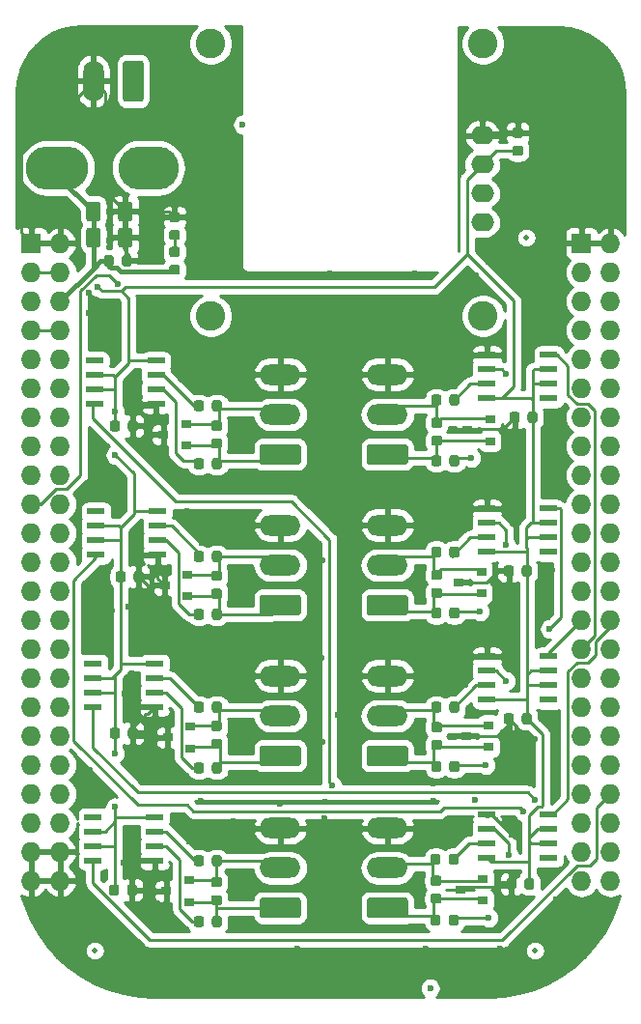
<source format=gbr>
%TF.GenerationSoftware,KiCad,Pcbnew,(5.1.4)-1*%
%TF.CreationDate,2021-10-25T09:14:49+02:00*%
%TF.ProjectId,bbb-diffcape,6262622d-6469-4666-9663-6170652e6b69,rev?*%
%TF.SameCoordinates,Original*%
%TF.FileFunction,Copper,L1,Top*%
%TF.FilePolarity,Positive*%
%FSLAX46Y46*%
G04 Gerber Fmt 4.6, Leading zero omitted, Abs format (unit mm)*
G04 Created by KiCad (PCBNEW (5.1.4)-1) date 2021-10-25 09:14:49*
%MOMM*%
%LPD*%
G04 APERTURE LIST*
%TA.AperFunction,BGAPad,CuDef*%
%ADD10C,0.500000*%
%TD*%
%TA.AperFunction,SMDPad,CuDef*%
%ADD11R,1.550000X0.600000*%
%TD*%
%TA.AperFunction,SMDPad,CuDef*%
%ADD12R,0.900000X0.800000*%
%TD*%
%TA.AperFunction,Conductor*%
%ADD13C,0.100000*%
%TD*%
%TA.AperFunction,SMDPad,CuDef*%
%ADD14C,0.875000*%
%TD*%
%TA.AperFunction,ComponentPad*%
%ADD15R,1.727200X1.727200*%
%TD*%
%TA.AperFunction,ComponentPad*%
%ADD16O,1.727200X1.727200*%
%TD*%
%TA.AperFunction,ComponentPad*%
%ADD17O,5.300000X3.800000*%
%TD*%
%TA.AperFunction,ComponentPad*%
%ADD18O,5.500000X3.800000*%
%TD*%
%TA.AperFunction,ComponentPad*%
%ADD19O,3.600000X1.800000*%
%TD*%
%TA.AperFunction,ComponentPad*%
%ADD20C,1.800000*%
%TD*%
%TA.AperFunction,ComponentPad*%
%ADD21O,1.800000X3.600000*%
%TD*%
%TA.AperFunction,SMDPad,CuDef*%
%ADD22C,1.250000*%
%TD*%
%TA.AperFunction,ComponentPad*%
%ADD23O,2.000000X1.600000*%
%TD*%
%TA.AperFunction,ComponentPad*%
%ADD24C,2.600000*%
%TD*%
%TA.AperFunction,ViaPad*%
%ADD25C,0.600000*%
%TD*%
%TA.AperFunction,Conductor*%
%ADD26C,0.250000*%
%TD*%
%TA.AperFunction,Conductor*%
%ADD27C,0.400000*%
%TD*%
%TA.AperFunction,Conductor*%
%ADD28C,0.254000*%
%TD*%
G04 APERTURE END LIST*
D10*
%TO.P,FID3,*%
%TO.N,*%
X160566100Y-124358400D03*
%TD*%
%TO.P,FID2,*%
%TO.N,*%
X121958100Y-124358400D03*
%TD*%
%TO.P,FID1,*%
%TO.N,*%
X159804100Y-61874400D03*
%TD*%
D11*
%TO.P,U2,8*%
%TO.N,+3V3*%
X127198100Y-112674400D03*
%TO.P,U2,7*%
%TO.N,Net-(R4-Pad2)*%
X127198100Y-113944400D03*
%TO.P,U2,6*%
%TO.N,Net-(R3-Pad2)*%
X127198100Y-115214400D03*
%TO.P,U2,5*%
%TO.N,GNDD*%
X127198100Y-116484400D03*
%TO.P,U2,4*%
%TO.N,String5*%
X121798100Y-116484400D03*
%TO.P,U2,3*%
%TO.N,+3V3*%
X121798100Y-115214400D03*
%TO.P,U2,2*%
X121798100Y-113944400D03*
%TO.P,U2,1*%
%TO.N,Net-(U2-Pad1)*%
X121798100Y-112674400D03*
%TD*%
D12*
%TO.P,D2,3*%
%TO.N,GNDD*%
X128197100Y-119151400D03*
%TO.P,D2,2*%
%TO.N,Net-(D2-Pad2)*%
X130197100Y-118201400D03*
%TO.P,D2,1*%
%TO.N,Net-(D2-Pad1)*%
X130197100Y-120101400D03*
%TD*%
D13*
%TO.N,Net-(R3-Pad2)*%
%TO.C,R3*%
G36*
X131316791Y-121344453D02*
G01*
X131338026Y-121347603D01*
X131358850Y-121352819D01*
X131379062Y-121360051D01*
X131398468Y-121369230D01*
X131416881Y-121380266D01*
X131434124Y-121393054D01*
X131450030Y-121407470D01*
X131464446Y-121423376D01*
X131477234Y-121440619D01*
X131488270Y-121459032D01*
X131497449Y-121478438D01*
X131504681Y-121498650D01*
X131509897Y-121519474D01*
X131513047Y-121540709D01*
X131514100Y-121562150D01*
X131514100Y-122074650D01*
X131513047Y-122096091D01*
X131509897Y-122117326D01*
X131504681Y-122138150D01*
X131497449Y-122158362D01*
X131488270Y-122177768D01*
X131477234Y-122196181D01*
X131464446Y-122213424D01*
X131450030Y-122229330D01*
X131434124Y-122243746D01*
X131416881Y-122256534D01*
X131398468Y-122267570D01*
X131379062Y-122276749D01*
X131358850Y-122283981D01*
X131338026Y-122289197D01*
X131316791Y-122292347D01*
X131295350Y-122293400D01*
X130857850Y-122293400D01*
X130836409Y-122292347D01*
X130815174Y-122289197D01*
X130794350Y-122283981D01*
X130774138Y-122276749D01*
X130754732Y-122267570D01*
X130736319Y-122256534D01*
X130719076Y-122243746D01*
X130703170Y-122229330D01*
X130688754Y-122213424D01*
X130675966Y-122196181D01*
X130664930Y-122177768D01*
X130655751Y-122158362D01*
X130648519Y-122138150D01*
X130643303Y-122117326D01*
X130640153Y-122096091D01*
X130639100Y-122074650D01*
X130639100Y-121562150D01*
X130640153Y-121540709D01*
X130643303Y-121519474D01*
X130648519Y-121498650D01*
X130655751Y-121478438D01*
X130664930Y-121459032D01*
X130675966Y-121440619D01*
X130688754Y-121423376D01*
X130703170Y-121407470D01*
X130719076Y-121393054D01*
X130736319Y-121380266D01*
X130754732Y-121369230D01*
X130774138Y-121360051D01*
X130794350Y-121352819D01*
X130815174Y-121347603D01*
X130836409Y-121344453D01*
X130857850Y-121343400D01*
X131295350Y-121343400D01*
X131316791Y-121344453D01*
X131316791Y-121344453D01*
G37*
D14*
%TD*%
%TO.P,R3,2*%
%TO.N,Net-(R3-Pad2)*%
X131076600Y-121818400D03*
D13*
%TO.N,Net-(D2-Pad1)*%
%TO.C,R3*%
G36*
X132891791Y-121344453D02*
G01*
X132913026Y-121347603D01*
X132933850Y-121352819D01*
X132954062Y-121360051D01*
X132973468Y-121369230D01*
X132991881Y-121380266D01*
X133009124Y-121393054D01*
X133025030Y-121407470D01*
X133039446Y-121423376D01*
X133052234Y-121440619D01*
X133063270Y-121459032D01*
X133072449Y-121478438D01*
X133079681Y-121498650D01*
X133084897Y-121519474D01*
X133088047Y-121540709D01*
X133089100Y-121562150D01*
X133089100Y-122074650D01*
X133088047Y-122096091D01*
X133084897Y-122117326D01*
X133079681Y-122138150D01*
X133072449Y-122158362D01*
X133063270Y-122177768D01*
X133052234Y-122196181D01*
X133039446Y-122213424D01*
X133025030Y-122229330D01*
X133009124Y-122243746D01*
X132991881Y-122256534D01*
X132973468Y-122267570D01*
X132954062Y-122276749D01*
X132933850Y-122283981D01*
X132913026Y-122289197D01*
X132891791Y-122292347D01*
X132870350Y-122293400D01*
X132432850Y-122293400D01*
X132411409Y-122292347D01*
X132390174Y-122289197D01*
X132369350Y-122283981D01*
X132349138Y-122276749D01*
X132329732Y-122267570D01*
X132311319Y-122256534D01*
X132294076Y-122243746D01*
X132278170Y-122229330D01*
X132263754Y-122213424D01*
X132250966Y-122196181D01*
X132239930Y-122177768D01*
X132230751Y-122158362D01*
X132223519Y-122138150D01*
X132218303Y-122117326D01*
X132215153Y-122096091D01*
X132214100Y-122074650D01*
X132214100Y-121562150D01*
X132215153Y-121540709D01*
X132218303Y-121519474D01*
X132223519Y-121498650D01*
X132230751Y-121478438D01*
X132239930Y-121459032D01*
X132250966Y-121440619D01*
X132263754Y-121423376D01*
X132278170Y-121407470D01*
X132294076Y-121393054D01*
X132311319Y-121380266D01*
X132329732Y-121369230D01*
X132349138Y-121360051D01*
X132369350Y-121352819D01*
X132390174Y-121347603D01*
X132411409Y-121344453D01*
X132432850Y-121343400D01*
X132870350Y-121343400D01*
X132891791Y-121344453D01*
X132891791Y-121344453D01*
G37*
D14*
%TD*%
%TO.P,R3,1*%
%TO.N,Net-(D2-Pad1)*%
X132651600Y-121818400D03*
D13*
%TO.N,Net-(R2-Pad2)*%
%TO.C,R2*%
G36*
X153656291Y-115883453D02*
G01*
X153677526Y-115886603D01*
X153698350Y-115891819D01*
X153718562Y-115899051D01*
X153737968Y-115908230D01*
X153756381Y-115919266D01*
X153773624Y-115932054D01*
X153789530Y-115946470D01*
X153803946Y-115962376D01*
X153816734Y-115979619D01*
X153827770Y-115998032D01*
X153836949Y-116017438D01*
X153844181Y-116037650D01*
X153849397Y-116058474D01*
X153852547Y-116079709D01*
X153853600Y-116101150D01*
X153853600Y-116613650D01*
X153852547Y-116635091D01*
X153849397Y-116656326D01*
X153844181Y-116677150D01*
X153836949Y-116697362D01*
X153827770Y-116716768D01*
X153816734Y-116735181D01*
X153803946Y-116752424D01*
X153789530Y-116768330D01*
X153773624Y-116782746D01*
X153756381Y-116795534D01*
X153737968Y-116806570D01*
X153718562Y-116815749D01*
X153698350Y-116822981D01*
X153677526Y-116828197D01*
X153656291Y-116831347D01*
X153634850Y-116832400D01*
X153197350Y-116832400D01*
X153175909Y-116831347D01*
X153154674Y-116828197D01*
X153133850Y-116822981D01*
X153113638Y-116815749D01*
X153094232Y-116806570D01*
X153075819Y-116795534D01*
X153058576Y-116782746D01*
X153042670Y-116768330D01*
X153028254Y-116752424D01*
X153015466Y-116735181D01*
X153004430Y-116716768D01*
X152995251Y-116697362D01*
X152988019Y-116677150D01*
X152982803Y-116656326D01*
X152979653Y-116635091D01*
X152978600Y-116613650D01*
X152978600Y-116101150D01*
X152979653Y-116079709D01*
X152982803Y-116058474D01*
X152988019Y-116037650D01*
X152995251Y-116017438D01*
X153004430Y-115998032D01*
X153015466Y-115979619D01*
X153028254Y-115962376D01*
X153042670Y-115946470D01*
X153058576Y-115932054D01*
X153075819Y-115919266D01*
X153094232Y-115908230D01*
X153113638Y-115899051D01*
X153133850Y-115891819D01*
X153154674Y-115886603D01*
X153175909Y-115883453D01*
X153197350Y-115882400D01*
X153634850Y-115882400D01*
X153656291Y-115883453D01*
X153656291Y-115883453D01*
G37*
D14*
%TD*%
%TO.P,R2,2*%
%TO.N,Net-(R2-Pad2)*%
X153416100Y-116357400D03*
D13*
%TO.N,Net-(D1-Pad2)*%
%TO.C,R2*%
G36*
X152081291Y-115883453D02*
G01*
X152102526Y-115886603D01*
X152123350Y-115891819D01*
X152143562Y-115899051D01*
X152162968Y-115908230D01*
X152181381Y-115919266D01*
X152198624Y-115932054D01*
X152214530Y-115946470D01*
X152228946Y-115962376D01*
X152241734Y-115979619D01*
X152252770Y-115998032D01*
X152261949Y-116017438D01*
X152269181Y-116037650D01*
X152274397Y-116058474D01*
X152277547Y-116079709D01*
X152278600Y-116101150D01*
X152278600Y-116613650D01*
X152277547Y-116635091D01*
X152274397Y-116656326D01*
X152269181Y-116677150D01*
X152261949Y-116697362D01*
X152252770Y-116716768D01*
X152241734Y-116735181D01*
X152228946Y-116752424D01*
X152214530Y-116768330D01*
X152198624Y-116782746D01*
X152181381Y-116795534D01*
X152162968Y-116806570D01*
X152143562Y-116815749D01*
X152123350Y-116822981D01*
X152102526Y-116828197D01*
X152081291Y-116831347D01*
X152059850Y-116832400D01*
X151622350Y-116832400D01*
X151600909Y-116831347D01*
X151579674Y-116828197D01*
X151558850Y-116822981D01*
X151538638Y-116815749D01*
X151519232Y-116806570D01*
X151500819Y-116795534D01*
X151483576Y-116782746D01*
X151467670Y-116768330D01*
X151453254Y-116752424D01*
X151440466Y-116735181D01*
X151429430Y-116716768D01*
X151420251Y-116697362D01*
X151413019Y-116677150D01*
X151407803Y-116656326D01*
X151404653Y-116635091D01*
X151403600Y-116613650D01*
X151403600Y-116101150D01*
X151404653Y-116079709D01*
X151407803Y-116058474D01*
X151413019Y-116037650D01*
X151420251Y-116017438D01*
X151429430Y-115998032D01*
X151440466Y-115979619D01*
X151453254Y-115962376D01*
X151467670Y-115946470D01*
X151483576Y-115932054D01*
X151500819Y-115919266D01*
X151519232Y-115908230D01*
X151538638Y-115899051D01*
X151558850Y-115891819D01*
X151579674Y-115886603D01*
X151600909Y-115883453D01*
X151622350Y-115882400D01*
X152059850Y-115882400D01*
X152081291Y-115883453D01*
X152081291Y-115883453D01*
G37*
D14*
%TD*%
%TO.P,R2,1*%
%TO.N,Net-(D1-Pad2)*%
X151841100Y-116357400D03*
D11*
%TO.P,U7,8*%
%TO.N,+3V3*%
X156342100Y-75971400D03*
%TO.P,U7,7*%
%TO.N,Net-(R21-Pad2)*%
X156342100Y-74701400D03*
%TO.P,U7,6*%
%TO.N,Net-(R20-Pad2)*%
X156342100Y-73431400D03*
%TO.P,U7,5*%
%TO.N,GNDD*%
X156342100Y-72161400D03*
%TO.P,U7,4*%
%TO.N,String4*%
X161742100Y-72161400D03*
%TO.P,U7,3*%
%TO.N,+3V3*%
X161742100Y-73431400D03*
%TO.P,U7,2*%
X161742100Y-74701400D03*
%TO.P,U7,1*%
%TO.N,Net-(U7-Pad1)*%
X161742100Y-75971400D03*
%TD*%
D15*
%TO.P,P8,1*%
%TO.N,GNDD*%
X164630100Y-62382400D03*
D16*
%TO.P,P8,2*%
X167170100Y-62382400D03*
%TO.P,P8,3*%
%TO.N,Net-(P8-Pad3)*%
X164630100Y-64922400D03*
%TO.P,P8,4*%
%TO.N,Net-(P8-Pad4)*%
X167170100Y-64922400D03*
%TO.P,P8,5*%
%TO.N,Net-(P8-Pad5)*%
X164630100Y-67462400D03*
%TO.P,P8,6*%
%TO.N,Net-(P8-Pad6)*%
X167170100Y-67462400D03*
%TO.P,P8,7*%
%TO.N,Net-(P8-Pad7)*%
X164630100Y-70002400D03*
%TO.P,P8,8*%
%TO.N,Net-(P8-Pad8)*%
X167170100Y-70002400D03*
%TO.P,P8,9*%
%TO.N,Net-(P8-Pad9)*%
X164630100Y-72542400D03*
%TO.P,P8,10*%
%TO.N,Net-(P8-Pad10)*%
X167170100Y-72542400D03*
%TO.P,P8,11*%
%TO.N,Net-(P8-Pad11)*%
X164630100Y-75082400D03*
%TO.P,P8,12*%
%TO.N,Net-(P8-Pad12)*%
X167170100Y-75082400D03*
%TO.P,P8,13*%
%TO.N,Net-(P8-Pad13)*%
X164630100Y-77622400D03*
%TO.P,P8,14*%
%TO.N,Net-(P8-Pad14)*%
X167170100Y-77622400D03*
%TO.P,P8,15*%
%TO.N,Net-(P8-Pad15)*%
X164630100Y-80162400D03*
%TO.P,P8,16*%
%TO.N,Net-(P8-Pad16)*%
X167170100Y-80162400D03*
%TO.P,P8,17*%
%TO.N,Net-(P8-Pad17)*%
X164630100Y-82702400D03*
%TO.P,P8,18*%
%TO.N,Net-(P8-Pad18)*%
X167170100Y-82702400D03*
%TO.P,P8,19*%
%TO.N,Net-(P8-Pad19)*%
X164630100Y-85242400D03*
%TO.P,P8,20*%
%TO.N,Net-(P8-Pad20)*%
X167170100Y-85242400D03*
%TO.P,P8,21*%
%TO.N,Net-(P8-Pad21)*%
X164630100Y-87782400D03*
%TO.P,P8,22*%
%TO.N,Net-(P8-Pad22)*%
X167170100Y-87782400D03*
%TO.P,P8,23*%
%TO.N,Net-(P8-Pad23)*%
X164630100Y-90322400D03*
%TO.P,P8,24*%
%TO.N,Net-(P8-Pad24)*%
X167170100Y-90322400D03*
%TO.P,P8,25*%
%TO.N,Net-(P8-Pad25)*%
X164630100Y-92862400D03*
%TO.P,P8,26*%
%TO.N,Net-(P8-Pad26)*%
X167170100Y-92862400D03*
%TO.P,P8,27*%
%TO.N,String2*%
X164630100Y-95402400D03*
%TO.P,P8,28*%
%TO.N,String1*%
X167170100Y-95402400D03*
%TO.P,P8,29*%
%TO.N,String4*%
X164630100Y-97942400D03*
%TO.P,P8,30*%
%TO.N,String3*%
X167170100Y-97942400D03*
%TO.P,P8,31*%
%TO.N,Net-(P8-Pad31)*%
X164630100Y-100482400D03*
%TO.P,P8,32*%
%TO.N,Net-(P8-Pad32)*%
X167170100Y-100482400D03*
%TO.P,P8,33*%
%TO.N,Net-(P8-Pad33)*%
X164630100Y-103022400D03*
%TO.P,P8,34*%
%TO.N,Net-(P8-Pad34)*%
X167170100Y-103022400D03*
%TO.P,P8,35*%
%TO.N,Net-(P8-Pad35)*%
X164630100Y-105562400D03*
%TO.P,P8,36*%
%TO.N,Net-(P8-Pad36)*%
X167170100Y-105562400D03*
%TO.P,P8,37*%
%TO.N,Net-(P8-Pad37)*%
X164630100Y-108102400D03*
%TO.P,P8,38*%
%TO.N,Net-(P8-Pad38)*%
X167170100Y-108102400D03*
%TO.P,P8,39*%
%TO.N,String6*%
X164630100Y-110642400D03*
%TO.P,P8,40*%
%TO.N,String5*%
X167170100Y-110642400D03*
%TO.P,P8,41*%
%TO.N,String8*%
X164630100Y-113182400D03*
%TO.P,P8,42*%
%TO.N,String7*%
X167170100Y-113182400D03*
%TO.P,P8,43*%
%TO.N,Net-(P8-Pad43)*%
X164630100Y-115722400D03*
%TO.P,P8,44*%
%TO.N,Net-(P8-Pad44)*%
X167170100Y-115722400D03*
%TO.P,P8,45*%
%TO.N,Net-(P8-Pad45)*%
X164630100Y-118262400D03*
%TO.P,P8,46*%
%TO.N,Net-(P8-Pad46)*%
X167170100Y-118262400D03*
%TD*%
D11*
%TO.P,U4,8*%
%TO.N,+3V3*%
X127198100Y-99212400D03*
%TO.P,U4,7*%
%TO.N,Net-(R11-Pad2)*%
X127198100Y-100482400D03*
%TO.P,U4,6*%
%TO.N,Net-(R10-Pad2)*%
X127198100Y-101752400D03*
%TO.P,U4,5*%
%TO.N,GNDD*%
X127198100Y-103022400D03*
%TO.P,U4,4*%
%TO.N,String6*%
X121798100Y-103022400D03*
%TO.P,U4,3*%
%TO.N,+3V3*%
X121798100Y-101752400D03*
%TO.P,U4,2*%
X121798100Y-100482400D03*
%TO.P,U4,1*%
%TO.N,Net-(U4-Pad1)*%
X121798100Y-99212400D03*
%TD*%
D17*
%TO.P,F1,2*%
%TO.N,/5Vin*%
X126656100Y-55778400D03*
D18*
%TO.P,F1,1*%
%TO.N,+5V*%
X118656100Y-55778400D03*
%TD*%
D11*
%TO.P,U8,8*%
%TO.N,+3V3*%
X127325100Y-72669400D03*
%TO.P,U8,7*%
%TO.N,Net-(R23-Pad2)*%
X127325100Y-73939400D03*
%TO.P,U8,6*%
%TO.N,Net-(R22-Pad2)*%
X127325100Y-75209400D03*
%TO.P,U8,5*%
%TO.N,GNDD*%
X127325100Y-76479400D03*
%TO.P,U8,4*%
%TO.N,String8*%
X121925100Y-76479400D03*
%TO.P,U8,3*%
%TO.N,+3V3*%
X121925100Y-75209400D03*
%TO.P,U8,2*%
X121925100Y-73939400D03*
%TO.P,U8,1*%
%TO.N,Net-(U8-Pad1)*%
X121925100Y-72669400D03*
%TD*%
%TO.P,U6,8*%
%TO.N,+3V3*%
X127452100Y-85877400D03*
%TO.P,U6,7*%
%TO.N,Net-(R17-Pad2)*%
X127452100Y-87147400D03*
%TO.P,U6,6*%
%TO.N,Net-(R16-Pad2)*%
X127452100Y-88417400D03*
%TO.P,U6,5*%
%TO.N,GNDD*%
X127452100Y-89687400D03*
%TO.P,U6,4*%
%TO.N,String7*%
X122052100Y-89687400D03*
%TO.P,U6,3*%
%TO.N,+3V3*%
X122052100Y-88417400D03*
%TO.P,U6,2*%
X122052100Y-87147400D03*
%TO.P,U6,1*%
%TO.N,Net-(U6-Pad1)*%
X122052100Y-85877400D03*
%TD*%
%TO.P,U5,8*%
%TO.N,+3V3*%
X156342100Y-89433400D03*
%TO.P,U5,7*%
%TO.N,Net-(R15-Pad2)*%
X156342100Y-88163400D03*
%TO.P,U5,6*%
%TO.N,Net-(R14-Pad2)*%
X156342100Y-86893400D03*
%TO.P,U5,5*%
%TO.N,GNDD*%
X156342100Y-85623400D03*
%TO.P,U5,4*%
%TO.N,String3*%
X161742100Y-85623400D03*
%TO.P,U5,3*%
%TO.N,+3V3*%
X161742100Y-86893400D03*
%TO.P,U5,2*%
X161742100Y-88163400D03*
%TO.P,U5,1*%
%TO.N,Net-(U5-Pad1)*%
X161742100Y-89433400D03*
%TD*%
%TO.P,U3,8*%
%TO.N,+3V3*%
X156342100Y-102387400D03*
%TO.P,U3,7*%
%TO.N,Net-(R9-Pad2)*%
X156342100Y-101117400D03*
%TO.P,U3,6*%
%TO.N,Net-(R8-Pad2)*%
X156342100Y-99847400D03*
%TO.P,U3,5*%
%TO.N,GNDD*%
X156342100Y-98577400D03*
%TO.P,U3,4*%
%TO.N,String2*%
X161742100Y-98577400D03*
%TO.P,U3,3*%
%TO.N,+3V3*%
X161742100Y-99847400D03*
%TO.P,U3,2*%
X161742100Y-101117400D03*
%TO.P,U3,1*%
%TO.N,Net-(U3-Pad1)*%
X161742100Y-102387400D03*
%TD*%
%TO.P,U1,8*%
%TO.N,+3V3*%
X156342100Y-116230400D03*
%TO.P,U1,7*%
%TO.N,Net-(R2-Pad2)*%
X156342100Y-114960400D03*
%TO.P,U1,6*%
%TO.N,Net-(R1-Pad2)*%
X156342100Y-113690400D03*
%TO.P,U1,5*%
%TO.N,GNDD*%
X156342100Y-112420400D03*
%TO.P,U1,4*%
%TO.N,String1*%
X161742100Y-112420400D03*
%TO.P,U1,3*%
%TO.N,+3V3*%
X161742100Y-113690400D03*
%TO.P,U1,2*%
X161742100Y-114960400D03*
%TO.P,U1,1*%
%TO.N,Net-(U1-Pad1)*%
X161742100Y-116230400D03*
%TD*%
D13*
%TO.N,Net-(D9-Pad1)*%
%TO.C,R25*%
G36*
X132903791Y-79497453D02*
G01*
X132925026Y-79500603D01*
X132945850Y-79505819D01*
X132966062Y-79513051D01*
X132985468Y-79522230D01*
X133003881Y-79533266D01*
X133021124Y-79546054D01*
X133037030Y-79560470D01*
X133051446Y-79576376D01*
X133064234Y-79593619D01*
X133075270Y-79612032D01*
X133084449Y-79631438D01*
X133091681Y-79651650D01*
X133096897Y-79672474D01*
X133100047Y-79693709D01*
X133101100Y-79715150D01*
X133101100Y-80152650D01*
X133100047Y-80174091D01*
X133096897Y-80195326D01*
X133091681Y-80216150D01*
X133084449Y-80236362D01*
X133075270Y-80255768D01*
X133064234Y-80274181D01*
X133051446Y-80291424D01*
X133037030Y-80307330D01*
X133021124Y-80321746D01*
X133003881Y-80334534D01*
X132985468Y-80345570D01*
X132966062Y-80354749D01*
X132945850Y-80361981D01*
X132925026Y-80367197D01*
X132903791Y-80370347D01*
X132882350Y-80371400D01*
X132369850Y-80371400D01*
X132348409Y-80370347D01*
X132327174Y-80367197D01*
X132306350Y-80361981D01*
X132286138Y-80354749D01*
X132266732Y-80345570D01*
X132248319Y-80334534D01*
X132231076Y-80321746D01*
X132215170Y-80307330D01*
X132200754Y-80291424D01*
X132187966Y-80274181D01*
X132176930Y-80255768D01*
X132167751Y-80236362D01*
X132160519Y-80216150D01*
X132155303Y-80195326D01*
X132152153Y-80174091D01*
X132151100Y-80152650D01*
X132151100Y-79715150D01*
X132152153Y-79693709D01*
X132155303Y-79672474D01*
X132160519Y-79651650D01*
X132167751Y-79631438D01*
X132176930Y-79612032D01*
X132187966Y-79593619D01*
X132200754Y-79576376D01*
X132215170Y-79560470D01*
X132231076Y-79546054D01*
X132248319Y-79533266D01*
X132266732Y-79522230D01*
X132286138Y-79513051D01*
X132306350Y-79505819D01*
X132327174Y-79500603D01*
X132348409Y-79497453D01*
X132369850Y-79496400D01*
X132882350Y-79496400D01*
X132903791Y-79497453D01*
X132903791Y-79497453D01*
G37*
D14*
%TD*%
%TO.P,R25,2*%
%TO.N,Net-(D9-Pad1)*%
X132626100Y-79933900D03*
D13*
%TO.N,Net-(D9-Pad2)*%
%TO.C,R25*%
G36*
X132903791Y-77922453D02*
G01*
X132925026Y-77925603D01*
X132945850Y-77930819D01*
X132966062Y-77938051D01*
X132985468Y-77947230D01*
X133003881Y-77958266D01*
X133021124Y-77971054D01*
X133037030Y-77985470D01*
X133051446Y-78001376D01*
X133064234Y-78018619D01*
X133075270Y-78037032D01*
X133084449Y-78056438D01*
X133091681Y-78076650D01*
X133096897Y-78097474D01*
X133100047Y-78118709D01*
X133101100Y-78140150D01*
X133101100Y-78577650D01*
X133100047Y-78599091D01*
X133096897Y-78620326D01*
X133091681Y-78641150D01*
X133084449Y-78661362D01*
X133075270Y-78680768D01*
X133064234Y-78699181D01*
X133051446Y-78716424D01*
X133037030Y-78732330D01*
X133021124Y-78746746D01*
X133003881Y-78759534D01*
X132985468Y-78770570D01*
X132966062Y-78779749D01*
X132945850Y-78786981D01*
X132925026Y-78792197D01*
X132903791Y-78795347D01*
X132882350Y-78796400D01*
X132369850Y-78796400D01*
X132348409Y-78795347D01*
X132327174Y-78792197D01*
X132306350Y-78786981D01*
X132286138Y-78779749D01*
X132266732Y-78770570D01*
X132248319Y-78759534D01*
X132231076Y-78746746D01*
X132215170Y-78732330D01*
X132200754Y-78716424D01*
X132187966Y-78699181D01*
X132176930Y-78680768D01*
X132167751Y-78661362D01*
X132160519Y-78641150D01*
X132155303Y-78620326D01*
X132152153Y-78599091D01*
X132151100Y-78577650D01*
X132151100Y-78140150D01*
X132152153Y-78118709D01*
X132155303Y-78097474D01*
X132160519Y-78076650D01*
X132167751Y-78056438D01*
X132176930Y-78037032D01*
X132187966Y-78018619D01*
X132200754Y-78001376D01*
X132215170Y-77985470D01*
X132231076Y-77971054D01*
X132248319Y-77958266D01*
X132266732Y-77947230D01*
X132286138Y-77938051D01*
X132306350Y-77930819D01*
X132327174Y-77925603D01*
X132348409Y-77922453D01*
X132369850Y-77921400D01*
X132882350Y-77921400D01*
X132903791Y-77922453D01*
X132903791Y-77922453D01*
G37*
D14*
%TD*%
%TO.P,R25,1*%
%TO.N,Net-(D9-Pad2)*%
X132626100Y-78358900D03*
D13*
%TO.N,Net-(D8-Pad1)*%
%TO.C,R24*%
G36*
X152207791Y-79243453D02*
G01*
X152229026Y-79246603D01*
X152249850Y-79251819D01*
X152270062Y-79259051D01*
X152289468Y-79268230D01*
X152307881Y-79279266D01*
X152325124Y-79292054D01*
X152341030Y-79306470D01*
X152355446Y-79322376D01*
X152368234Y-79339619D01*
X152379270Y-79358032D01*
X152388449Y-79377438D01*
X152395681Y-79397650D01*
X152400897Y-79418474D01*
X152404047Y-79439709D01*
X152405100Y-79461150D01*
X152405100Y-79898650D01*
X152404047Y-79920091D01*
X152400897Y-79941326D01*
X152395681Y-79962150D01*
X152388449Y-79982362D01*
X152379270Y-80001768D01*
X152368234Y-80020181D01*
X152355446Y-80037424D01*
X152341030Y-80053330D01*
X152325124Y-80067746D01*
X152307881Y-80080534D01*
X152289468Y-80091570D01*
X152270062Y-80100749D01*
X152249850Y-80107981D01*
X152229026Y-80113197D01*
X152207791Y-80116347D01*
X152186350Y-80117400D01*
X151673850Y-80117400D01*
X151652409Y-80116347D01*
X151631174Y-80113197D01*
X151610350Y-80107981D01*
X151590138Y-80100749D01*
X151570732Y-80091570D01*
X151552319Y-80080534D01*
X151535076Y-80067746D01*
X151519170Y-80053330D01*
X151504754Y-80037424D01*
X151491966Y-80020181D01*
X151480930Y-80001768D01*
X151471751Y-79982362D01*
X151464519Y-79962150D01*
X151459303Y-79941326D01*
X151456153Y-79920091D01*
X151455100Y-79898650D01*
X151455100Y-79461150D01*
X151456153Y-79439709D01*
X151459303Y-79418474D01*
X151464519Y-79397650D01*
X151471751Y-79377438D01*
X151480930Y-79358032D01*
X151491966Y-79339619D01*
X151504754Y-79322376D01*
X151519170Y-79306470D01*
X151535076Y-79292054D01*
X151552319Y-79279266D01*
X151570732Y-79268230D01*
X151590138Y-79259051D01*
X151610350Y-79251819D01*
X151631174Y-79246603D01*
X151652409Y-79243453D01*
X151673850Y-79242400D01*
X152186350Y-79242400D01*
X152207791Y-79243453D01*
X152207791Y-79243453D01*
G37*
D14*
%TD*%
%TO.P,R24,2*%
%TO.N,Net-(D8-Pad1)*%
X151930100Y-79679900D03*
D13*
%TO.N,Net-(D8-Pad2)*%
%TO.C,R24*%
G36*
X152207791Y-77668453D02*
G01*
X152229026Y-77671603D01*
X152249850Y-77676819D01*
X152270062Y-77684051D01*
X152289468Y-77693230D01*
X152307881Y-77704266D01*
X152325124Y-77717054D01*
X152341030Y-77731470D01*
X152355446Y-77747376D01*
X152368234Y-77764619D01*
X152379270Y-77783032D01*
X152388449Y-77802438D01*
X152395681Y-77822650D01*
X152400897Y-77843474D01*
X152404047Y-77864709D01*
X152405100Y-77886150D01*
X152405100Y-78323650D01*
X152404047Y-78345091D01*
X152400897Y-78366326D01*
X152395681Y-78387150D01*
X152388449Y-78407362D01*
X152379270Y-78426768D01*
X152368234Y-78445181D01*
X152355446Y-78462424D01*
X152341030Y-78478330D01*
X152325124Y-78492746D01*
X152307881Y-78505534D01*
X152289468Y-78516570D01*
X152270062Y-78525749D01*
X152249850Y-78532981D01*
X152229026Y-78538197D01*
X152207791Y-78541347D01*
X152186350Y-78542400D01*
X151673850Y-78542400D01*
X151652409Y-78541347D01*
X151631174Y-78538197D01*
X151610350Y-78532981D01*
X151590138Y-78525749D01*
X151570732Y-78516570D01*
X151552319Y-78505534D01*
X151535076Y-78492746D01*
X151519170Y-78478330D01*
X151504754Y-78462424D01*
X151491966Y-78445181D01*
X151480930Y-78426768D01*
X151471751Y-78407362D01*
X151464519Y-78387150D01*
X151459303Y-78366326D01*
X151456153Y-78345091D01*
X151455100Y-78323650D01*
X151455100Y-77886150D01*
X151456153Y-77864709D01*
X151459303Y-77843474D01*
X151464519Y-77822650D01*
X151471751Y-77802438D01*
X151480930Y-77783032D01*
X151491966Y-77764619D01*
X151504754Y-77747376D01*
X151519170Y-77731470D01*
X151535076Y-77717054D01*
X151552319Y-77704266D01*
X151570732Y-77693230D01*
X151590138Y-77684051D01*
X151610350Y-77676819D01*
X151631174Y-77671603D01*
X151652409Y-77668453D01*
X151673850Y-77667400D01*
X152186350Y-77667400D01*
X152207791Y-77668453D01*
X152207791Y-77668453D01*
G37*
D14*
%TD*%
%TO.P,R24,1*%
%TO.N,Net-(D8-Pad2)*%
X151930100Y-78104900D03*
D13*
%TO.N,Net-(R23-Pad2)*%
%TO.C,R23*%
G36*
X131316791Y-76132453D02*
G01*
X131338026Y-76135603D01*
X131358850Y-76140819D01*
X131379062Y-76148051D01*
X131398468Y-76157230D01*
X131416881Y-76168266D01*
X131434124Y-76181054D01*
X131450030Y-76195470D01*
X131464446Y-76211376D01*
X131477234Y-76228619D01*
X131488270Y-76247032D01*
X131497449Y-76266438D01*
X131504681Y-76286650D01*
X131509897Y-76307474D01*
X131513047Y-76328709D01*
X131514100Y-76350150D01*
X131514100Y-76862650D01*
X131513047Y-76884091D01*
X131509897Y-76905326D01*
X131504681Y-76926150D01*
X131497449Y-76946362D01*
X131488270Y-76965768D01*
X131477234Y-76984181D01*
X131464446Y-77001424D01*
X131450030Y-77017330D01*
X131434124Y-77031746D01*
X131416881Y-77044534D01*
X131398468Y-77055570D01*
X131379062Y-77064749D01*
X131358850Y-77071981D01*
X131338026Y-77077197D01*
X131316791Y-77080347D01*
X131295350Y-77081400D01*
X130857850Y-77081400D01*
X130836409Y-77080347D01*
X130815174Y-77077197D01*
X130794350Y-77071981D01*
X130774138Y-77064749D01*
X130754732Y-77055570D01*
X130736319Y-77044534D01*
X130719076Y-77031746D01*
X130703170Y-77017330D01*
X130688754Y-77001424D01*
X130675966Y-76984181D01*
X130664930Y-76965768D01*
X130655751Y-76946362D01*
X130648519Y-76926150D01*
X130643303Y-76905326D01*
X130640153Y-76884091D01*
X130639100Y-76862650D01*
X130639100Y-76350150D01*
X130640153Y-76328709D01*
X130643303Y-76307474D01*
X130648519Y-76286650D01*
X130655751Y-76266438D01*
X130664930Y-76247032D01*
X130675966Y-76228619D01*
X130688754Y-76211376D01*
X130703170Y-76195470D01*
X130719076Y-76181054D01*
X130736319Y-76168266D01*
X130754732Y-76157230D01*
X130774138Y-76148051D01*
X130794350Y-76140819D01*
X130815174Y-76135603D01*
X130836409Y-76132453D01*
X130857850Y-76131400D01*
X131295350Y-76131400D01*
X131316791Y-76132453D01*
X131316791Y-76132453D01*
G37*
D14*
%TD*%
%TO.P,R23,2*%
%TO.N,Net-(R23-Pad2)*%
X131076600Y-76606400D03*
D13*
%TO.N,Net-(D9-Pad2)*%
%TO.C,R23*%
G36*
X132891791Y-76132453D02*
G01*
X132913026Y-76135603D01*
X132933850Y-76140819D01*
X132954062Y-76148051D01*
X132973468Y-76157230D01*
X132991881Y-76168266D01*
X133009124Y-76181054D01*
X133025030Y-76195470D01*
X133039446Y-76211376D01*
X133052234Y-76228619D01*
X133063270Y-76247032D01*
X133072449Y-76266438D01*
X133079681Y-76286650D01*
X133084897Y-76307474D01*
X133088047Y-76328709D01*
X133089100Y-76350150D01*
X133089100Y-76862650D01*
X133088047Y-76884091D01*
X133084897Y-76905326D01*
X133079681Y-76926150D01*
X133072449Y-76946362D01*
X133063270Y-76965768D01*
X133052234Y-76984181D01*
X133039446Y-77001424D01*
X133025030Y-77017330D01*
X133009124Y-77031746D01*
X132991881Y-77044534D01*
X132973468Y-77055570D01*
X132954062Y-77064749D01*
X132933850Y-77071981D01*
X132913026Y-77077197D01*
X132891791Y-77080347D01*
X132870350Y-77081400D01*
X132432850Y-77081400D01*
X132411409Y-77080347D01*
X132390174Y-77077197D01*
X132369350Y-77071981D01*
X132349138Y-77064749D01*
X132329732Y-77055570D01*
X132311319Y-77044534D01*
X132294076Y-77031746D01*
X132278170Y-77017330D01*
X132263754Y-77001424D01*
X132250966Y-76984181D01*
X132239930Y-76965768D01*
X132230751Y-76946362D01*
X132223519Y-76926150D01*
X132218303Y-76905326D01*
X132215153Y-76884091D01*
X132214100Y-76862650D01*
X132214100Y-76350150D01*
X132215153Y-76328709D01*
X132218303Y-76307474D01*
X132223519Y-76286650D01*
X132230751Y-76266438D01*
X132239930Y-76247032D01*
X132250966Y-76228619D01*
X132263754Y-76211376D01*
X132278170Y-76195470D01*
X132294076Y-76181054D01*
X132311319Y-76168266D01*
X132329732Y-76157230D01*
X132349138Y-76148051D01*
X132369350Y-76140819D01*
X132390174Y-76135603D01*
X132411409Y-76132453D01*
X132432850Y-76131400D01*
X132870350Y-76131400D01*
X132891791Y-76132453D01*
X132891791Y-76132453D01*
G37*
D14*
%TD*%
%TO.P,R23,1*%
%TO.N,Net-(D9-Pad2)*%
X132651600Y-76606400D03*
D13*
%TO.N,Net-(R22-Pad2)*%
%TO.C,R22*%
G36*
X131316791Y-81212453D02*
G01*
X131338026Y-81215603D01*
X131358850Y-81220819D01*
X131379062Y-81228051D01*
X131398468Y-81237230D01*
X131416881Y-81248266D01*
X131434124Y-81261054D01*
X131450030Y-81275470D01*
X131464446Y-81291376D01*
X131477234Y-81308619D01*
X131488270Y-81327032D01*
X131497449Y-81346438D01*
X131504681Y-81366650D01*
X131509897Y-81387474D01*
X131513047Y-81408709D01*
X131514100Y-81430150D01*
X131514100Y-81942650D01*
X131513047Y-81964091D01*
X131509897Y-81985326D01*
X131504681Y-82006150D01*
X131497449Y-82026362D01*
X131488270Y-82045768D01*
X131477234Y-82064181D01*
X131464446Y-82081424D01*
X131450030Y-82097330D01*
X131434124Y-82111746D01*
X131416881Y-82124534D01*
X131398468Y-82135570D01*
X131379062Y-82144749D01*
X131358850Y-82151981D01*
X131338026Y-82157197D01*
X131316791Y-82160347D01*
X131295350Y-82161400D01*
X130857850Y-82161400D01*
X130836409Y-82160347D01*
X130815174Y-82157197D01*
X130794350Y-82151981D01*
X130774138Y-82144749D01*
X130754732Y-82135570D01*
X130736319Y-82124534D01*
X130719076Y-82111746D01*
X130703170Y-82097330D01*
X130688754Y-82081424D01*
X130675966Y-82064181D01*
X130664930Y-82045768D01*
X130655751Y-82026362D01*
X130648519Y-82006150D01*
X130643303Y-81985326D01*
X130640153Y-81964091D01*
X130639100Y-81942650D01*
X130639100Y-81430150D01*
X130640153Y-81408709D01*
X130643303Y-81387474D01*
X130648519Y-81366650D01*
X130655751Y-81346438D01*
X130664930Y-81327032D01*
X130675966Y-81308619D01*
X130688754Y-81291376D01*
X130703170Y-81275470D01*
X130719076Y-81261054D01*
X130736319Y-81248266D01*
X130754732Y-81237230D01*
X130774138Y-81228051D01*
X130794350Y-81220819D01*
X130815174Y-81215603D01*
X130836409Y-81212453D01*
X130857850Y-81211400D01*
X131295350Y-81211400D01*
X131316791Y-81212453D01*
X131316791Y-81212453D01*
G37*
D14*
%TD*%
%TO.P,R22,2*%
%TO.N,Net-(R22-Pad2)*%
X131076600Y-81686400D03*
D13*
%TO.N,Net-(D9-Pad1)*%
%TO.C,R22*%
G36*
X132891791Y-81212453D02*
G01*
X132913026Y-81215603D01*
X132933850Y-81220819D01*
X132954062Y-81228051D01*
X132973468Y-81237230D01*
X132991881Y-81248266D01*
X133009124Y-81261054D01*
X133025030Y-81275470D01*
X133039446Y-81291376D01*
X133052234Y-81308619D01*
X133063270Y-81327032D01*
X133072449Y-81346438D01*
X133079681Y-81366650D01*
X133084897Y-81387474D01*
X133088047Y-81408709D01*
X133089100Y-81430150D01*
X133089100Y-81942650D01*
X133088047Y-81964091D01*
X133084897Y-81985326D01*
X133079681Y-82006150D01*
X133072449Y-82026362D01*
X133063270Y-82045768D01*
X133052234Y-82064181D01*
X133039446Y-82081424D01*
X133025030Y-82097330D01*
X133009124Y-82111746D01*
X132991881Y-82124534D01*
X132973468Y-82135570D01*
X132954062Y-82144749D01*
X132933850Y-82151981D01*
X132913026Y-82157197D01*
X132891791Y-82160347D01*
X132870350Y-82161400D01*
X132432850Y-82161400D01*
X132411409Y-82160347D01*
X132390174Y-82157197D01*
X132369350Y-82151981D01*
X132349138Y-82144749D01*
X132329732Y-82135570D01*
X132311319Y-82124534D01*
X132294076Y-82111746D01*
X132278170Y-82097330D01*
X132263754Y-82081424D01*
X132250966Y-82064181D01*
X132239930Y-82045768D01*
X132230751Y-82026362D01*
X132223519Y-82006150D01*
X132218303Y-81985326D01*
X132215153Y-81964091D01*
X132214100Y-81942650D01*
X132214100Y-81430150D01*
X132215153Y-81408709D01*
X132218303Y-81387474D01*
X132223519Y-81366650D01*
X132230751Y-81346438D01*
X132239930Y-81327032D01*
X132250966Y-81308619D01*
X132263754Y-81291376D01*
X132278170Y-81275470D01*
X132294076Y-81261054D01*
X132311319Y-81248266D01*
X132329732Y-81237230D01*
X132349138Y-81228051D01*
X132369350Y-81220819D01*
X132390174Y-81215603D01*
X132411409Y-81212453D01*
X132432850Y-81211400D01*
X132870350Y-81211400D01*
X132891791Y-81212453D01*
X132891791Y-81212453D01*
G37*
D14*
%TD*%
%TO.P,R22,1*%
%TO.N,Net-(D9-Pad1)*%
X132651600Y-81686400D03*
D13*
%TO.N,Net-(R21-Pad2)*%
%TO.C,R21*%
G36*
X153719791Y-75624453D02*
G01*
X153741026Y-75627603D01*
X153761850Y-75632819D01*
X153782062Y-75640051D01*
X153801468Y-75649230D01*
X153819881Y-75660266D01*
X153837124Y-75673054D01*
X153853030Y-75687470D01*
X153867446Y-75703376D01*
X153880234Y-75720619D01*
X153891270Y-75739032D01*
X153900449Y-75758438D01*
X153907681Y-75778650D01*
X153912897Y-75799474D01*
X153916047Y-75820709D01*
X153917100Y-75842150D01*
X153917100Y-76354650D01*
X153916047Y-76376091D01*
X153912897Y-76397326D01*
X153907681Y-76418150D01*
X153900449Y-76438362D01*
X153891270Y-76457768D01*
X153880234Y-76476181D01*
X153867446Y-76493424D01*
X153853030Y-76509330D01*
X153837124Y-76523746D01*
X153819881Y-76536534D01*
X153801468Y-76547570D01*
X153782062Y-76556749D01*
X153761850Y-76563981D01*
X153741026Y-76569197D01*
X153719791Y-76572347D01*
X153698350Y-76573400D01*
X153260850Y-76573400D01*
X153239409Y-76572347D01*
X153218174Y-76569197D01*
X153197350Y-76563981D01*
X153177138Y-76556749D01*
X153157732Y-76547570D01*
X153139319Y-76536534D01*
X153122076Y-76523746D01*
X153106170Y-76509330D01*
X153091754Y-76493424D01*
X153078966Y-76476181D01*
X153067930Y-76457768D01*
X153058751Y-76438362D01*
X153051519Y-76418150D01*
X153046303Y-76397326D01*
X153043153Y-76376091D01*
X153042100Y-76354650D01*
X153042100Y-75842150D01*
X153043153Y-75820709D01*
X153046303Y-75799474D01*
X153051519Y-75778650D01*
X153058751Y-75758438D01*
X153067930Y-75739032D01*
X153078966Y-75720619D01*
X153091754Y-75703376D01*
X153106170Y-75687470D01*
X153122076Y-75673054D01*
X153139319Y-75660266D01*
X153157732Y-75649230D01*
X153177138Y-75640051D01*
X153197350Y-75632819D01*
X153218174Y-75627603D01*
X153239409Y-75624453D01*
X153260850Y-75623400D01*
X153698350Y-75623400D01*
X153719791Y-75624453D01*
X153719791Y-75624453D01*
G37*
D14*
%TD*%
%TO.P,R21,2*%
%TO.N,Net-(R21-Pad2)*%
X153479600Y-76098400D03*
D13*
%TO.N,Net-(D8-Pad2)*%
%TO.C,R21*%
G36*
X152144791Y-75624453D02*
G01*
X152166026Y-75627603D01*
X152186850Y-75632819D01*
X152207062Y-75640051D01*
X152226468Y-75649230D01*
X152244881Y-75660266D01*
X152262124Y-75673054D01*
X152278030Y-75687470D01*
X152292446Y-75703376D01*
X152305234Y-75720619D01*
X152316270Y-75739032D01*
X152325449Y-75758438D01*
X152332681Y-75778650D01*
X152337897Y-75799474D01*
X152341047Y-75820709D01*
X152342100Y-75842150D01*
X152342100Y-76354650D01*
X152341047Y-76376091D01*
X152337897Y-76397326D01*
X152332681Y-76418150D01*
X152325449Y-76438362D01*
X152316270Y-76457768D01*
X152305234Y-76476181D01*
X152292446Y-76493424D01*
X152278030Y-76509330D01*
X152262124Y-76523746D01*
X152244881Y-76536534D01*
X152226468Y-76547570D01*
X152207062Y-76556749D01*
X152186850Y-76563981D01*
X152166026Y-76569197D01*
X152144791Y-76572347D01*
X152123350Y-76573400D01*
X151685850Y-76573400D01*
X151664409Y-76572347D01*
X151643174Y-76569197D01*
X151622350Y-76563981D01*
X151602138Y-76556749D01*
X151582732Y-76547570D01*
X151564319Y-76536534D01*
X151547076Y-76523746D01*
X151531170Y-76509330D01*
X151516754Y-76493424D01*
X151503966Y-76476181D01*
X151492930Y-76457768D01*
X151483751Y-76438362D01*
X151476519Y-76418150D01*
X151471303Y-76397326D01*
X151468153Y-76376091D01*
X151467100Y-76354650D01*
X151467100Y-75842150D01*
X151468153Y-75820709D01*
X151471303Y-75799474D01*
X151476519Y-75778650D01*
X151483751Y-75758438D01*
X151492930Y-75739032D01*
X151503966Y-75720619D01*
X151516754Y-75703376D01*
X151531170Y-75687470D01*
X151547076Y-75673054D01*
X151564319Y-75660266D01*
X151582732Y-75649230D01*
X151602138Y-75640051D01*
X151622350Y-75632819D01*
X151643174Y-75627603D01*
X151664409Y-75624453D01*
X151685850Y-75623400D01*
X152123350Y-75623400D01*
X152144791Y-75624453D01*
X152144791Y-75624453D01*
G37*
D14*
%TD*%
%TO.P,R21,1*%
%TO.N,Net-(D8-Pad2)*%
X151904600Y-76098400D03*
D13*
%TO.N,Net-(R20-Pad2)*%
%TO.C,R20*%
G36*
X153719791Y-80958453D02*
G01*
X153741026Y-80961603D01*
X153761850Y-80966819D01*
X153782062Y-80974051D01*
X153801468Y-80983230D01*
X153819881Y-80994266D01*
X153837124Y-81007054D01*
X153853030Y-81021470D01*
X153867446Y-81037376D01*
X153880234Y-81054619D01*
X153891270Y-81073032D01*
X153900449Y-81092438D01*
X153907681Y-81112650D01*
X153912897Y-81133474D01*
X153916047Y-81154709D01*
X153917100Y-81176150D01*
X153917100Y-81688650D01*
X153916047Y-81710091D01*
X153912897Y-81731326D01*
X153907681Y-81752150D01*
X153900449Y-81772362D01*
X153891270Y-81791768D01*
X153880234Y-81810181D01*
X153867446Y-81827424D01*
X153853030Y-81843330D01*
X153837124Y-81857746D01*
X153819881Y-81870534D01*
X153801468Y-81881570D01*
X153782062Y-81890749D01*
X153761850Y-81897981D01*
X153741026Y-81903197D01*
X153719791Y-81906347D01*
X153698350Y-81907400D01*
X153260850Y-81907400D01*
X153239409Y-81906347D01*
X153218174Y-81903197D01*
X153197350Y-81897981D01*
X153177138Y-81890749D01*
X153157732Y-81881570D01*
X153139319Y-81870534D01*
X153122076Y-81857746D01*
X153106170Y-81843330D01*
X153091754Y-81827424D01*
X153078966Y-81810181D01*
X153067930Y-81791768D01*
X153058751Y-81772362D01*
X153051519Y-81752150D01*
X153046303Y-81731326D01*
X153043153Y-81710091D01*
X153042100Y-81688650D01*
X153042100Y-81176150D01*
X153043153Y-81154709D01*
X153046303Y-81133474D01*
X153051519Y-81112650D01*
X153058751Y-81092438D01*
X153067930Y-81073032D01*
X153078966Y-81054619D01*
X153091754Y-81037376D01*
X153106170Y-81021470D01*
X153122076Y-81007054D01*
X153139319Y-80994266D01*
X153157732Y-80983230D01*
X153177138Y-80974051D01*
X153197350Y-80966819D01*
X153218174Y-80961603D01*
X153239409Y-80958453D01*
X153260850Y-80957400D01*
X153698350Y-80957400D01*
X153719791Y-80958453D01*
X153719791Y-80958453D01*
G37*
D14*
%TD*%
%TO.P,R20,2*%
%TO.N,Net-(R20-Pad2)*%
X153479600Y-81432400D03*
D13*
%TO.N,Net-(D8-Pad1)*%
%TO.C,R20*%
G36*
X152144791Y-80958453D02*
G01*
X152166026Y-80961603D01*
X152186850Y-80966819D01*
X152207062Y-80974051D01*
X152226468Y-80983230D01*
X152244881Y-80994266D01*
X152262124Y-81007054D01*
X152278030Y-81021470D01*
X152292446Y-81037376D01*
X152305234Y-81054619D01*
X152316270Y-81073032D01*
X152325449Y-81092438D01*
X152332681Y-81112650D01*
X152337897Y-81133474D01*
X152341047Y-81154709D01*
X152342100Y-81176150D01*
X152342100Y-81688650D01*
X152341047Y-81710091D01*
X152337897Y-81731326D01*
X152332681Y-81752150D01*
X152325449Y-81772362D01*
X152316270Y-81791768D01*
X152305234Y-81810181D01*
X152292446Y-81827424D01*
X152278030Y-81843330D01*
X152262124Y-81857746D01*
X152244881Y-81870534D01*
X152226468Y-81881570D01*
X152207062Y-81890749D01*
X152186850Y-81897981D01*
X152166026Y-81903197D01*
X152144791Y-81906347D01*
X152123350Y-81907400D01*
X151685850Y-81907400D01*
X151664409Y-81906347D01*
X151643174Y-81903197D01*
X151622350Y-81897981D01*
X151602138Y-81890749D01*
X151582732Y-81881570D01*
X151564319Y-81870534D01*
X151547076Y-81857746D01*
X151531170Y-81843330D01*
X151516754Y-81827424D01*
X151503966Y-81810181D01*
X151492930Y-81791768D01*
X151483751Y-81772362D01*
X151476519Y-81752150D01*
X151471303Y-81731326D01*
X151468153Y-81710091D01*
X151467100Y-81688650D01*
X151467100Y-81176150D01*
X151468153Y-81154709D01*
X151471303Y-81133474D01*
X151476519Y-81112650D01*
X151483751Y-81092438D01*
X151492930Y-81073032D01*
X151503966Y-81054619D01*
X151516754Y-81037376D01*
X151531170Y-81021470D01*
X151547076Y-81007054D01*
X151564319Y-80994266D01*
X151582732Y-80983230D01*
X151602138Y-80974051D01*
X151622350Y-80966819D01*
X151643174Y-80961603D01*
X151664409Y-80958453D01*
X151685850Y-80957400D01*
X152123350Y-80957400D01*
X152144791Y-80958453D01*
X152144791Y-80958453D01*
G37*
D14*
%TD*%
%TO.P,R20,1*%
%TO.N,Net-(D8-Pad1)*%
X151904600Y-81432400D03*
D13*
%TO.N,Net-(D7-Pad1)*%
%TO.C,R19*%
G36*
X132903791Y-92641953D02*
G01*
X132925026Y-92645103D01*
X132945850Y-92650319D01*
X132966062Y-92657551D01*
X132985468Y-92666730D01*
X133003881Y-92677766D01*
X133021124Y-92690554D01*
X133037030Y-92704970D01*
X133051446Y-92720876D01*
X133064234Y-92738119D01*
X133075270Y-92756532D01*
X133084449Y-92775938D01*
X133091681Y-92796150D01*
X133096897Y-92816974D01*
X133100047Y-92838209D01*
X133101100Y-92859650D01*
X133101100Y-93297150D01*
X133100047Y-93318591D01*
X133096897Y-93339826D01*
X133091681Y-93360650D01*
X133084449Y-93380862D01*
X133075270Y-93400268D01*
X133064234Y-93418681D01*
X133051446Y-93435924D01*
X133037030Y-93451830D01*
X133021124Y-93466246D01*
X133003881Y-93479034D01*
X132985468Y-93490070D01*
X132966062Y-93499249D01*
X132945850Y-93506481D01*
X132925026Y-93511697D01*
X132903791Y-93514847D01*
X132882350Y-93515900D01*
X132369850Y-93515900D01*
X132348409Y-93514847D01*
X132327174Y-93511697D01*
X132306350Y-93506481D01*
X132286138Y-93499249D01*
X132266732Y-93490070D01*
X132248319Y-93479034D01*
X132231076Y-93466246D01*
X132215170Y-93451830D01*
X132200754Y-93435924D01*
X132187966Y-93418681D01*
X132176930Y-93400268D01*
X132167751Y-93380862D01*
X132160519Y-93360650D01*
X132155303Y-93339826D01*
X132152153Y-93318591D01*
X132151100Y-93297150D01*
X132151100Y-92859650D01*
X132152153Y-92838209D01*
X132155303Y-92816974D01*
X132160519Y-92796150D01*
X132167751Y-92775938D01*
X132176930Y-92756532D01*
X132187966Y-92738119D01*
X132200754Y-92720876D01*
X132215170Y-92704970D01*
X132231076Y-92690554D01*
X132248319Y-92677766D01*
X132266732Y-92666730D01*
X132286138Y-92657551D01*
X132306350Y-92650319D01*
X132327174Y-92645103D01*
X132348409Y-92641953D01*
X132369850Y-92640900D01*
X132882350Y-92640900D01*
X132903791Y-92641953D01*
X132903791Y-92641953D01*
G37*
D14*
%TD*%
%TO.P,R19,2*%
%TO.N,Net-(D7-Pad1)*%
X132626100Y-93078400D03*
D13*
%TO.N,Net-(D7-Pad2)*%
%TO.C,R19*%
G36*
X132903791Y-91066953D02*
G01*
X132925026Y-91070103D01*
X132945850Y-91075319D01*
X132966062Y-91082551D01*
X132985468Y-91091730D01*
X133003881Y-91102766D01*
X133021124Y-91115554D01*
X133037030Y-91129970D01*
X133051446Y-91145876D01*
X133064234Y-91163119D01*
X133075270Y-91181532D01*
X133084449Y-91200938D01*
X133091681Y-91221150D01*
X133096897Y-91241974D01*
X133100047Y-91263209D01*
X133101100Y-91284650D01*
X133101100Y-91722150D01*
X133100047Y-91743591D01*
X133096897Y-91764826D01*
X133091681Y-91785650D01*
X133084449Y-91805862D01*
X133075270Y-91825268D01*
X133064234Y-91843681D01*
X133051446Y-91860924D01*
X133037030Y-91876830D01*
X133021124Y-91891246D01*
X133003881Y-91904034D01*
X132985468Y-91915070D01*
X132966062Y-91924249D01*
X132945850Y-91931481D01*
X132925026Y-91936697D01*
X132903791Y-91939847D01*
X132882350Y-91940900D01*
X132369850Y-91940900D01*
X132348409Y-91939847D01*
X132327174Y-91936697D01*
X132306350Y-91931481D01*
X132286138Y-91924249D01*
X132266732Y-91915070D01*
X132248319Y-91904034D01*
X132231076Y-91891246D01*
X132215170Y-91876830D01*
X132200754Y-91860924D01*
X132187966Y-91843681D01*
X132176930Y-91825268D01*
X132167751Y-91805862D01*
X132160519Y-91785650D01*
X132155303Y-91764826D01*
X132152153Y-91743591D01*
X132151100Y-91722150D01*
X132151100Y-91284650D01*
X132152153Y-91263209D01*
X132155303Y-91241974D01*
X132160519Y-91221150D01*
X132167751Y-91200938D01*
X132176930Y-91181532D01*
X132187966Y-91163119D01*
X132200754Y-91145876D01*
X132215170Y-91129970D01*
X132231076Y-91115554D01*
X132248319Y-91102766D01*
X132266732Y-91091730D01*
X132286138Y-91082551D01*
X132306350Y-91075319D01*
X132327174Y-91070103D01*
X132348409Y-91066953D01*
X132369850Y-91065900D01*
X132882350Y-91065900D01*
X132903791Y-91066953D01*
X132903791Y-91066953D01*
G37*
D14*
%TD*%
%TO.P,R19,1*%
%TO.N,Net-(D7-Pad2)*%
X132626100Y-91503400D03*
D13*
%TO.N,Net-(D6-Pad1)*%
%TO.C,R18*%
G36*
X152207791Y-92578453D02*
G01*
X152229026Y-92581603D01*
X152249850Y-92586819D01*
X152270062Y-92594051D01*
X152289468Y-92603230D01*
X152307881Y-92614266D01*
X152325124Y-92627054D01*
X152341030Y-92641470D01*
X152355446Y-92657376D01*
X152368234Y-92674619D01*
X152379270Y-92693032D01*
X152388449Y-92712438D01*
X152395681Y-92732650D01*
X152400897Y-92753474D01*
X152404047Y-92774709D01*
X152405100Y-92796150D01*
X152405100Y-93233650D01*
X152404047Y-93255091D01*
X152400897Y-93276326D01*
X152395681Y-93297150D01*
X152388449Y-93317362D01*
X152379270Y-93336768D01*
X152368234Y-93355181D01*
X152355446Y-93372424D01*
X152341030Y-93388330D01*
X152325124Y-93402746D01*
X152307881Y-93415534D01*
X152289468Y-93426570D01*
X152270062Y-93435749D01*
X152249850Y-93442981D01*
X152229026Y-93448197D01*
X152207791Y-93451347D01*
X152186350Y-93452400D01*
X151673850Y-93452400D01*
X151652409Y-93451347D01*
X151631174Y-93448197D01*
X151610350Y-93442981D01*
X151590138Y-93435749D01*
X151570732Y-93426570D01*
X151552319Y-93415534D01*
X151535076Y-93402746D01*
X151519170Y-93388330D01*
X151504754Y-93372424D01*
X151491966Y-93355181D01*
X151480930Y-93336768D01*
X151471751Y-93317362D01*
X151464519Y-93297150D01*
X151459303Y-93276326D01*
X151456153Y-93255091D01*
X151455100Y-93233650D01*
X151455100Y-92796150D01*
X151456153Y-92774709D01*
X151459303Y-92753474D01*
X151464519Y-92732650D01*
X151471751Y-92712438D01*
X151480930Y-92693032D01*
X151491966Y-92674619D01*
X151504754Y-92657376D01*
X151519170Y-92641470D01*
X151535076Y-92627054D01*
X151552319Y-92614266D01*
X151570732Y-92603230D01*
X151590138Y-92594051D01*
X151610350Y-92586819D01*
X151631174Y-92581603D01*
X151652409Y-92578453D01*
X151673850Y-92577400D01*
X152186350Y-92577400D01*
X152207791Y-92578453D01*
X152207791Y-92578453D01*
G37*
D14*
%TD*%
%TO.P,R18,2*%
%TO.N,Net-(D6-Pad1)*%
X151930100Y-93014900D03*
D13*
%TO.N,Net-(D6-Pad2)*%
%TO.C,R18*%
G36*
X152207791Y-91003453D02*
G01*
X152229026Y-91006603D01*
X152249850Y-91011819D01*
X152270062Y-91019051D01*
X152289468Y-91028230D01*
X152307881Y-91039266D01*
X152325124Y-91052054D01*
X152341030Y-91066470D01*
X152355446Y-91082376D01*
X152368234Y-91099619D01*
X152379270Y-91118032D01*
X152388449Y-91137438D01*
X152395681Y-91157650D01*
X152400897Y-91178474D01*
X152404047Y-91199709D01*
X152405100Y-91221150D01*
X152405100Y-91658650D01*
X152404047Y-91680091D01*
X152400897Y-91701326D01*
X152395681Y-91722150D01*
X152388449Y-91742362D01*
X152379270Y-91761768D01*
X152368234Y-91780181D01*
X152355446Y-91797424D01*
X152341030Y-91813330D01*
X152325124Y-91827746D01*
X152307881Y-91840534D01*
X152289468Y-91851570D01*
X152270062Y-91860749D01*
X152249850Y-91867981D01*
X152229026Y-91873197D01*
X152207791Y-91876347D01*
X152186350Y-91877400D01*
X151673850Y-91877400D01*
X151652409Y-91876347D01*
X151631174Y-91873197D01*
X151610350Y-91867981D01*
X151590138Y-91860749D01*
X151570732Y-91851570D01*
X151552319Y-91840534D01*
X151535076Y-91827746D01*
X151519170Y-91813330D01*
X151504754Y-91797424D01*
X151491966Y-91780181D01*
X151480930Y-91761768D01*
X151471751Y-91742362D01*
X151464519Y-91722150D01*
X151459303Y-91701326D01*
X151456153Y-91680091D01*
X151455100Y-91658650D01*
X151455100Y-91221150D01*
X151456153Y-91199709D01*
X151459303Y-91178474D01*
X151464519Y-91157650D01*
X151471751Y-91137438D01*
X151480930Y-91118032D01*
X151491966Y-91099619D01*
X151504754Y-91082376D01*
X151519170Y-91066470D01*
X151535076Y-91052054D01*
X151552319Y-91039266D01*
X151570732Y-91028230D01*
X151590138Y-91019051D01*
X151610350Y-91011819D01*
X151631174Y-91006603D01*
X151652409Y-91003453D01*
X151673850Y-91002400D01*
X152186350Y-91002400D01*
X152207791Y-91003453D01*
X152207791Y-91003453D01*
G37*
D14*
%TD*%
%TO.P,R18,1*%
%TO.N,Net-(D6-Pad2)*%
X151930100Y-91439900D03*
D13*
%TO.N,Net-(R17-Pad2)*%
%TO.C,R17*%
G36*
X131316791Y-89340453D02*
G01*
X131338026Y-89343603D01*
X131358850Y-89348819D01*
X131379062Y-89356051D01*
X131398468Y-89365230D01*
X131416881Y-89376266D01*
X131434124Y-89389054D01*
X131450030Y-89403470D01*
X131464446Y-89419376D01*
X131477234Y-89436619D01*
X131488270Y-89455032D01*
X131497449Y-89474438D01*
X131504681Y-89494650D01*
X131509897Y-89515474D01*
X131513047Y-89536709D01*
X131514100Y-89558150D01*
X131514100Y-90070650D01*
X131513047Y-90092091D01*
X131509897Y-90113326D01*
X131504681Y-90134150D01*
X131497449Y-90154362D01*
X131488270Y-90173768D01*
X131477234Y-90192181D01*
X131464446Y-90209424D01*
X131450030Y-90225330D01*
X131434124Y-90239746D01*
X131416881Y-90252534D01*
X131398468Y-90263570D01*
X131379062Y-90272749D01*
X131358850Y-90279981D01*
X131338026Y-90285197D01*
X131316791Y-90288347D01*
X131295350Y-90289400D01*
X130857850Y-90289400D01*
X130836409Y-90288347D01*
X130815174Y-90285197D01*
X130794350Y-90279981D01*
X130774138Y-90272749D01*
X130754732Y-90263570D01*
X130736319Y-90252534D01*
X130719076Y-90239746D01*
X130703170Y-90225330D01*
X130688754Y-90209424D01*
X130675966Y-90192181D01*
X130664930Y-90173768D01*
X130655751Y-90154362D01*
X130648519Y-90134150D01*
X130643303Y-90113326D01*
X130640153Y-90092091D01*
X130639100Y-90070650D01*
X130639100Y-89558150D01*
X130640153Y-89536709D01*
X130643303Y-89515474D01*
X130648519Y-89494650D01*
X130655751Y-89474438D01*
X130664930Y-89455032D01*
X130675966Y-89436619D01*
X130688754Y-89419376D01*
X130703170Y-89403470D01*
X130719076Y-89389054D01*
X130736319Y-89376266D01*
X130754732Y-89365230D01*
X130774138Y-89356051D01*
X130794350Y-89348819D01*
X130815174Y-89343603D01*
X130836409Y-89340453D01*
X130857850Y-89339400D01*
X131295350Y-89339400D01*
X131316791Y-89340453D01*
X131316791Y-89340453D01*
G37*
D14*
%TD*%
%TO.P,R17,2*%
%TO.N,Net-(R17-Pad2)*%
X131076600Y-89814400D03*
D13*
%TO.N,Net-(D7-Pad2)*%
%TO.C,R17*%
G36*
X132891791Y-89340453D02*
G01*
X132913026Y-89343603D01*
X132933850Y-89348819D01*
X132954062Y-89356051D01*
X132973468Y-89365230D01*
X132991881Y-89376266D01*
X133009124Y-89389054D01*
X133025030Y-89403470D01*
X133039446Y-89419376D01*
X133052234Y-89436619D01*
X133063270Y-89455032D01*
X133072449Y-89474438D01*
X133079681Y-89494650D01*
X133084897Y-89515474D01*
X133088047Y-89536709D01*
X133089100Y-89558150D01*
X133089100Y-90070650D01*
X133088047Y-90092091D01*
X133084897Y-90113326D01*
X133079681Y-90134150D01*
X133072449Y-90154362D01*
X133063270Y-90173768D01*
X133052234Y-90192181D01*
X133039446Y-90209424D01*
X133025030Y-90225330D01*
X133009124Y-90239746D01*
X132991881Y-90252534D01*
X132973468Y-90263570D01*
X132954062Y-90272749D01*
X132933850Y-90279981D01*
X132913026Y-90285197D01*
X132891791Y-90288347D01*
X132870350Y-90289400D01*
X132432850Y-90289400D01*
X132411409Y-90288347D01*
X132390174Y-90285197D01*
X132369350Y-90279981D01*
X132349138Y-90272749D01*
X132329732Y-90263570D01*
X132311319Y-90252534D01*
X132294076Y-90239746D01*
X132278170Y-90225330D01*
X132263754Y-90209424D01*
X132250966Y-90192181D01*
X132239930Y-90173768D01*
X132230751Y-90154362D01*
X132223519Y-90134150D01*
X132218303Y-90113326D01*
X132215153Y-90092091D01*
X132214100Y-90070650D01*
X132214100Y-89558150D01*
X132215153Y-89536709D01*
X132218303Y-89515474D01*
X132223519Y-89494650D01*
X132230751Y-89474438D01*
X132239930Y-89455032D01*
X132250966Y-89436619D01*
X132263754Y-89419376D01*
X132278170Y-89403470D01*
X132294076Y-89389054D01*
X132311319Y-89376266D01*
X132329732Y-89365230D01*
X132349138Y-89356051D01*
X132369350Y-89348819D01*
X132390174Y-89343603D01*
X132411409Y-89340453D01*
X132432850Y-89339400D01*
X132870350Y-89339400D01*
X132891791Y-89340453D01*
X132891791Y-89340453D01*
G37*
D14*
%TD*%
%TO.P,R17,1*%
%TO.N,Net-(D7-Pad2)*%
X132651600Y-89814400D03*
D13*
%TO.N,Net-(R16-Pad2)*%
%TO.C,R16*%
G36*
X131316791Y-94420453D02*
G01*
X131338026Y-94423603D01*
X131358850Y-94428819D01*
X131379062Y-94436051D01*
X131398468Y-94445230D01*
X131416881Y-94456266D01*
X131434124Y-94469054D01*
X131450030Y-94483470D01*
X131464446Y-94499376D01*
X131477234Y-94516619D01*
X131488270Y-94535032D01*
X131497449Y-94554438D01*
X131504681Y-94574650D01*
X131509897Y-94595474D01*
X131513047Y-94616709D01*
X131514100Y-94638150D01*
X131514100Y-95150650D01*
X131513047Y-95172091D01*
X131509897Y-95193326D01*
X131504681Y-95214150D01*
X131497449Y-95234362D01*
X131488270Y-95253768D01*
X131477234Y-95272181D01*
X131464446Y-95289424D01*
X131450030Y-95305330D01*
X131434124Y-95319746D01*
X131416881Y-95332534D01*
X131398468Y-95343570D01*
X131379062Y-95352749D01*
X131358850Y-95359981D01*
X131338026Y-95365197D01*
X131316791Y-95368347D01*
X131295350Y-95369400D01*
X130857850Y-95369400D01*
X130836409Y-95368347D01*
X130815174Y-95365197D01*
X130794350Y-95359981D01*
X130774138Y-95352749D01*
X130754732Y-95343570D01*
X130736319Y-95332534D01*
X130719076Y-95319746D01*
X130703170Y-95305330D01*
X130688754Y-95289424D01*
X130675966Y-95272181D01*
X130664930Y-95253768D01*
X130655751Y-95234362D01*
X130648519Y-95214150D01*
X130643303Y-95193326D01*
X130640153Y-95172091D01*
X130639100Y-95150650D01*
X130639100Y-94638150D01*
X130640153Y-94616709D01*
X130643303Y-94595474D01*
X130648519Y-94574650D01*
X130655751Y-94554438D01*
X130664930Y-94535032D01*
X130675966Y-94516619D01*
X130688754Y-94499376D01*
X130703170Y-94483470D01*
X130719076Y-94469054D01*
X130736319Y-94456266D01*
X130754732Y-94445230D01*
X130774138Y-94436051D01*
X130794350Y-94428819D01*
X130815174Y-94423603D01*
X130836409Y-94420453D01*
X130857850Y-94419400D01*
X131295350Y-94419400D01*
X131316791Y-94420453D01*
X131316791Y-94420453D01*
G37*
D14*
%TD*%
%TO.P,R16,2*%
%TO.N,Net-(R16-Pad2)*%
X131076600Y-94894400D03*
D13*
%TO.N,Net-(D7-Pad1)*%
%TO.C,R16*%
G36*
X132891791Y-94420453D02*
G01*
X132913026Y-94423603D01*
X132933850Y-94428819D01*
X132954062Y-94436051D01*
X132973468Y-94445230D01*
X132991881Y-94456266D01*
X133009124Y-94469054D01*
X133025030Y-94483470D01*
X133039446Y-94499376D01*
X133052234Y-94516619D01*
X133063270Y-94535032D01*
X133072449Y-94554438D01*
X133079681Y-94574650D01*
X133084897Y-94595474D01*
X133088047Y-94616709D01*
X133089100Y-94638150D01*
X133089100Y-95150650D01*
X133088047Y-95172091D01*
X133084897Y-95193326D01*
X133079681Y-95214150D01*
X133072449Y-95234362D01*
X133063270Y-95253768D01*
X133052234Y-95272181D01*
X133039446Y-95289424D01*
X133025030Y-95305330D01*
X133009124Y-95319746D01*
X132991881Y-95332534D01*
X132973468Y-95343570D01*
X132954062Y-95352749D01*
X132933850Y-95359981D01*
X132913026Y-95365197D01*
X132891791Y-95368347D01*
X132870350Y-95369400D01*
X132432850Y-95369400D01*
X132411409Y-95368347D01*
X132390174Y-95365197D01*
X132369350Y-95359981D01*
X132349138Y-95352749D01*
X132329732Y-95343570D01*
X132311319Y-95332534D01*
X132294076Y-95319746D01*
X132278170Y-95305330D01*
X132263754Y-95289424D01*
X132250966Y-95272181D01*
X132239930Y-95253768D01*
X132230751Y-95234362D01*
X132223519Y-95214150D01*
X132218303Y-95193326D01*
X132215153Y-95172091D01*
X132214100Y-95150650D01*
X132214100Y-94638150D01*
X132215153Y-94616709D01*
X132218303Y-94595474D01*
X132223519Y-94574650D01*
X132230751Y-94554438D01*
X132239930Y-94535032D01*
X132250966Y-94516619D01*
X132263754Y-94499376D01*
X132278170Y-94483470D01*
X132294076Y-94469054D01*
X132311319Y-94456266D01*
X132329732Y-94445230D01*
X132349138Y-94436051D01*
X132369350Y-94428819D01*
X132390174Y-94423603D01*
X132411409Y-94420453D01*
X132432850Y-94419400D01*
X132870350Y-94419400D01*
X132891791Y-94420453D01*
X132891791Y-94420453D01*
G37*
D14*
%TD*%
%TO.P,R16,1*%
%TO.N,Net-(D7-Pad1)*%
X132651600Y-94894400D03*
D13*
%TO.N,Net-(R15-Pad2)*%
%TO.C,R15*%
G36*
X153719791Y-88959453D02*
G01*
X153741026Y-88962603D01*
X153761850Y-88967819D01*
X153782062Y-88975051D01*
X153801468Y-88984230D01*
X153819881Y-88995266D01*
X153837124Y-89008054D01*
X153853030Y-89022470D01*
X153867446Y-89038376D01*
X153880234Y-89055619D01*
X153891270Y-89074032D01*
X153900449Y-89093438D01*
X153907681Y-89113650D01*
X153912897Y-89134474D01*
X153916047Y-89155709D01*
X153917100Y-89177150D01*
X153917100Y-89689650D01*
X153916047Y-89711091D01*
X153912897Y-89732326D01*
X153907681Y-89753150D01*
X153900449Y-89773362D01*
X153891270Y-89792768D01*
X153880234Y-89811181D01*
X153867446Y-89828424D01*
X153853030Y-89844330D01*
X153837124Y-89858746D01*
X153819881Y-89871534D01*
X153801468Y-89882570D01*
X153782062Y-89891749D01*
X153761850Y-89898981D01*
X153741026Y-89904197D01*
X153719791Y-89907347D01*
X153698350Y-89908400D01*
X153260850Y-89908400D01*
X153239409Y-89907347D01*
X153218174Y-89904197D01*
X153197350Y-89898981D01*
X153177138Y-89891749D01*
X153157732Y-89882570D01*
X153139319Y-89871534D01*
X153122076Y-89858746D01*
X153106170Y-89844330D01*
X153091754Y-89828424D01*
X153078966Y-89811181D01*
X153067930Y-89792768D01*
X153058751Y-89773362D01*
X153051519Y-89753150D01*
X153046303Y-89732326D01*
X153043153Y-89711091D01*
X153042100Y-89689650D01*
X153042100Y-89177150D01*
X153043153Y-89155709D01*
X153046303Y-89134474D01*
X153051519Y-89113650D01*
X153058751Y-89093438D01*
X153067930Y-89074032D01*
X153078966Y-89055619D01*
X153091754Y-89038376D01*
X153106170Y-89022470D01*
X153122076Y-89008054D01*
X153139319Y-88995266D01*
X153157732Y-88984230D01*
X153177138Y-88975051D01*
X153197350Y-88967819D01*
X153218174Y-88962603D01*
X153239409Y-88959453D01*
X153260850Y-88958400D01*
X153698350Y-88958400D01*
X153719791Y-88959453D01*
X153719791Y-88959453D01*
G37*
D14*
%TD*%
%TO.P,R15,2*%
%TO.N,Net-(R15-Pad2)*%
X153479600Y-89433400D03*
D13*
%TO.N,Net-(D6-Pad2)*%
%TO.C,R15*%
G36*
X152144791Y-88959453D02*
G01*
X152166026Y-88962603D01*
X152186850Y-88967819D01*
X152207062Y-88975051D01*
X152226468Y-88984230D01*
X152244881Y-88995266D01*
X152262124Y-89008054D01*
X152278030Y-89022470D01*
X152292446Y-89038376D01*
X152305234Y-89055619D01*
X152316270Y-89074032D01*
X152325449Y-89093438D01*
X152332681Y-89113650D01*
X152337897Y-89134474D01*
X152341047Y-89155709D01*
X152342100Y-89177150D01*
X152342100Y-89689650D01*
X152341047Y-89711091D01*
X152337897Y-89732326D01*
X152332681Y-89753150D01*
X152325449Y-89773362D01*
X152316270Y-89792768D01*
X152305234Y-89811181D01*
X152292446Y-89828424D01*
X152278030Y-89844330D01*
X152262124Y-89858746D01*
X152244881Y-89871534D01*
X152226468Y-89882570D01*
X152207062Y-89891749D01*
X152186850Y-89898981D01*
X152166026Y-89904197D01*
X152144791Y-89907347D01*
X152123350Y-89908400D01*
X151685850Y-89908400D01*
X151664409Y-89907347D01*
X151643174Y-89904197D01*
X151622350Y-89898981D01*
X151602138Y-89891749D01*
X151582732Y-89882570D01*
X151564319Y-89871534D01*
X151547076Y-89858746D01*
X151531170Y-89844330D01*
X151516754Y-89828424D01*
X151503966Y-89811181D01*
X151492930Y-89792768D01*
X151483751Y-89773362D01*
X151476519Y-89753150D01*
X151471303Y-89732326D01*
X151468153Y-89711091D01*
X151467100Y-89689650D01*
X151467100Y-89177150D01*
X151468153Y-89155709D01*
X151471303Y-89134474D01*
X151476519Y-89113650D01*
X151483751Y-89093438D01*
X151492930Y-89074032D01*
X151503966Y-89055619D01*
X151516754Y-89038376D01*
X151531170Y-89022470D01*
X151547076Y-89008054D01*
X151564319Y-88995266D01*
X151582732Y-88984230D01*
X151602138Y-88975051D01*
X151622350Y-88967819D01*
X151643174Y-88962603D01*
X151664409Y-88959453D01*
X151685850Y-88958400D01*
X152123350Y-88958400D01*
X152144791Y-88959453D01*
X152144791Y-88959453D01*
G37*
D14*
%TD*%
%TO.P,R15,1*%
%TO.N,Net-(D6-Pad2)*%
X151904600Y-89433400D03*
D13*
%TO.N,Net-(R14-Pad2)*%
%TO.C,R14*%
G36*
X153719791Y-94293453D02*
G01*
X153741026Y-94296603D01*
X153761850Y-94301819D01*
X153782062Y-94309051D01*
X153801468Y-94318230D01*
X153819881Y-94329266D01*
X153837124Y-94342054D01*
X153853030Y-94356470D01*
X153867446Y-94372376D01*
X153880234Y-94389619D01*
X153891270Y-94408032D01*
X153900449Y-94427438D01*
X153907681Y-94447650D01*
X153912897Y-94468474D01*
X153916047Y-94489709D01*
X153917100Y-94511150D01*
X153917100Y-95023650D01*
X153916047Y-95045091D01*
X153912897Y-95066326D01*
X153907681Y-95087150D01*
X153900449Y-95107362D01*
X153891270Y-95126768D01*
X153880234Y-95145181D01*
X153867446Y-95162424D01*
X153853030Y-95178330D01*
X153837124Y-95192746D01*
X153819881Y-95205534D01*
X153801468Y-95216570D01*
X153782062Y-95225749D01*
X153761850Y-95232981D01*
X153741026Y-95238197D01*
X153719791Y-95241347D01*
X153698350Y-95242400D01*
X153260850Y-95242400D01*
X153239409Y-95241347D01*
X153218174Y-95238197D01*
X153197350Y-95232981D01*
X153177138Y-95225749D01*
X153157732Y-95216570D01*
X153139319Y-95205534D01*
X153122076Y-95192746D01*
X153106170Y-95178330D01*
X153091754Y-95162424D01*
X153078966Y-95145181D01*
X153067930Y-95126768D01*
X153058751Y-95107362D01*
X153051519Y-95087150D01*
X153046303Y-95066326D01*
X153043153Y-95045091D01*
X153042100Y-95023650D01*
X153042100Y-94511150D01*
X153043153Y-94489709D01*
X153046303Y-94468474D01*
X153051519Y-94447650D01*
X153058751Y-94427438D01*
X153067930Y-94408032D01*
X153078966Y-94389619D01*
X153091754Y-94372376D01*
X153106170Y-94356470D01*
X153122076Y-94342054D01*
X153139319Y-94329266D01*
X153157732Y-94318230D01*
X153177138Y-94309051D01*
X153197350Y-94301819D01*
X153218174Y-94296603D01*
X153239409Y-94293453D01*
X153260850Y-94292400D01*
X153698350Y-94292400D01*
X153719791Y-94293453D01*
X153719791Y-94293453D01*
G37*
D14*
%TD*%
%TO.P,R14,2*%
%TO.N,Net-(R14-Pad2)*%
X153479600Y-94767400D03*
D13*
%TO.N,Net-(D6-Pad1)*%
%TO.C,R14*%
G36*
X152144791Y-94293453D02*
G01*
X152166026Y-94296603D01*
X152186850Y-94301819D01*
X152207062Y-94309051D01*
X152226468Y-94318230D01*
X152244881Y-94329266D01*
X152262124Y-94342054D01*
X152278030Y-94356470D01*
X152292446Y-94372376D01*
X152305234Y-94389619D01*
X152316270Y-94408032D01*
X152325449Y-94427438D01*
X152332681Y-94447650D01*
X152337897Y-94468474D01*
X152341047Y-94489709D01*
X152342100Y-94511150D01*
X152342100Y-95023650D01*
X152341047Y-95045091D01*
X152337897Y-95066326D01*
X152332681Y-95087150D01*
X152325449Y-95107362D01*
X152316270Y-95126768D01*
X152305234Y-95145181D01*
X152292446Y-95162424D01*
X152278030Y-95178330D01*
X152262124Y-95192746D01*
X152244881Y-95205534D01*
X152226468Y-95216570D01*
X152207062Y-95225749D01*
X152186850Y-95232981D01*
X152166026Y-95238197D01*
X152144791Y-95241347D01*
X152123350Y-95242400D01*
X151685850Y-95242400D01*
X151664409Y-95241347D01*
X151643174Y-95238197D01*
X151622350Y-95232981D01*
X151602138Y-95225749D01*
X151582732Y-95216570D01*
X151564319Y-95205534D01*
X151547076Y-95192746D01*
X151531170Y-95178330D01*
X151516754Y-95162424D01*
X151503966Y-95145181D01*
X151492930Y-95126768D01*
X151483751Y-95107362D01*
X151476519Y-95087150D01*
X151471303Y-95066326D01*
X151468153Y-95045091D01*
X151467100Y-95023650D01*
X151467100Y-94511150D01*
X151468153Y-94489709D01*
X151471303Y-94468474D01*
X151476519Y-94447650D01*
X151483751Y-94427438D01*
X151492930Y-94408032D01*
X151503966Y-94389619D01*
X151516754Y-94372376D01*
X151531170Y-94356470D01*
X151547076Y-94342054D01*
X151564319Y-94329266D01*
X151582732Y-94318230D01*
X151602138Y-94309051D01*
X151622350Y-94301819D01*
X151643174Y-94296603D01*
X151664409Y-94293453D01*
X151685850Y-94292400D01*
X152123350Y-94292400D01*
X152144791Y-94293453D01*
X152144791Y-94293453D01*
G37*
D14*
%TD*%
%TO.P,R14,1*%
%TO.N,Net-(D6-Pad1)*%
X151904600Y-94767400D03*
D13*
%TO.N,Net-(D5-Pad1)*%
%TO.C,R13*%
G36*
X132903791Y-105811853D02*
G01*
X132925026Y-105815003D01*
X132945850Y-105820219D01*
X132966062Y-105827451D01*
X132985468Y-105836630D01*
X133003881Y-105847666D01*
X133021124Y-105860454D01*
X133037030Y-105874870D01*
X133051446Y-105890776D01*
X133064234Y-105908019D01*
X133075270Y-105926432D01*
X133084449Y-105945838D01*
X133091681Y-105966050D01*
X133096897Y-105986874D01*
X133100047Y-106008109D01*
X133101100Y-106029550D01*
X133101100Y-106467050D01*
X133100047Y-106488491D01*
X133096897Y-106509726D01*
X133091681Y-106530550D01*
X133084449Y-106550762D01*
X133075270Y-106570168D01*
X133064234Y-106588581D01*
X133051446Y-106605824D01*
X133037030Y-106621730D01*
X133021124Y-106636146D01*
X133003881Y-106648934D01*
X132985468Y-106659970D01*
X132966062Y-106669149D01*
X132945850Y-106676381D01*
X132925026Y-106681597D01*
X132903791Y-106684747D01*
X132882350Y-106685800D01*
X132369850Y-106685800D01*
X132348409Y-106684747D01*
X132327174Y-106681597D01*
X132306350Y-106676381D01*
X132286138Y-106669149D01*
X132266732Y-106659970D01*
X132248319Y-106648934D01*
X132231076Y-106636146D01*
X132215170Y-106621730D01*
X132200754Y-106605824D01*
X132187966Y-106588581D01*
X132176930Y-106570168D01*
X132167751Y-106550762D01*
X132160519Y-106530550D01*
X132155303Y-106509726D01*
X132152153Y-106488491D01*
X132151100Y-106467050D01*
X132151100Y-106029550D01*
X132152153Y-106008109D01*
X132155303Y-105986874D01*
X132160519Y-105966050D01*
X132167751Y-105945838D01*
X132176930Y-105926432D01*
X132187966Y-105908019D01*
X132200754Y-105890776D01*
X132215170Y-105874870D01*
X132231076Y-105860454D01*
X132248319Y-105847666D01*
X132266732Y-105836630D01*
X132286138Y-105827451D01*
X132306350Y-105820219D01*
X132327174Y-105815003D01*
X132348409Y-105811853D01*
X132369850Y-105810800D01*
X132882350Y-105810800D01*
X132903791Y-105811853D01*
X132903791Y-105811853D01*
G37*
D14*
%TD*%
%TO.P,R13,2*%
%TO.N,Net-(D5-Pad1)*%
X132626100Y-106248300D03*
D13*
%TO.N,Net-(D5-Pad2)*%
%TO.C,R13*%
G36*
X132903791Y-104236853D02*
G01*
X132925026Y-104240003D01*
X132945850Y-104245219D01*
X132966062Y-104252451D01*
X132985468Y-104261630D01*
X133003881Y-104272666D01*
X133021124Y-104285454D01*
X133037030Y-104299870D01*
X133051446Y-104315776D01*
X133064234Y-104333019D01*
X133075270Y-104351432D01*
X133084449Y-104370838D01*
X133091681Y-104391050D01*
X133096897Y-104411874D01*
X133100047Y-104433109D01*
X133101100Y-104454550D01*
X133101100Y-104892050D01*
X133100047Y-104913491D01*
X133096897Y-104934726D01*
X133091681Y-104955550D01*
X133084449Y-104975762D01*
X133075270Y-104995168D01*
X133064234Y-105013581D01*
X133051446Y-105030824D01*
X133037030Y-105046730D01*
X133021124Y-105061146D01*
X133003881Y-105073934D01*
X132985468Y-105084970D01*
X132966062Y-105094149D01*
X132945850Y-105101381D01*
X132925026Y-105106597D01*
X132903791Y-105109747D01*
X132882350Y-105110800D01*
X132369850Y-105110800D01*
X132348409Y-105109747D01*
X132327174Y-105106597D01*
X132306350Y-105101381D01*
X132286138Y-105094149D01*
X132266732Y-105084970D01*
X132248319Y-105073934D01*
X132231076Y-105061146D01*
X132215170Y-105046730D01*
X132200754Y-105030824D01*
X132187966Y-105013581D01*
X132176930Y-104995168D01*
X132167751Y-104975762D01*
X132160519Y-104955550D01*
X132155303Y-104934726D01*
X132152153Y-104913491D01*
X132151100Y-104892050D01*
X132151100Y-104454550D01*
X132152153Y-104433109D01*
X132155303Y-104411874D01*
X132160519Y-104391050D01*
X132167751Y-104370838D01*
X132176930Y-104351432D01*
X132187966Y-104333019D01*
X132200754Y-104315776D01*
X132215170Y-104299870D01*
X132231076Y-104285454D01*
X132248319Y-104272666D01*
X132266732Y-104261630D01*
X132286138Y-104252451D01*
X132306350Y-104245219D01*
X132327174Y-104240003D01*
X132348409Y-104236853D01*
X132369850Y-104235800D01*
X132882350Y-104235800D01*
X132903791Y-104236853D01*
X132903791Y-104236853D01*
G37*
D14*
%TD*%
%TO.P,R13,1*%
%TO.N,Net-(D5-Pad2)*%
X132626100Y-104673300D03*
D13*
%TO.N,Net-(D4-Pad1)*%
%TO.C,R12*%
G36*
X152207791Y-105913453D02*
G01*
X152229026Y-105916603D01*
X152249850Y-105921819D01*
X152270062Y-105929051D01*
X152289468Y-105938230D01*
X152307881Y-105949266D01*
X152325124Y-105962054D01*
X152341030Y-105976470D01*
X152355446Y-105992376D01*
X152368234Y-106009619D01*
X152379270Y-106028032D01*
X152388449Y-106047438D01*
X152395681Y-106067650D01*
X152400897Y-106088474D01*
X152404047Y-106109709D01*
X152405100Y-106131150D01*
X152405100Y-106568650D01*
X152404047Y-106590091D01*
X152400897Y-106611326D01*
X152395681Y-106632150D01*
X152388449Y-106652362D01*
X152379270Y-106671768D01*
X152368234Y-106690181D01*
X152355446Y-106707424D01*
X152341030Y-106723330D01*
X152325124Y-106737746D01*
X152307881Y-106750534D01*
X152289468Y-106761570D01*
X152270062Y-106770749D01*
X152249850Y-106777981D01*
X152229026Y-106783197D01*
X152207791Y-106786347D01*
X152186350Y-106787400D01*
X151673850Y-106787400D01*
X151652409Y-106786347D01*
X151631174Y-106783197D01*
X151610350Y-106777981D01*
X151590138Y-106770749D01*
X151570732Y-106761570D01*
X151552319Y-106750534D01*
X151535076Y-106737746D01*
X151519170Y-106723330D01*
X151504754Y-106707424D01*
X151491966Y-106690181D01*
X151480930Y-106671768D01*
X151471751Y-106652362D01*
X151464519Y-106632150D01*
X151459303Y-106611326D01*
X151456153Y-106590091D01*
X151455100Y-106568650D01*
X151455100Y-106131150D01*
X151456153Y-106109709D01*
X151459303Y-106088474D01*
X151464519Y-106067650D01*
X151471751Y-106047438D01*
X151480930Y-106028032D01*
X151491966Y-106009619D01*
X151504754Y-105992376D01*
X151519170Y-105976470D01*
X151535076Y-105962054D01*
X151552319Y-105949266D01*
X151570732Y-105938230D01*
X151590138Y-105929051D01*
X151610350Y-105921819D01*
X151631174Y-105916603D01*
X151652409Y-105913453D01*
X151673850Y-105912400D01*
X152186350Y-105912400D01*
X152207791Y-105913453D01*
X152207791Y-105913453D01*
G37*
D14*
%TD*%
%TO.P,R12,2*%
%TO.N,Net-(D4-Pad1)*%
X151930100Y-106349900D03*
D13*
%TO.N,Net-(D4-Pad2)*%
%TO.C,R12*%
G36*
X152207791Y-104338453D02*
G01*
X152229026Y-104341603D01*
X152249850Y-104346819D01*
X152270062Y-104354051D01*
X152289468Y-104363230D01*
X152307881Y-104374266D01*
X152325124Y-104387054D01*
X152341030Y-104401470D01*
X152355446Y-104417376D01*
X152368234Y-104434619D01*
X152379270Y-104453032D01*
X152388449Y-104472438D01*
X152395681Y-104492650D01*
X152400897Y-104513474D01*
X152404047Y-104534709D01*
X152405100Y-104556150D01*
X152405100Y-104993650D01*
X152404047Y-105015091D01*
X152400897Y-105036326D01*
X152395681Y-105057150D01*
X152388449Y-105077362D01*
X152379270Y-105096768D01*
X152368234Y-105115181D01*
X152355446Y-105132424D01*
X152341030Y-105148330D01*
X152325124Y-105162746D01*
X152307881Y-105175534D01*
X152289468Y-105186570D01*
X152270062Y-105195749D01*
X152249850Y-105202981D01*
X152229026Y-105208197D01*
X152207791Y-105211347D01*
X152186350Y-105212400D01*
X151673850Y-105212400D01*
X151652409Y-105211347D01*
X151631174Y-105208197D01*
X151610350Y-105202981D01*
X151590138Y-105195749D01*
X151570732Y-105186570D01*
X151552319Y-105175534D01*
X151535076Y-105162746D01*
X151519170Y-105148330D01*
X151504754Y-105132424D01*
X151491966Y-105115181D01*
X151480930Y-105096768D01*
X151471751Y-105077362D01*
X151464519Y-105057150D01*
X151459303Y-105036326D01*
X151456153Y-105015091D01*
X151455100Y-104993650D01*
X151455100Y-104556150D01*
X151456153Y-104534709D01*
X151459303Y-104513474D01*
X151464519Y-104492650D01*
X151471751Y-104472438D01*
X151480930Y-104453032D01*
X151491966Y-104434619D01*
X151504754Y-104417376D01*
X151519170Y-104401470D01*
X151535076Y-104387054D01*
X151552319Y-104374266D01*
X151570732Y-104363230D01*
X151590138Y-104354051D01*
X151610350Y-104346819D01*
X151631174Y-104341603D01*
X151652409Y-104338453D01*
X151673850Y-104337400D01*
X152186350Y-104337400D01*
X152207791Y-104338453D01*
X152207791Y-104338453D01*
G37*
D14*
%TD*%
%TO.P,R12,1*%
%TO.N,Net-(D4-Pad2)*%
X151930100Y-104774900D03*
D13*
%TO.N,Net-(R11-Pad2)*%
%TO.C,R11*%
G36*
X131316791Y-102548453D02*
G01*
X131338026Y-102551603D01*
X131358850Y-102556819D01*
X131379062Y-102564051D01*
X131398468Y-102573230D01*
X131416881Y-102584266D01*
X131434124Y-102597054D01*
X131450030Y-102611470D01*
X131464446Y-102627376D01*
X131477234Y-102644619D01*
X131488270Y-102663032D01*
X131497449Y-102682438D01*
X131504681Y-102702650D01*
X131509897Y-102723474D01*
X131513047Y-102744709D01*
X131514100Y-102766150D01*
X131514100Y-103278650D01*
X131513047Y-103300091D01*
X131509897Y-103321326D01*
X131504681Y-103342150D01*
X131497449Y-103362362D01*
X131488270Y-103381768D01*
X131477234Y-103400181D01*
X131464446Y-103417424D01*
X131450030Y-103433330D01*
X131434124Y-103447746D01*
X131416881Y-103460534D01*
X131398468Y-103471570D01*
X131379062Y-103480749D01*
X131358850Y-103487981D01*
X131338026Y-103493197D01*
X131316791Y-103496347D01*
X131295350Y-103497400D01*
X130857850Y-103497400D01*
X130836409Y-103496347D01*
X130815174Y-103493197D01*
X130794350Y-103487981D01*
X130774138Y-103480749D01*
X130754732Y-103471570D01*
X130736319Y-103460534D01*
X130719076Y-103447746D01*
X130703170Y-103433330D01*
X130688754Y-103417424D01*
X130675966Y-103400181D01*
X130664930Y-103381768D01*
X130655751Y-103362362D01*
X130648519Y-103342150D01*
X130643303Y-103321326D01*
X130640153Y-103300091D01*
X130639100Y-103278650D01*
X130639100Y-102766150D01*
X130640153Y-102744709D01*
X130643303Y-102723474D01*
X130648519Y-102702650D01*
X130655751Y-102682438D01*
X130664930Y-102663032D01*
X130675966Y-102644619D01*
X130688754Y-102627376D01*
X130703170Y-102611470D01*
X130719076Y-102597054D01*
X130736319Y-102584266D01*
X130754732Y-102573230D01*
X130774138Y-102564051D01*
X130794350Y-102556819D01*
X130815174Y-102551603D01*
X130836409Y-102548453D01*
X130857850Y-102547400D01*
X131295350Y-102547400D01*
X131316791Y-102548453D01*
X131316791Y-102548453D01*
G37*
D14*
%TD*%
%TO.P,R11,2*%
%TO.N,Net-(R11-Pad2)*%
X131076600Y-103022400D03*
D13*
%TO.N,Net-(D5-Pad2)*%
%TO.C,R11*%
G36*
X132891791Y-102548453D02*
G01*
X132913026Y-102551603D01*
X132933850Y-102556819D01*
X132954062Y-102564051D01*
X132973468Y-102573230D01*
X132991881Y-102584266D01*
X133009124Y-102597054D01*
X133025030Y-102611470D01*
X133039446Y-102627376D01*
X133052234Y-102644619D01*
X133063270Y-102663032D01*
X133072449Y-102682438D01*
X133079681Y-102702650D01*
X133084897Y-102723474D01*
X133088047Y-102744709D01*
X133089100Y-102766150D01*
X133089100Y-103278650D01*
X133088047Y-103300091D01*
X133084897Y-103321326D01*
X133079681Y-103342150D01*
X133072449Y-103362362D01*
X133063270Y-103381768D01*
X133052234Y-103400181D01*
X133039446Y-103417424D01*
X133025030Y-103433330D01*
X133009124Y-103447746D01*
X132991881Y-103460534D01*
X132973468Y-103471570D01*
X132954062Y-103480749D01*
X132933850Y-103487981D01*
X132913026Y-103493197D01*
X132891791Y-103496347D01*
X132870350Y-103497400D01*
X132432850Y-103497400D01*
X132411409Y-103496347D01*
X132390174Y-103493197D01*
X132369350Y-103487981D01*
X132349138Y-103480749D01*
X132329732Y-103471570D01*
X132311319Y-103460534D01*
X132294076Y-103447746D01*
X132278170Y-103433330D01*
X132263754Y-103417424D01*
X132250966Y-103400181D01*
X132239930Y-103381768D01*
X132230751Y-103362362D01*
X132223519Y-103342150D01*
X132218303Y-103321326D01*
X132215153Y-103300091D01*
X132214100Y-103278650D01*
X132214100Y-102766150D01*
X132215153Y-102744709D01*
X132218303Y-102723474D01*
X132223519Y-102702650D01*
X132230751Y-102682438D01*
X132239930Y-102663032D01*
X132250966Y-102644619D01*
X132263754Y-102627376D01*
X132278170Y-102611470D01*
X132294076Y-102597054D01*
X132311319Y-102584266D01*
X132329732Y-102573230D01*
X132349138Y-102564051D01*
X132369350Y-102556819D01*
X132390174Y-102551603D01*
X132411409Y-102548453D01*
X132432850Y-102547400D01*
X132870350Y-102547400D01*
X132891791Y-102548453D01*
X132891791Y-102548453D01*
G37*
D14*
%TD*%
%TO.P,R11,1*%
%TO.N,Net-(D5-Pad2)*%
X132651600Y-103022400D03*
D13*
%TO.N,Net-(R10-Pad2)*%
%TO.C,R10*%
G36*
X131316791Y-107882453D02*
G01*
X131338026Y-107885603D01*
X131358850Y-107890819D01*
X131379062Y-107898051D01*
X131398468Y-107907230D01*
X131416881Y-107918266D01*
X131434124Y-107931054D01*
X131450030Y-107945470D01*
X131464446Y-107961376D01*
X131477234Y-107978619D01*
X131488270Y-107997032D01*
X131497449Y-108016438D01*
X131504681Y-108036650D01*
X131509897Y-108057474D01*
X131513047Y-108078709D01*
X131514100Y-108100150D01*
X131514100Y-108612650D01*
X131513047Y-108634091D01*
X131509897Y-108655326D01*
X131504681Y-108676150D01*
X131497449Y-108696362D01*
X131488270Y-108715768D01*
X131477234Y-108734181D01*
X131464446Y-108751424D01*
X131450030Y-108767330D01*
X131434124Y-108781746D01*
X131416881Y-108794534D01*
X131398468Y-108805570D01*
X131379062Y-108814749D01*
X131358850Y-108821981D01*
X131338026Y-108827197D01*
X131316791Y-108830347D01*
X131295350Y-108831400D01*
X130857850Y-108831400D01*
X130836409Y-108830347D01*
X130815174Y-108827197D01*
X130794350Y-108821981D01*
X130774138Y-108814749D01*
X130754732Y-108805570D01*
X130736319Y-108794534D01*
X130719076Y-108781746D01*
X130703170Y-108767330D01*
X130688754Y-108751424D01*
X130675966Y-108734181D01*
X130664930Y-108715768D01*
X130655751Y-108696362D01*
X130648519Y-108676150D01*
X130643303Y-108655326D01*
X130640153Y-108634091D01*
X130639100Y-108612650D01*
X130639100Y-108100150D01*
X130640153Y-108078709D01*
X130643303Y-108057474D01*
X130648519Y-108036650D01*
X130655751Y-108016438D01*
X130664930Y-107997032D01*
X130675966Y-107978619D01*
X130688754Y-107961376D01*
X130703170Y-107945470D01*
X130719076Y-107931054D01*
X130736319Y-107918266D01*
X130754732Y-107907230D01*
X130774138Y-107898051D01*
X130794350Y-107890819D01*
X130815174Y-107885603D01*
X130836409Y-107882453D01*
X130857850Y-107881400D01*
X131295350Y-107881400D01*
X131316791Y-107882453D01*
X131316791Y-107882453D01*
G37*
D14*
%TD*%
%TO.P,R10,2*%
%TO.N,Net-(R10-Pad2)*%
X131076600Y-108356400D03*
D13*
%TO.N,Net-(D5-Pad1)*%
%TO.C,R10*%
G36*
X132891791Y-107882453D02*
G01*
X132913026Y-107885603D01*
X132933850Y-107890819D01*
X132954062Y-107898051D01*
X132973468Y-107907230D01*
X132991881Y-107918266D01*
X133009124Y-107931054D01*
X133025030Y-107945470D01*
X133039446Y-107961376D01*
X133052234Y-107978619D01*
X133063270Y-107997032D01*
X133072449Y-108016438D01*
X133079681Y-108036650D01*
X133084897Y-108057474D01*
X133088047Y-108078709D01*
X133089100Y-108100150D01*
X133089100Y-108612650D01*
X133088047Y-108634091D01*
X133084897Y-108655326D01*
X133079681Y-108676150D01*
X133072449Y-108696362D01*
X133063270Y-108715768D01*
X133052234Y-108734181D01*
X133039446Y-108751424D01*
X133025030Y-108767330D01*
X133009124Y-108781746D01*
X132991881Y-108794534D01*
X132973468Y-108805570D01*
X132954062Y-108814749D01*
X132933850Y-108821981D01*
X132913026Y-108827197D01*
X132891791Y-108830347D01*
X132870350Y-108831400D01*
X132432850Y-108831400D01*
X132411409Y-108830347D01*
X132390174Y-108827197D01*
X132369350Y-108821981D01*
X132349138Y-108814749D01*
X132329732Y-108805570D01*
X132311319Y-108794534D01*
X132294076Y-108781746D01*
X132278170Y-108767330D01*
X132263754Y-108751424D01*
X132250966Y-108734181D01*
X132239930Y-108715768D01*
X132230751Y-108696362D01*
X132223519Y-108676150D01*
X132218303Y-108655326D01*
X132215153Y-108634091D01*
X132214100Y-108612650D01*
X132214100Y-108100150D01*
X132215153Y-108078709D01*
X132218303Y-108057474D01*
X132223519Y-108036650D01*
X132230751Y-108016438D01*
X132239930Y-107997032D01*
X132250966Y-107978619D01*
X132263754Y-107961376D01*
X132278170Y-107945470D01*
X132294076Y-107931054D01*
X132311319Y-107918266D01*
X132329732Y-107907230D01*
X132349138Y-107898051D01*
X132369350Y-107890819D01*
X132390174Y-107885603D01*
X132411409Y-107882453D01*
X132432850Y-107881400D01*
X132870350Y-107881400D01*
X132891791Y-107882453D01*
X132891791Y-107882453D01*
G37*
D14*
%TD*%
%TO.P,R10,1*%
%TO.N,Net-(D5-Pad1)*%
X132651600Y-108356400D03*
D13*
%TO.N,Net-(R9-Pad2)*%
%TO.C,R9*%
G36*
X153719791Y-102548453D02*
G01*
X153741026Y-102551603D01*
X153761850Y-102556819D01*
X153782062Y-102564051D01*
X153801468Y-102573230D01*
X153819881Y-102584266D01*
X153837124Y-102597054D01*
X153853030Y-102611470D01*
X153867446Y-102627376D01*
X153880234Y-102644619D01*
X153891270Y-102663032D01*
X153900449Y-102682438D01*
X153907681Y-102702650D01*
X153912897Y-102723474D01*
X153916047Y-102744709D01*
X153917100Y-102766150D01*
X153917100Y-103278650D01*
X153916047Y-103300091D01*
X153912897Y-103321326D01*
X153907681Y-103342150D01*
X153900449Y-103362362D01*
X153891270Y-103381768D01*
X153880234Y-103400181D01*
X153867446Y-103417424D01*
X153853030Y-103433330D01*
X153837124Y-103447746D01*
X153819881Y-103460534D01*
X153801468Y-103471570D01*
X153782062Y-103480749D01*
X153761850Y-103487981D01*
X153741026Y-103493197D01*
X153719791Y-103496347D01*
X153698350Y-103497400D01*
X153260850Y-103497400D01*
X153239409Y-103496347D01*
X153218174Y-103493197D01*
X153197350Y-103487981D01*
X153177138Y-103480749D01*
X153157732Y-103471570D01*
X153139319Y-103460534D01*
X153122076Y-103447746D01*
X153106170Y-103433330D01*
X153091754Y-103417424D01*
X153078966Y-103400181D01*
X153067930Y-103381768D01*
X153058751Y-103362362D01*
X153051519Y-103342150D01*
X153046303Y-103321326D01*
X153043153Y-103300091D01*
X153042100Y-103278650D01*
X153042100Y-102766150D01*
X153043153Y-102744709D01*
X153046303Y-102723474D01*
X153051519Y-102702650D01*
X153058751Y-102682438D01*
X153067930Y-102663032D01*
X153078966Y-102644619D01*
X153091754Y-102627376D01*
X153106170Y-102611470D01*
X153122076Y-102597054D01*
X153139319Y-102584266D01*
X153157732Y-102573230D01*
X153177138Y-102564051D01*
X153197350Y-102556819D01*
X153218174Y-102551603D01*
X153239409Y-102548453D01*
X153260850Y-102547400D01*
X153698350Y-102547400D01*
X153719791Y-102548453D01*
X153719791Y-102548453D01*
G37*
D14*
%TD*%
%TO.P,R9,2*%
%TO.N,Net-(R9-Pad2)*%
X153479600Y-103022400D03*
D13*
%TO.N,Net-(D4-Pad2)*%
%TO.C,R9*%
G36*
X152144791Y-102548453D02*
G01*
X152166026Y-102551603D01*
X152186850Y-102556819D01*
X152207062Y-102564051D01*
X152226468Y-102573230D01*
X152244881Y-102584266D01*
X152262124Y-102597054D01*
X152278030Y-102611470D01*
X152292446Y-102627376D01*
X152305234Y-102644619D01*
X152316270Y-102663032D01*
X152325449Y-102682438D01*
X152332681Y-102702650D01*
X152337897Y-102723474D01*
X152341047Y-102744709D01*
X152342100Y-102766150D01*
X152342100Y-103278650D01*
X152341047Y-103300091D01*
X152337897Y-103321326D01*
X152332681Y-103342150D01*
X152325449Y-103362362D01*
X152316270Y-103381768D01*
X152305234Y-103400181D01*
X152292446Y-103417424D01*
X152278030Y-103433330D01*
X152262124Y-103447746D01*
X152244881Y-103460534D01*
X152226468Y-103471570D01*
X152207062Y-103480749D01*
X152186850Y-103487981D01*
X152166026Y-103493197D01*
X152144791Y-103496347D01*
X152123350Y-103497400D01*
X151685850Y-103497400D01*
X151664409Y-103496347D01*
X151643174Y-103493197D01*
X151622350Y-103487981D01*
X151602138Y-103480749D01*
X151582732Y-103471570D01*
X151564319Y-103460534D01*
X151547076Y-103447746D01*
X151531170Y-103433330D01*
X151516754Y-103417424D01*
X151503966Y-103400181D01*
X151492930Y-103381768D01*
X151483751Y-103362362D01*
X151476519Y-103342150D01*
X151471303Y-103321326D01*
X151468153Y-103300091D01*
X151467100Y-103278650D01*
X151467100Y-102766150D01*
X151468153Y-102744709D01*
X151471303Y-102723474D01*
X151476519Y-102702650D01*
X151483751Y-102682438D01*
X151492930Y-102663032D01*
X151503966Y-102644619D01*
X151516754Y-102627376D01*
X151531170Y-102611470D01*
X151547076Y-102597054D01*
X151564319Y-102584266D01*
X151582732Y-102573230D01*
X151602138Y-102564051D01*
X151622350Y-102556819D01*
X151643174Y-102551603D01*
X151664409Y-102548453D01*
X151685850Y-102547400D01*
X152123350Y-102547400D01*
X152144791Y-102548453D01*
X152144791Y-102548453D01*
G37*
D14*
%TD*%
%TO.P,R9,1*%
%TO.N,Net-(D4-Pad2)*%
X151904600Y-103022400D03*
D13*
%TO.N,Net-(R8-Pad2)*%
%TO.C,R8*%
G36*
X153719791Y-107755453D02*
G01*
X153741026Y-107758603D01*
X153761850Y-107763819D01*
X153782062Y-107771051D01*
X153801468Y-107780230D01*
X153819881Y-107791266D01*
X153837124Y-107804054D01*
X153853030Y-107818470D01*
X153867446Y-107834376D01*
X153880234Y-107851619D01*
X153891270Y-107870032D01*
X153900449Y-107889438D01*
X153907681Y-107909650D01*
X153912897Y-107930474D01*
X153916047Y-107951709D01*
X153917100Y-107973150D01*
X153917100Y-108485650D01*
X153916047Y-108507091D01*
X153912897Y-108528326D01*
X153907681Y-108549150D01*
X153900449Y-108569362D01*
X153891270Y-108588768D01*
X153880234Y-108607181D01*
X153867446Y-108624424D01*
X153853030Y-108640330D01*
X153837124Y-108654746D01*
X153819881Y-108667534D01*
X153801468Y-108678570D01*
X153782062Y-108687749D01*
X153761850Y-108694981D01*
X153741026Y-108700197D01*
X153719791Y-108703347D01*
X153698350Y-108704400D01*
X153260850Y-108704400D01*
X153239409Y-108703347D01*
X153218174Y-108700197D01*
X153197350Y-108694981D01*
X153177138Y-108687749D01*
X153157732Y-108678570D01*
X153139319Y-108667534D01*
X153122076Y-108654746D01*
X153106170Y-108640330D01*
X153091754Y-108624424D01*
X153078966Y-108607181D01*
X153067930Y-108588768D01*
X153058751Y-108569362D01*
X153051519Y-108549150D01*
X153046303Y-108528326D01*
X153043153Y-108507091D01*
X153042100Y-108485650D01*
X153042100Y-107973150D01*
X153043153Y-107951709D01*
X153046303Y-107930474D01*
X153051519Y-107909650D01*
X153058751Y-107889438D01*
X153067930Y-107870032D01*
X153078966Y-107851619D01*
X153091754Y-107834376D01*
X153106170Y-107818470D01*
X153122076Y-107804054D01*
X153139319Y-107791266D01*
X153157732Y-107780230D01*
X153177138Y-107771051D01*
X153197350Y-107763819D01*
X153218174Y-107758603D01*
X153239409Y-107755453D01*
X153260850Y-107754400D01*
X153698350Y-107754400D01*
X153719791Y-107755453D01*
X153719791Y-107755453D01*
G37*
D14*
%TD*%
%TO.P,R8,2*%
%TO.N,Net-(R8-Pad2)*%
X153479600Y-108229400D03*
D13*
%TO.N,Net-(D4-Pad1)*%
%TO.C,R8*%
G36*
X152144791Y-107755453D02*
G01*
X152166026Y-107758603D01*
X152186850Y-107763819D01*
X152207062Y-107771051D01*
X152226468Y-107780230D01*
X152244881Y-107791266D01*
X152262124Y-107804054D01*
X152278030Y-107818470D01*
X152292446Y-107834376D01*
X152305234Y-107851619D01*
X152316270Y-107870032D01*
X152325449Y-107889438D01*
X152332681Y-107909650D01*
X152337897Y-107930474D01*
X152341047Y-107951709D01*
X152342100Y-107973150D01*
X152342100Y-108485650D01*
X152341047Y-108507091D01*
X152337897Y-108528326D01*
X152332681Y-108549150D01*
X152325449Y-108569362D01*
X152316270Y-108588768D01*
X152305234Y-108607181D01*
X152292446Y-108624424D01*
X152278030Y-108640330D01*
X152262124Y-108654746D01*
X152244881Y-108667534D01*
X152226468Y-108678570D01*
X152207062Y-108687749D01*
X152186850Y-108694981D01*
X152166026Y-108700197D01*
X152144791Y-108703347D01*
X152123350Y-108704400D01*
X151685850Y-108704400D01*
X151664409Y-108703347D01*
X151643174Y-108700197D01*
X151622350Y-108694981D01*
X151602138Y-108687749D01*
X151582732Y-108678570D01*
X151564319Y-108667534D01*
X151547076Y-108654746D01*
X151531170Y-108640330D01*
X151516754Y-108624424D01*
X151503966Y-108607181D01*
X151492930Y-108588768D01*
X151483751Y-108569362D01*
X151476519Y-108549150D01*
X151471303Y-108528326D01*
X151468153Y-108507091D01*
X151467100Y-108485650D01*
X151467100Y-107973150D01*
X151468153Y-107951709D01*
X151471303Y-107930474D01*
X151476519Y-107909650D01*
X151483751Y-107889438D01*
X151492930Y-107870032D01*
X151503966Y-107851619D01*
X151516754Y-107834376D01*
X151531170Y-107818470D01*
X151547076Y-107804054D01*
X151564319Y-107791266D01*
X151582732Y-107780230D01*
X151602138Y-107771051D01*
X151622350Y-107763819D01*
X151643174Y-107758603D01*
X151664409Y-107755453D01*
X151685850Y-107754400D01*
X152123350Y-107754400D01*
X152144791Y-107755453D01*
X152144791Y-107755453D01*
G37*
D14*
%TD*%
%TO.P,R8,1*%
%TO.N,Net-(D4-Pad1)*%
X151904600Y-108229400D03*
D13*
%TO.N,Net-(D3-Pad2)*%
%TO.C,R7*%
G36*
X129220791Y-62682453D02*
G01*
X129242026Y-62685603D01*
X129262850Y-62690819D01*
X129283062Y-62698051D01*
X129302468Y-62707230D01*
X129320881Y-62718266D01*
X129338124Y-62731054D01*
X129354030Y-62745470D01*
X129368446Y-62761376D01*
X129381234Y-62778619D01*
X129392270Y-62797032D01*
X129401449Y-62816438D01*
X129408681Y-62836650D01*
X129413897Y-62857474D01*
X129417047Y-62878709D01*
X129418100Y-62900150D01*
X129418100Y-63337650D01*
X129417047Y-63359091D01*
X129413897Y-63380326D01*
X129408681Y-63401150D01*
X129401449Y-63421362D01*
X129392270Y-63440768D01*
X129381234Y-63459181D01*
X129368446Y-63476424D01*
X129354030Y-63492330D01*
X129338124Y-63506746D01*
X129320881Y-63519534D01*
X129302468Y-63530570D01*
X129283062Y-63539749D01*
X129262850Y-63546981D01*
X129242026Y-63552197D01*
X129220791Y-63555347D01*
X129199350Y-63556400D01*
X128686850Y-63556400D01*
X128665409Y-63555347D01*
X128644174Y-63552197D01*
X128623350Y-63546981D01*
X128603138Y-63539749D01*
X128583732Y-63530570D01*
X128565319Y-63519534D01*
X128548076Y-63506746D01*
X128532170Y-63492330D01*
X128517754Y-63476424D01*
X128504966Y-63459181D01*
X128493930Y-63440768D01*
X128484751Y-63421362D01*
X128477519Y-63401150D01*
X128472303Y-63380326D01*
X128469153Y-63359091D01*
X128468100Y-63337650D01*
X128468100Y-62900150D01*
X128469153Y-62878709D01*
X128472303Y-62857474D01*
X128477519Y-62836650D01*
X128484751Y-62816438D01*
X128493930Y-62797032D01*
X128504966Y-62778619D01*
X128517754Y-62761376D01*
X128532170Y-62745470D01*
X128548076Y-62731054D01*
X128565319Y-62718266D01*
X128583732Y-62707230D01*
X128603138Y-62698051D01*
X128623350Y-62690819D01*
X128644174Y-62685603D01*
X128665409Y-62682453D01*
X128686850Y-62681400D01*
X129199350Y-62681400D01*
X129220791Y-62682453D01*
X129220791Y-62682453D01*
G37*
D14*
%TD*%
%TO.P,R7,2*%
%TO.N,Net-(D3-Pad2)*%
X128943100Y-63118900D03*
D13*
%TO.N,+5V*%
%TO.C,R7*%
G36*
X129220791Y-64257453D02*
G01*
X129242026Y-64260603D01*
X129262850Y-64265819D01*
X129283062Y-64273051D01*
X129302468Y-64282230D01*
X129320881Y-64293266D01*
X129338124Y-64306054D01*
X129354030Y-64320470D01*
X129368446Y-64336376D01*
X129381234Y-64353619D01*
X129392270Y-64372032D01*
X129401449Y-64391438D01*
X129408681Y-64411650D01*
X129413897Y-64432474D01*
X129417047Y-64453709D01*
X129418100Y-64475150D01*
X129418100Y-64912650D01*
X129417047Y-64934091D01*
X129413897Y-64955326D01*
X129408681Y-64976150D01*
X129401449Y-64996362D01*
X129392270Y-65015768D01*
X129381234Y-65034181D01*
X129368446Y-65051424D01*
X129354030Y-65067330D01*
X129338124Y-65081746D01*
X129320881Y-65094534D01*
X129302468Y-65105570D01*
X129283062Y-65114749D01*
X129262850Y-65121981D01*
X129242026Y-65127197D01*
X129220791Y-65130347D01*
X129199350Y-65131400D01*
X128686850Y-65131400D01*
X128665409Y-65130347D01*
X128644174Y-65127197D01*
X128623350Y-65121981D01*
X128603138Y-65114749D01*
X128583732Y-65105570D01*
X128565319Y-65094534D01*
X128548076Y-65081746D01*
X128532170Y-65067330D01*
X128517754Y-65051424D01*
X128504966Y-65034181D01*
X128493930Y-65015768D01*
X128484751Y-64996362D01*
X128477519Y-64976150D01*
X128472303Y-64955326D01*
X128469153Y-64934091D01*
X128468100Y-64912650D01*
X128468100Y-64475150D01*
X128469153Y-64453709D01*
X128472303Y-64432474D01*
X128477519Y-64411650D01*
X128484751Y-64391438D01*
X128493930Y-64372032D01*
X128504966Y-64353619D01*
X128517754Y-64336376D01*
X128532170Y-64320470D01*
X128548076Y-64306054D01*
X128565319Y-64293266D01*
X128583732Y-64282230D01*
X128603138Y-64273051D01*
X128623350Y-64265819D01*
X128644174Y-64260603D01*
X128665409Y-64257453D01*
X128686850Y-64256400D01*
X129199350Y-64256400D01*
X129220791Y-64257453D01*
X129220791Y-64257453D01*
G37*
D14*
%TD*%
%TO.P,R7,1*%
%TO.N,+5V*%
X128943100Y-64693900D03*
D13*
%TO.N,Net-(D2-Pad1)*%
%TO.C,R6*%
G36*
X132903791Y-119502453D02*
G01*
X132925026Y-119505603D01*
X132945850Y-119510819D01*
X132966062Y-119518051D01*
X132985468Y-119527230D01*
X133003881Y-119538266D01*
X133021124Y-119551054D01*
X133037030Y-119565470D01*
X133051446Y-119581376D01*
X133064234Y-119598619D01*
X133075270Y-119617032D01*
X133084449Y-119636438D01*
X133091681Y-119656650D01*
X133096897Y-119677474D01*
X133100047Y-119698709D01*
X133101100Y-119720150D01*
X133101100Y-120157650D01*
X133100047Y-120179091D01*
X133096897Y-120200326D01*
X133091681Y-120221150D01*
X133084449Y-120241362D01*
X133075270Y-120260768D01*
X133064234Y-120279181D01*
X133051446Y-120296424D01*
X133037030Y-120312330D01*
X133021124Y-120326746D01*
X133003881Y-120339534D01*
X132985468Y-120350570D01*
X132966062Y-120359749D01*
X132945850Y-120366981D01*
X132925026Y-120372197D01*
X132903791Y-120375347D01*
X132882350Y-120376400D01*
X132369850Y-120376400D01*
X132348409Y-120375347D01*
X132327174Y-120372197D01*
X132306350Y-120366981D01*
X132286138Y-120359749D01*
X132266732Y-120350570D01*
X132248319Y-120339534D01*
X132231076Y-120326746D01*
X132215170Y-120312330D01*
X132200754Y-120296424D01*
X132187966Y-120279181D01*
X132176930Y-120260768D01*
X132167751Y-120241362D01*
X132160519Y-120221150D01*
X132155303Y-120200326D01*
X132152153Y-120179091D01*
X132151100Y-120157650D01*
X132151100Y-119720150D01*
X132152153Y-119698709D01*
X132155303Y-119677474D01*
X132160519Y-119656650D01*
X132167751Y-119636438D01*
X132176930Y-119617032D01*
X132187966Y-119598619D01*
X132200754Y-119581376D01*
X132215170Y-119565470D01*
X132231076Y-119551054D01*
X132248319Y-119538266D01*
X132266732Y-119527230D01*
X132286138Y-119518051D01*
X132306350Y-119510819D01*
X132327174Y-119505603D01*
X132348409Y-119502453D01*
X132369850Y-119501400D01*
X132882350Y-119501400D01*
X132903791Y-119502453D01*
X132903791Y-119502453D01*
G37*
D14*
%TD*%
%TO.P,R6,2*%
%TO.N,Net-(D2-Pad1)*%
X132626100Y-119938900D03*
D13*
%TO.N,Net-(D2-Pad2)*%
%TO.C,R6*%
G36*
X132903791Y-117927453D02*
G01*
X132925026Y-117930603D01*
X132945850Y-117935819D01*
X132966062Y-117943051D01*
X132985468Y-117952230D01*
X133003881Y-117963266D01*
X133021124Y-117976054D01*
X133037030Y-117990470D01*
X133051446Y-118006376D01*
X133064234Y-118023619D01*
X133075270Y-118042032D01*
X133084449Y-118061438D01*
X133091681Y-118081650D01*
X133096897Y-118102474D01*
X133100047Y-118123709D01*
X133101100Y-118145150D01*
X133101100Y-118582650D01*
X133100047Y-118604091D01*
X133096897Y-118625326D01*
X133091681Y-118646150D01*
X133084449Y-118666362D01*
X133075270Y-118685768D01*
X133064234Y-118704181D01*
X133051446Y-118721424D01*
X133037030Y-118737330D01*
X133021124Y-118751746D01*
X133003881Y-118764534D01*
X132985468Y-118775570D01*
X132966062Y-118784749D01*
X132945850Y-118791981D01*
X132925026Y-118797197D01*
X132903791Y-118800347D01*
X132882350Y-118801400D01*
X132369850Y-118801400D01*
X132348409Y-118800347D01*
X132327174Y-118797197D01*
X132306350Y-118791981D01*
X132286138Y-118784749D01*
X132266732Y-118775570D01*
X132248319Y-118764534D01*
X132231076Y-118751746D01*
X132215170Y-118737330D01*
X132200754Y-118721424D01*
X132187966Y-118704181D01*
X132176930Y-118685768D01*
X132167751Y-118666362D01*
X132160519Y-118646150D01*
X132155303Y-118625326D01*
X132152153Y-118604091D01*
X132151100Y-118582650D01*
X132151100Y-118145150D01*
X132152153Y-118123709D01*
X132155303Y-118102474D01*
X132160519Y-118081650D01*
X132167751Y-118061438D01*
X132176930Y-118042032D01*
X132187966Y-118023619D01*
X132200754Y-118006376D01*
X132215170Y-117990470D01*
X132231076Y-117976054D01*
X132248319Y-117963266D01*
X132266732Y-117952230D01*
X132286138Y-117943051D01*
X132306350Y-117935819D01*
X132327174Y-117930603D01*
X132348409Y-117927453D01*
X132369850Y-117926400D01*
X132882350Y-117926400D01*
X132903791Y-117927453D01*
X132903791Y-117927453D01*
G37*
D14*
%TD*%
%TO.P,R6,1*%
%TO.N,Net-(D2-Pad2)*%
X132626100Y-118363900D03*
D13*
%TO.N,Net-(D1-Pad1)*%
%TO.C,R5*%
G36*
X152144291Y-119375453D02*
G01*
X152165526Y-119378603D01*
X152186350Y-119383819D01*
X152206562Y-119391051D01*
X152225968Y-119400230D01*
X152244381Y-119411266D01*
X152261624Y-119424054D01*
X152277530Y-119438470D01*
X152291946Y-119454376D01*
X152304734Y-119471619D01*
X152315770Y-119490032D01*
X152324949Y-119509438D01*
X152332181Y-119529650D01*
X152337397Y-119550474D01*
X152340547Y-119571709D01*
X152341600Y-119593150D01*
X152341600Y-120030650D01*
X152340547Y-120052091D01*
X152337397Y-120073326D01*
X152332181Y-120094150D01*
X152324949Y-120114362D01*
X152315770Y-120133768D01*
X152304734Y-120152181D01*
X152291946Y-120169424D01*
X152277530Y-120185330D01*
X152261624Y-120199746D01*
X152244381Y-120212534D01*
X152225968Y-120223570D01*
X152206562Y-120232749D01*
X152186350Y-120239981D01*
X152165526Y-120245197D01*
X152144291Y-120248347D01*
X152122850Y-120249400D01*
X151610350Y-120249400D01*
X151588909Y-120248347D01*
X151567674Y-120245197D01*
X151546850Y-120239981D01*
X151526638Y-120232749D01*
X151507232Y-120223570D01*
X151488819Y-120212534D01*
X151471576Y-120199746D01*
X151455670Y-120185330D01*
X151441254Y-120169424D01*
X151428466Y-120152181D01*
X151417430Y-120133768D01*
X151408251Y-120114362D01*
X151401019Y-120094150D01*
X151395803Y-120073326D01*
X151392653Y-120052091D01*
X151391600Y-120030650D01*
X151391600Y-119593150D01*
X151392653Y-119571709D01*
X151395803Y-119550474D01*
X151401019Y-119529650D01*
X151408251Y-119509438D01*
X151417430Y-119490032D01*
X151428466Y-119471619D01*
X151441254Y-119454376D01*
X151455670Y-119438470D01*
X151471576Y-119424054D01*
X151488819Y-119411266D01*
X151507232Y-119400230D01*
X151526638Y-119391051D01*
X151546850Y-119383819D01*
X151567674Y-119378603D01*
X151588909Y-119375453D01*
X151610350Y-119374400D01*
X152122850Y-119374400D01*
X152144291Y-119375453D01*
X152144291Y-119375453D01*
G37*
D14*
%TD*%
%TO.P,R5,2*%
%TO.N,Net-(D1-Pad1)*%
X151866600Y-119811900D03*
D13*
%TO.N,Net-(D1-Pad2)*%
%TO.C,R5*%
G36*
X152144291Y-117800453D02*
G01*
X152165526Y-117803603D01*
X152186350Y-117808819D01*
X152206562Y-117816051D01*
X152225968Y-117825230D01*
X152244381Y-117836266D01*
X152261624Y-117849054D01*
X152277530Y-117863470D01*
X152291946Y-117879376D01*
X152304734Y-117896619D01*
X152315770Y-117915032D01*
X152324949Y-117934438D01*
X152332181Y-117954650D01*
X152337397Y-117975474D01*
X152340547Y-117996709D01*
X152341600Y-118018150D01*
X152341600Y-118455650D01*
X152340547Y-118477091D01*
X152337397Y-118498326D01*
X152332181Y-118519150D01*
X152324949Y-118539362D01*
X152315770Y-118558768D01*
X152304734Y-118577181D01*
X152291946Y-118594424D01*
X152277530Y-118610330D01*
X152261624Y-118624746D01*
X152244381Y-118637534D01*
X152225968Y-118648570D01*
X152206562Y-118657749D01*
X152186350Y-118664981D01*
X152165526Y-118670197D01*
X152144291Y-118673347D01*
X152122850Y-118674400D01*
X151610350Y-118674400D01*
X151588909Y-118673347D01*
X151567674Y-118670197D01*
X151546850Y-118664981D01*
X151526638Y-118657749D01*
X151507232Y-118648570D01*
X151488819Y-118637534D01*
X151471576Y-118624746D01*
X151455670Y-118610330D01*
X151441254Y-118594424D01*
X151428466Y-118577181D01*
X151417430Y-118558768D01*
X151408251Y-118539362D01*
X151401019Y-118519150D01*
X151395803Y-118498326D01*
X151392653Y-118477091D01*
X151391600Y-118455650D01*
X151391600Y-118018150D01*
X151392653Y-117996709D01*
X151395803Y-117975474D01*
X151401019Y-117954650D01*
X151408251Y-117934438D01*
X151417430Y-117915032D01*
X151428466Y-117896619D01*
X151441254Y-117879376D01*
X151455670Y-117863470D01*
X151471576Y-117849054D01*
X151488819Y-117836266D01*
X151507232Y-117825230D01*
X151526638Y-117816051D01*
X151546850Y-117808819D01*
X151567674Y-117803603D01*
X151588909Y-117800453D01*
X151610350Y-117799400D01*
X152122850Y-117799400D01*
X152144291Y-117800453D01*
X152144291Y-117800453D01*
G37*
D14*
%TD*%
%TO.P,R5,1*%
%TO.N,Net-(D1-Pad2)*%
X151866600Y-118236900D03*
D13*
%TO.N,Net-(R4-Pad2)*%
%TO.C,R4*%
G36*
X131316791Y-116010453D02*
G01*
X131338026Y-116013603D01*
X131358850Y-116018819D01*
X131379062Y-116026051D01*
X131398468Y-116035230D01*
X131416881Y-116046266D01*
X131434124Y-116059054D01*
X131450030Y-116073470D01*
X131464446Y-116089376D01*
X131477234Y-116106619D01*
X131488270Y-116125032D01*
X131497449Y-116144438D01*
X131504681Y-116164650D01*
X131509897Y-116185474D01*
X131513047Y-116206709D01*
X131514100Y-116228150D01*
X131514100Y-116740650D01*
X131513047Y-116762091D01*
X131509897Y-116783326D01*
X131504681Y-116804150D01*
X131497449Y-116824362D01*
X131488270Y-116843768D01*
X131477234Y-116862181D01*
X131464446Y-116879424D01*
X131450030Y-116895330D01*
X131434124Y-116909746D01*
X131416881Y-116922534D01*
X131398468Y-116933570D01*
X131379062Y-116942749D01*
X131358850Y-116949981D01*
X131338026Y-116955197D01*
X131316791Y-116958347D01*
X131295350Y-116959400D01*
X130857850Y-116959400D01*
X130836409Y-116958347D01*
X130815174Y-116955197D01*
X130794350Y-116949981D01*
X130774138Y-116942749D01*
X130754732Y-116933570D01*
X130736319Y-116922534D01*
X130719076Y-116909746D01*
X130703170Y-116895330D01*
X130688754Y-116879424D01*
X130675966Y-116862181D01*
X130664930Y-116843768D01*
X130655751Y-116824362D01*
X130648519Y-116804150D01*
X130643303Y-116783326D01*
X130640153Y-116762091D01*
X130639100Y-116740650D01*
X130639100Y-116228150D01*
X130640153Y-116206709D01*
X130643303Y-116185474D01*
X130648519Y-116164650D01*
X130655751Y-116144438D01*
X130664930Y-116125032D01*
X130675966Y-116106619D01*
X130688754Y-116089376D01*
X130703170Y-116073470D01*
X130719076Y-116059054D01*
X130736319Y-116046266D01*
X130754732Y-116035230D01*
X130774138Y-116026051D01*
X130794350Y-116018819D01*
X130815174Y-116013603D01*
X130836409Y-116010453D01*
X130857850Y-116009400D01*
X131295350Y-116009400D01*
X131316791Y-116010453D01*
X131316791Y-116010453D01*
G37*
D14*
%TD*%
%TO.P,R4,2*%
%TO.N,Net-(R4-Pad2)*%
X131076600Y-116484400D03*
D13*
%TO.N,Net-(D2-Pad2)*%
%TO.C,R4*%
G36*
X132891791Y-116010453D02*
G01*
X132913026Y-116013603D01*
X132933850Y-116018819D01*
X132954062Y-116026051D01*
X132973468Y-116035230D01*
X132991881Y-116046266D01*
X133009124Y-116059054D01*
X133025030Y-116073470D01*
X133039446Y-116089376D01*
X133052234Y-116106619D01*
X133063270Y-116125032D01*
X133072449Y-116144438D01*
X133079681Y-116164650D01*
X133084897Y-116185474D01*
X133088047Y-116206709D01*
X133089100Y-116228150D01*
X133089100Y-116740650D01*
X133088047Y-116762091D01*
X133084897Y-116783326D01*
X133079681Y-116804150D01*
X133072449Y-116824362D01*
X133063270Y-116843768D01*
X133052234Y-116862181D01*
X133039446Y-116879424D01*
X133025030Y-116895330D01*
X133009124Y-116909746D01*
X132991881Y-116922534D01*
X132973468Y-116933570D01*
X132954062Y-116942749D01*
X132933850Y-116949981D01*
X132913026Y-116955197D01*
X132891791Y-116958347D01*
X132870350Y-116959400D01*
X132432850Y-116959400D01*
X132411409Y-116958347D01*
X132390174Y-116955197D01*
X132369350Y-116949981D01*
X132349138Y-116942749D01*
X132329732Y-116933570D01*
X132311319Y-116922534D01*
X132294076Y-116909746D01*
X132278170Y-116895330D01*
X132263754Y-116879424D01*
X132250966Y-116862181D01*
X132239930Y-116843768D01*
X132230751Y-116824362D01*
X132223519Y-116804150D01*
X132218303Y-116783326D01*
X132215153Y-116762091D01*
X132214100Y-116740650D01*
X132214100Y-116228150D01*
X132215153Y-116206709D01*
X132218303Y-116185474D01*
X132223519Y-116164650D01*
X132230751Y-116144438D01*
X132239930Y-116125032D01*
X132250966Y-116106619D01*
X132263754Y-116089376D01*
X132278170Y-116073470D01*
X132294076Y-116059054D01*
X132311319Y-116046266D01*
X132329732Y-116035230D01*
X132349138Y-116026051D01*
X132369350Y-116018819D01*
X132390174Y-116013603D01*
X132411409Y-116010453D01*
X132432850Y-116009400D01*
X132870350Y-116009400D01*
X132891791Y-116010453D01*
X132891791Y-116010453D01*
G37*
D14*
%TD*%
%TO.P,R4,1*%
%TO.N,Net-(D2-Pad2)*%
X132651600Y-116484400D03*
D13*
%TO.N,Net-(R1-Pad2)*%
%TO.C,R1*%
G36*
X153656291Y-121217453D02*
G01*
X153677526Y-121220603D01*
X153698350Y-121225819D01*
X153718562Y-121233051D01*
X153737968Y-121242230D01*
X153756381Y-121253266D01*
X153773624Y-121266054D01*
X153789530Y-121280470D01*
X153803946Y-121296376D01*
X153816734Y-121313619D01*
X153827770Y-121332032D01*
X153836949Y-121351438D01*
X153844181Y-121371650D01*
X153849397Y-121392474D01*
X153852547Y-121413709D01*
X153853600Y-121435150D01*
X153853600Y-121947650D01*
X153852547Y-121969091D01*
X153849397Y-121990326D01*
X153844181Y-122011150D01*
X153836949Y-122031362D01*
X153827770Y-122050768D01*
X153816734Y-122069181D01*
X153803946Y-122086424D01*
X153789530Y-122102330D01*
X153773624Y-122116746D01*
X153756381Y-122129534D01*
X153737968Y-122140570D01*
X153718562Y-122149749D01*
X153698350Y-122156981D01*
X153677526Y-122162197D01*
X153656291Y-122165347D01*
X153634850Y-122166400D01*
X153197350Y-122166400D01*
X153175909Y-122165347D01*
X153154674Y-122162197D01*
X153133850Y-122156981D01*
X153113638Y-122149749D01*
X153094232Y-122140570D01*
X153075819Y-122129534D01*
X153058576Y-122116746D01*
X153042670Y-122102330D01*
X153028254Y-122086424D01*
X153015466Y-122069181D01*
X153004430Y-122050768D01*
X152995251Y-122031362D01*
X152988019Y-122011150D01*
X152982803Y-121990326D01*
X152979653Y-121969091D01*
X152978600Y-121947650D01*
X152978600Y-121435150D01*
X152979653Y-121413709D01*
X152982803Y-121392474D01*
X152988019Y-121371650D01*
X152995251Y-121351438D01*
X153004430Y-121332032D01*
X153015466Y-121313619D01*
X153028254Y-121296376D01*
X153042670Y-121280470D01*
X153058576Y-121266054D01*
X153075819Y-121253266D01*
X153094232Y-121242230D01*
X153113638Y-121233051D01*
X153133850Y-121225819D01*
X153154674Y-121220603D01*
X153175909Y-121217453D01*
X153197350Y-121216400D01*
X153634850Y-121216400D01*
X153656291Y-121217453D01*
X153656291Y-121217453D01*
G37*
D14*
%TD*%
%TO.P,R1,2*%
%TO.N,Net-(R1-Pad2)*%
X153416100Y-121691400D03*
D13*
%TO.N,Net-(D1-Pad1)*%
%TO.C,R1*%
G36*
X152081291Y-121217453D02*
G01*
X152102526Y-121220603D01*
X152123350Y-121225819D01*
X152143562Y-121233051D01*
X152162968Y-121242230D01*
X152181381Y-121253266D01*
X152198624Y-121266054D01*
X152214530Y-121280470D01*
X152228946Y-121296376D01*
X152241734Y-121313619D01*
X152252770Y-121332032D01*
X152261949Y-121351438D01*
X152269181Y-121371650D01*
X152274397Y-121392474D01*
X152277547Y-121413709D01*
X152278600Y-121435150D01*
X152278600Y-121947650D01*
X152277547Y-121969091D01*
X152274397Y-121990326D01*
X152269181Y-122011150D01*
X152261949Y-122031362D01*
X152252770Y-122050768D01*
X152241734Y-122069181D01*
X152228946Y-122086424D01*
X152214530Y-122102330D01*
X152198624Y-122116746D01*
X152181381Y-122129534D01*
X152162968Y-122140570D01*
X152143562Y-122149749D01*
X152123350Y-122156981D01*
X152102526Y-122162197D01*
X152081291Y-122165347D01*
X152059850Y-122166400D01*
X151622350Y-122166400D01*
X151600909Y-122165347D01*
X151579674Y-122162197D01*
X151558850Y-122156981D01*
X151538638Y-122149749D01*
X151519232Y-122140570D01*
X151500819Y-122129534D01*
X151483576Y-122116746D01*
X151467670Y-122102330D01*
X151453254Y-122086424D01*
X151440466Y-122069181D01*
X151429430Y-122050768D01*
X151420251Y-122031362D01*
X151413019Y-122011150D01*
X151407803Y-121990326D01*
X151404653Y-121969091D01*
X151403600Y-121947650D01*
X151403600Y-121435150D01*
X151404653Y-121413709D01*
X151407803Y-121392474D01*
X151413019Y-121371650D01*
X151420251Y-121351438D01*
X151429430Y-121332032D01*
X151440466Y-121313619D01*
X151453254Y-121296376D01*
X151467670Y-121280470D01*
X151483576Y-121266054D01*
X151500819Y-121253266D01*
X151519232Y-121242230D01*
X151538638Y-121233051D01*
X151558850Y-121225819D01*
X151579674Y-121220603D01*
X151600909Y-121217453D01*
X151622350Y-121216400D01*
X152059850Y-121216400D01*
X152081291Y-121217453D01*
X152081291Y-121217453D01*
G37*
D14*
%TD*%
%TO.P,R1,1*%
%TO.N,Net-(D1-Pad1)*%
X151841100Y-121691400D03*
D19*
%TO.P,J9,3*%
%TO.N,GNDD*%
X138214100Y-73868400D03*
%TO.P,J9,2*%
%TO.N,Net-(D9-Pad2)*%
X138214100Y-77368400D03*
D13*
%TD*%
%TO.N,Net-(D9-Pad1)*%
%TO.C,J9*%
G36*
X139788604Y-79969604D02*
G01*
X139812873Y-79973204D01*
X139836671Y-79979165D01*
X139859771Y-79987430D01*
X139881949Y-79997920D01*
X139902993Y-80010533D01*
X139922698Y-80025147D01*
X139940877Y-80041623D01*
X139957353Y-80059802D01*
X139971967Y-80079507D01*
X139984580Y-80100551D01*
X139995070Y-80122729D01*
X140003335Y-80145829D01*
X140009296Y-80169627D01*
X140012896Y-80193896D01*
X140014100Y-80218400D01*
X140014100Y-81518400D01*
X140012896Y-81542904D01*
X140009296Y-81567173D01*
X140003335Y-81590971D01*
X139995070Y-81614071D01*
X139984580Y-81636249D01*
X139971967Y-81657293D01*
X139957353Y-81676998D01*
X139940877Y-81695177D01*
X139922698Y-81711653D01*
X139902993Y-81726267D01*
X139881949Y-81738880D01*
X139859771Y-81749370D01*
X139836671Y-81757635D01*
X139812873Y-81763596D01*
X139788604Y-81767196D01*
X139764100Y-81768400D01*
X136664100Y-81768400D01*
X136639596Y-81767196D01*
X136615327Y-81763596D01*
X136591529Y-81757635D01*
X136568429Y-81749370D01*
X136546251Y-81738880D01*
X136525207Y-81726267D01*
X136505502Y-81711653D01*
X136487323Y-81695177D01*
X136470847Y-81676998D01*
X136456233Y-81657293D01*
X136443620Y-81636249D01*
X136433130Y-81614071D01*
X136424865Y-81590971D01*
X136418904Y-81567173D01*
X136415304Y-81542904D01*
X136414100Y-81518400D01*
X136414100Y-80218400D01*
X136415304Y-80193896D01*
X136418904Y-80169627D01*
X136424865Y-80145829D01*
X136433130Y-80122729D01*
X136443620Y-80100551D01*
X136456233Y-80079507D01*
X136470847Y-80059802D01*
X136487323Y-80041623D01*
X136505502Y-80025147D01*
X136525207Y-80010533D01*
X136546251Y-79997920D01*
X136568429Y-79987430D01*
X136591529Y-79979165D01*
X136615327Y-79973204D01*
X136639596Y-79969604D01*
X136664100Y-79968400D01*
X139764100Y-79968400D01*
X139788604Y-79969604D01*
X139788604Y-79969604D01*
G37*
D20*
%TO.P,J9,1*%
%TO.N,Net-(D9-Pad1)*%
X138214100Y-80868400D03*
%TD*%
D19*
%TO.P,J8,3*%
%TO.N,GNDD*%
X147612100Y-73868400D03*
%TO.P,J8,2*%
%TO.N,Net-(D8-Pad2)*%
X147612100Y-77368400D03*
D13*
%TD*%
%TO.N,Net-(D8-Pad1)*%
%TO.C,J8*%
G36*
X149186604Y-79969604D02*
G01*
X149210873Y-79973204D01*
X149234671Y-79979165D01*
X149257771Y-79987430D01*
X149279949Y-79997920D01*
X149300993Y-80010533D01*
X149320698Y-80025147D01*
X149338877Y-80041623D01*
X149355353Y-80059802D01*
X149369967Y-80079507D01*
X149382580Y-80100551D01*
X149393070Y-80122729D01*
X149401335Y-80145829D01*
X149407296Y-80169627D01*
X149410896Y-80193896D01*
X149412100Y-80218400D01*
X149412100Y-81518400D01*
X149410896Y-81542904D01*
X149407296Y-81567173D01*
X149401335Y-81590971D01*
X149393070Y-81614071D01*
X149382580Y-81636249D01*
X149369967Y-81657293D01*
X149355353Y-81676998D01*
X149338877Y-81695177D01*
X149320698Y-81711653D01*
X149300993Y-81726267D01*
X149279949Y-81738880D01*
X149257771Y-81749370D01*
X149234671Y-81757635D01*
X149210873Y-81763596D01*
X149186604Y-81767196D01*
X149162100Y-81768400D01*
X146062100Y-81768400D01*
X146037596Y-81767196D01*
X146013327Y-81763596D01*
X145989529Y-81757635D01*
X145966429Y-81749370D01*
X145944251Y-81738880D01*
X145923207Y-81726267D01*
X145903502Y-81711653D01*
X145885323Y-81695177D01*
X145868847Y-81676998D01*
X145854233Y-81657293D01*
X145841620Y-81636249D01*
X145831130Y-81614071D01*
X145822865Y-81590971D01*
X145816904Y-81567173D01*
X145813304Y-81542904D01*
X145812100Y-81518400D01*
X145812100Y-80218400D01*
X145813304Y-80193896D01*
X145816904Y-80169627D01*
X145822865Y-80145829D01*
X145831130Y-80122729D01*
X145841620Y-80100551D01*
X145854233Y-80079507D01*
X145868847Y-80059802D01*
X145885323Y-80041623D01*
X145903502Y-80025147D01*
X145923207Y-80010533D01*
X145944251Y-79997920D01*
X145966429Y-79987430D01*
X145989529Y-79979165D01*
X146013327Y-79973204D01*
X146037596Y-79969604D01*
X146062100Y-79968400D01*
X149162100Y-79968400D01*
X149186604Y-79969604D01*
X149186604Y-79969604D01*
G37*
D20*
%TO.P,J8,1*%
%TO.N,Net-(D8-Pad1)*%
X147612100Y-80868400D03*
%TD*%
D19*
%TO.P,J7,3*%
%TO.N,GNDD*%
X138214100Y-87068900D03*
%TO.P,J7,2*%
%TO.N,Net-(D7-Pad2)*%
X138214100Y-90568900D03*
D13*
%TD*%
%TO.N,Net-(D7-Pad1)*%
%TO.C,J7*%
G36*
X139788604Y-93170104D02*
G01*
X139812873Y-93173704D01*
X139836671Y-93179665D01*
X139859771Y-93187930D01*
X139881949Y-93198420D01*
X139902993Y-93211033D01*
X139922698Y-93225647D01*
X139940877Y-93242123D01*
X139957353Y-93260302D01*
X139971967Y-93280007D01*
X139984580Y-93301051D01*
X139995070Y-93323229D01*
X140003335Y-93346329D01*
X140009296Y-93370127D01*
X140012896Y-93394396D01*
X140014100Y-93418900D01*
X140014100Y-94718900D01*
X140012896Y-94743404D01*
X140009296Y-94767673D01*
X140003335Y-94791471D01*
X139995070Y-94814571D01*
X139984580Y-94836749D01*
X139971967Y-94857793D01*
X139957353Y-94877498D01*
X139940877Y-94895677D01*
X139922698Y-94912153D01*
X139902993Y-94926767D01*
X139881949Y-94939380D01*
X139859771Y-94949870D01*
X139836671Y-94958135D01*
X139812873Y-94964096D01*
X139788604Y-94967696D01*
X139764100Y-94968900D01*
X136664100Y-94968900D01*
X136639596Y-94967696D01*
X136615327Y-94964096D01*
X136591529Y-94958135D01*
X136568429Y-94949870D01*
X136546251Y-94939380D01*
X136525207Y-94926767D01*
X136505502Y-94912153D01*
X136487323Y-94895677D01*
X136470847Y-94877498D01*
X136456233Y-94857793D01*
X136443620Y-94836749D01*
X136433130Y-94814571D01*
X136424865Y-94791471D01*
X136418904Y-94767673D01*
X136415304Y-94743404D01*
X136414100Y-94718900D01*
X136414100Y-93418900D01*
X136415304Y-93394396D01*
X136418904Y-93370127D01*
X136424865Y-93346329D01*
X136433130Y-93323229D01*
X136443620Y-93301051D01*
X136456233Y-93280007D01*
X136470847Y-93260302D01*
X136487323Y-93242123D01*
X136505502Y-93225647D01*
X136525207Y-93211033D01*
X136546251Y-93198420D01*
X136568429Y-93187930D01*
X136591529Y-93179665D01*
X136615327Y-93173704D01*
X136639596Y-93170104D01*
X136664100Y-93168900D01*
X139764100Y-93168900D01*
X139788604Y-93170104D01*
X139788604Y-93170104D01*
G37*
D20*
%TO.P,J7,1*%
%TO.N,Net-(D7-Pad1)*%
X138214100Y-94068900D03*
%TD*%
D19*
%TO.P,J6,3*%
%TO.N,GNDD*%
X147612100Y-87076400D03*
%TO.P,J6,2*%
%TO.N,Net-(D6-Pad2)*%
X147612100Y-90576400D03*
D13*
%TD*%
%TO.N,Net-(D6-Pad1)*%
%TO.C,J6*%
G36*
X149186604Y-93177604D02*
G01*
X149210873Y-93181204D01*
X149234671Y-93187165D01*
X149257771Y-93195430D01*
X149279949Y-93205920D01*
X149300993Y-93218533D01*
X149320698Y-93233147D01*
X149338877Y-93249623D01*
X149355353Y-93267802D01*
X149369967Y-93287507D01*
X149382580Y-93308551D01*
X149393070Y-93330729D01*
X149401335Y-93353829D01*
X149407296Y-93377627D01*
X149410896Y-93401896D01*
X149412100Y-93426400D01*
X149412100Y-94726400D01*
X149410896Y-94750904D01*
X149407296Y-94775173D01*
X149401335Y-94798971D01*
X149393070Y-94822071D01*
X149382580Y-94844249D01*
X149369967Y-94865293D01*
X149355353Y-94884998D01*
X149338877Y-94903177D01*
X149320698Y-94919653D01*
X149300993Y-94934267D01*
X149279949Y-94946880D01*
X149257771Y-94957370D01*
X149234671Y-94965635D01*
X149210873Y-94971596D01*
X149186604Y-94975196D01*
X149162100Y-94976400D01*
X146062100Y-94976400D01*
X146037596Y-94975196D01*
X146013327Y-94971596D01*
X145989529Y-94965635D01*
X145966429Y-94957370D01*
X145944251Y-94946880D01*
X145923207Y-94934267D01*
X145903502Y-94919653D01*
X145885323Y-94903177D01*
X145868847Y-94884998D01*
X145854233Y-94865293D01*
X145841620Y-94844249D01*
X145831130Y-94822071D01*
X145822865Y-94798971D01*
X145816904Y-94775173D01*
X145813304Y-94750904D01*
X145812100Y-94726400D01*
X145812100Y-93426400D01*
X145813304Y-93401896D01*
X145816904Y-93377627D01*
X145822865Y-93353829D01*
X145831130Y-93330729D01*
X145841620Y-93308551D01*
X145854233Y-93287507D01*
X145868847Y-93267802D01*
X145885323Y-93249623D01*
X145903502Y-93233147D01*
X145923207Y-93218533D01*
X145944251Y-93205920D01*
X145966429Y-93195430D01*
X145989529Y-93187165D01*
X146013327Y-93181204D01*
X146037596Y-93177604D01*
X146062100Y-93176400D01*
X149162100Y-93176400D01*
X149186604Y-93177604D01*
X149186604Y-93177604D01*
G37*
D20*
%TO.P,J6,1*%
%TO.N,Net-(D6-Pad1)*%
X147612100Y-94076400D03*
%TD*%
D19*
%TO.P,J5,3*%
%TO.N,GNDD*%
X138214100Y-100284400D03*
%TO.P,J5,2*%
%TO.N,Net-(D5-Pad2)*%
X138214100Y-103784400D03*
D13*
%TD*%
%TO.N,Net-(D5-Pad1)*%
%TO.C,J5*%
G36*
X139788604Y-106385604D02*
G01*
X139812873Y-106389204D01*
X139836671Y-106395165D01*
X139859771Y-106403430D01*
X139881949Y-106413920D01*
X139902993Y-106426533D01*
X139922698Y-106441147D01*
X139940877Y-106457623D01*
X139957353Y-106475802D01*
X139971967Y-106495507D01*
X139984580Y-106516551D01*
X139995070Y-106538729D01*
X140003335Y-106561829D01*
X140009296Y-106585627D01*
X140012896Y-106609896D01*
X140014100Y-106634400D01*
X140014100Y-107934400D01*
X140012896Y-107958904D01*
X140009296Y-107983173D01*
X140003335Y-108006971D01*
X139995070Y-108030071D01*
X139984580Y-108052249D01*
X139971967Y-108073293D01*
X139957353Y-108092998D01*
X139940877Y-108111177D01*
X139922698Y-108127653D01*
X139902993Y-108142267D01*
X139881949Y-108154880D01*
X139859771Y-108165370D01*
X139836671Y-108173635D01*
X139812873Y-108179596D01*
X139788604Y-108183196D01*
X139764100Y-108184400D01*
X136664100Y-108184400D01*
X136639596Y-108183196D01*
X136615327Y-108179596D01*
X136591529Y-108173635D01*
X136568429Y-108165370D01*
X136546251Y-108154880D01*
X136525207Y-108142267D01*
X136505502Y-108127653D01*
X136487323Y-108111177D01*
X136470847Y-108092998D01*
X136456233Y-108073293D01*
X136443620Y-108052249D01*
X136433130Y-108030071D01*
X136424865Y-108006971D01*
X136418904Y-107983173D01*
X136415304Y-107958904D01*
X136414100Y-107934400D01*
X136414100Y-106634400D01*
X136415304Y-106609896D01*
X136418904Y-106585627D01*
X136424865Y-106561829D01*
X136433130Y-106538729D01*
X136443620Y-106516551D01*
X136456233Y-106495507D01*
X136470847Y-106475802D01*
X136487323Y-106457623D01*
X136505502Y-106441147D01*
X136525207Y-106426533D01*
X136546251Y-106413920D01*
X136568429Y-106403430D01*
X136591529Y-106395165D01*
X136615327Y-106389204D01*
X136639596Y-106385604D01*
X136664100Y-106384400D01*
X139764100Y-106384400D01*
X139788604Y-106385604D01*
X139788604Y-106385604D01*
G37*
D20*
%TO.P,J5,1*%
%TO.N,Net-(D5-Pad1)*%
X138214100Y-107284400D03*
%TD*%
D19*
%TO.P,J4,3*%
%TO.N,GNDD*%
X147612100Y-100284400D03*
%TO.P,J4,2*%
%TO.N,Net-(D4-Pad2)*%
X147612100Y-103784400D03*
D13*
%TD*%
%TO.N,Net-(D4-Pad1)*%
%TO.C,J4*%
G36*
X149186604Y-106385604D02*
G01*
X149210873Y-106389204D01*
X149234671Y-106395165D01*
X149257771Y-106403430D01*
X149279949Y-106413920D01*
X149300993Y-106426533D01*
X149320698Y-106441147D01*
X149338877Y-106457623D01*
X149355353Y-106475802D01*
X149369967Y-106495507D01*
X149382580Y-106516551D01*
X149393070Y-106538729D01*
X149401335Y-106561829D01*
X149407296Y-106585627D01*
X149410896Y-106609896D01*
X149412100Y-106634400D01*
X149412100Y-107934400D01*
X149410896Y-107958904D01*
X149407296Y-107983173D01*
X149401335Y-108006971D01*
X149393070Y-108030071D01*
X149382580Y-108052249D01*
X149369967Y-108073293D01*
X149355353Y-108092998D01*
X149338877Y-108111177D01*
X149320698Y-108127653D01*
X149300993Y-108142267D01*
X149279949Y-108154880D01*
X149257771Y-108165370D01*
X149234671Y-108173635D01*
X149210873Y-108179596D01*
X149186604Y-108183196D01*
X149162100Y-108184400D01*
X146062100Y-108184400D01*
X146037596Y-108183196D01*
X146013327Y-108179596D01*
X145989529Y-108173635D01*
X145966429Y-108165370D01*
X145944251Y-108154880D01*
X145923207Y-108142267D01*
X145903502Y-108127653D01*
X145885323Y-108111177D01*
X145868847Y-108092998D01*
X145854233Y-108073293D01*
X145841620Y-108052249D01*
X145831130Y-108030071D01*
X145822865Y-108006971D01*
X145816904Y-107983173D01*
X145813304Y-107958904D01*
X145812100Y-107934400D01*
X145812100Y-106634400D01*
X145813304Y-106609896D01*
X145816904Y-106585627D01*
X145822865Y-106561829D01*
X145831130Y-106538729D01*
X145841620Y-106516551D01*
X145854233Y-106495507D01*
X145868847Y-106475802D01*
X145885323Y-106457623D01*
X145903502Y-106441147D01*
X145923207Y-106426533D01*
X145944251Y-106413920D01*
X145966429Y-106403430D01*
X145989529Y-106395165D01*
X146013327Y-106389204D01*
X146037596Y-106385604D01*
X146062100Y-106384400D01*
X149162100Y-106384400D01*
X149186604Y-106385604D01*
X149186604Y-106385604D01*
G37*
D20*
%TO.P,J4,1*%
%TO.N,Net-(D4-Pad1)*%
X147612100Y-107284400D03*
%TD*%
D19*
%TO.P,J3,3*%
%TO.N,GNDD*%
X138214100Y-113619400D03*
%TO.P,J3,2*%
%TO.N,Net-(D2-Pad2)*%
X138214100Y-117119400D03*
D13*
%TD*%
%TO.N,Net-(D2-Pad1)*%
%TO.C,J3*%
G36*
X139788604Y-119720604D02*
G01*
X139812873Y-119724204D01*
X139836671Y-119730165D01*
X139859771Y-119738430D01*
X139881949Y-119748920D01*
X139902993Y-119761533D01*
X139922698Y-119776147D01*
X139940877Y-119792623D01*
X139957353Y-119810802D01*
X139971967Y-119830507D01*
X139984580Y-119851551D01*
X139995070Y-119873729D01*
X140003335Y-119896829D01*
X140009296Y-119920627D01*
X140012896Y-119944896D01*
X140014100Y-119969400D01*
X140014100Y-121269400D01*
X140012896Y-121293904D01*
X140009296Y-121318173D01*
X140003335Y-121341971D01*
X139995070Y-121365071D01*
X139984580Y-121387249D01*
X139971967Y-121408293D01*
X139957353Y-121427998D01*
X139940877Y-121446177D01*
X139922698Y-121462653D01*
X139902993Y-121477267D01*
X139881949Y-121489880D01*
X139859771Y-121500370D01*
X139836671Y-121508635D01*
X139812873Y-121514596D01*
X139788604Y-121518196D01*
X139764100Y-121519400D01*
X136664100Y-121519400D01*
X136639596Y-121518196D01*
X136615327Y-121514596D01*
X136591529Y-121508635D01*
X136568429Y-121500370D01*
X136546251Y-121489880D01*
X136525207Y-121477267D01*
X136505502Y-121462653D01*
X136487323Y-121446177D01*
X136470847Y-121427998D01*
X136456233Y-121408293D01*
X136443620Y-121387249D01*
X136433130Y-121365071D01*
X136424865Y-121341971D01*
X136418904Y-121318173D01*
X136415304Y-121293904D01*
X136414100Y-121269400D01*
X136414100Y-119969400D01*
X136415304Y-119944896D01*
X136418904Y-119920627D01*
X136424865Y-119896829D01*
X136433130Y-119873729D01*
X136443620Y-119851551D01*
X136456233Y-119830507D01*
X136470847Y-119810802D01*
X136487323Y-119792623D01*
X136505502Y-119776147D01*
X136525207Y-119761533D01*
X136546251Y-119748920D01*
X136568429Y-119738430D01*
X136591529Y-119730165D01*
X136615327Y-119724204D01*
X136639596Y-119720604D01*
X136664100Y-119719400D01*
X139764100Y-119719400D01*
X139788604Y-119720604D01*
X139788604Y-119720604D01*
G37*
D20*
%TO.P,J3,1*%
%TO.N,Net-(D2-Pad1)*%
X138214100Y-120619400D03*
%TD*%
D19*
%TO.P,J2,3*%
%TO.N,GNDD*%
X147612100Y-113619400D03*
%TO.P,J2,2*%
%TO.N,Net-(D1-Pad2)*%
X147612100Y-117119400D03*
D13*
%TD*%
%TO.N,Net-(D1-Pad1)*%
%TO.C,J2*%
G36*
X149186604Y-119720604D02*
G01*
X149210873Y-119724204D01*
X149234671Y-119730165D01*
X149257771Y-119738430D01*
X149279949Y-119748920D01*
X149300993Y-119761533D01*
X149320698Y-119776147D01*
X149338877Y-119792623D01*
X149355353Y-119810802D01*
X149369967Y-119830507D01*
X149382580Y-119851551D01*
X149393070Y-119873729D01*
X149401335Y-119896829D01*
X149407296Y-119920627D01*
X149410896Y-119944896D01*
X149412100Y-119969400D01*
X149412100Y-121269400D01*
X149410896Y-121293904D01*
X149407296Y-121318173D01*
X149401335Y-121341971D01*
X149393070Y-121365071D01*
X149382580Y-121387249D01*
X149369967Y-121408293D01*
X149355353Y-121427998D01*
X149338877Y-121446177D01*
X149320698Y-121462653D01*
X149300993Y-121477267D01*
X149279949Y-121489880D01*
X149257771Y-121500370D01*
X149234671Y-121508635D01*
X149210873Y-121514596D01*
X149186604Y-121518196D01*
X149162100Y-121519400D01*
X146062100Y-121519400D01*
X146037596Y-121518196D01*
X146013327Y-121514596D01*
X145989529Y-121508635D01*
X145966429Y-121500370D01*
X145944251Y-121489880D01*
X145923207Y-121477267D01*
X145903502Y-121462653D01*
X145885323Y-121446177D01*
X145868847Y-121427998D01*
X145854233Y-121408293D01*
X145841620Y-121387249D01*
X145831130Y-121365071D01*
X145822865Y-121341971D01*
X145816904Y-121318173D01*
X145813304Y-121293904D01*
X145812100Y-121269400D01*
X145812100Y-119969400D01*
X145813304Y-119944896D01*
X145816904Y-119920627D01*
X145822865Y-119896829D01*
X145831130Y-119873729D01*
X145841620Y-119851551D01*
X145854233Y-119830507D01*
X145868847Y-119810802D01*
X145885323Y-119792623D01*
X145903502Y-119776147D01*
X145923207Y-119761533D01*
X145944251Y-119748920D01*
X145966429Y-119738430D01*
X145989529Y-119730165D01*
X146013327Y-119724204D01*
X146037596Y-119720604D01*
X146062100Y-119719400D01*
X149162100Y-119719400D01*
X149186604Y-119720604D01*
X149186604Y-119720604D01*
G37*
D20*
%TO.P,J2,1*%
%TO.N,Net-(D1-Pad1)*%
X147612100Y-120619400D03*
%TD*%
D21*
%TO.P,J1,2*%
%TO.N,GNDD*%
X121823600Y-48158400D03*
D13*
%TD*%
%TO.N,/5Vin*%
%TO.C,J1*%
G36*
X125998104Y-46359604D02*
G01*
X126022373Y-46363204D01*
X126046171Y-46369165D01*
X126069271Y-46377430D01*
X126091449Y-46387920D01*
X126112493Y-46400533D01*
X126132198Y-46415147D01*
X126150377Y-46431623D01*
X126166853Y-46449802D01*
X126181467Y-46469507D01*
X126194080Y-46490551D01*
X126204570Y-46512729D01*
X126212835Y-46535829D01*
X126218796Y-46559627D01*
X126222396Y-46583896D01*
X126223600Y-46608400D01*
X126223600Y-49708400D01*
X126222396Y-49732904D01*
X126218796Y-49757173D01*
X126212835Y-49780971D01*
X126204570Y-49804071D01*
X126194080Y-49826249D01*
X126181467Y-49847293D01*
X126166853Y-49866998D01*
X126150377Y-49885177D01*
X126132198Y-49901653D01*
X126112493Y-49916267D01*
X126091449Y-49928880D01*
X126069271Y-49939370D01*
X126046171Y-49947635D01*
X126022373Y-49953596D01*
X125998104Y-49957196D01*
X125973600Y-49958400D01*
X124673600Y-49958400D01*
X124649096Y-49957196D01*
X124624827Y-49953596D01*
X124601029Y-49947635D01*
X124577929Y-49939370D01*
X124555751Y-49928880D01*
X124534707Y-49916267D01*
X124515002Y-49901653D01*
X124496823Y-49885177D01*
X124480347Y-49866998D01*
X124465733Y-49847293D01*
X124453120Y-49826249D01*
X124442630Y-49804071D01*
X124434365Y-49780971D01*
X124428404Y-49757173D01*
X124424804Y-49732904D01*
X124423600Y-49708400D01*
X124423600Y-46608400D01*
X124424804Y-46583896D01*
X124428404Y-46559627D01*
X124434365Y-46535829D01*
X124442630Y-46512729D01*
X124453120Y-46490551D01*
X124465733Y-46469507D01*
X124480347Y-46449802D01*
X124496823Y-46431623D01*
X124515002Y-46415147D01*
X124534707Y-46400533D01*
X124555751Y-46387920D01*
X124577929Y-46377430D01*
X124601029Y-46369165D01*
X124624827Y-46363204D01*
X124649096Y-46359604D01*
X124673600Y-46358400D01*
X125973600Y-46358400D01*
X125998104Y-46359604D01*
X125998104Y-46359604D01*
G37*
D20*
%TO.P,J1,1*%
%TO.N,/5Vin*%
X125323600Y-48158400D03*
%TD*%
D12*
%TO.P,D9,3*%
%TO.N,GNDD*%
X127943100Y-79146400D03*
%TO.P,D9,2*%
%TO.N,Net-(D9-Pad2)*%
X129943100Y-78196400D03*
%TO.P,D9,1*%
%TO.N,Net-(D9-Pad1)*%
X129943100Y-80096400D03*
%TD*%
%TO.P,D8,3*%
%TO.N,GNDD*%
X154613100Y-78765400D03*
%TO.P,D8,2*%
%TO.N,Net-(D8-Pad2)*%
X156613100Y-77815400D03*
%TO.P,D8,1*%
%TO.N,Net-(D8-Pad1)*%
X156613100Y-79715400D03*
%TD*%
%TO.P,D7,3*%
%TO.N,GNDD*%
X128070100Y-92354400D03*
%TO.P,D7,2*%
%TO.N,Net-(D7-Pad2)*%
X130070100Y-91404400D03*
%TO.P,D7,1*%
%TO.N,Net-(D7-Pad1)*%
X130070100Y-93304400D03*
%TD*%
%TO.P,D6,3*%
%TO.N,GNDD*%
X153851100Y-92100400D03*
%TO.P,D6,2*%
%TO.N,Net-(D6-Pad2)*%
X155851100Y-91150400D03*
%TO.P,D6,1*%
%TO.N,Net-(D6-Pad1)*%
X155851100Y-93050400D03*
%TD*%
%TO.P,D5,3*%
%TO.N,GNDD*%
X128324100Y-105689400D03*
%TO.P,D5,2*%
%TO.N,Net-(D5-Pad2)*%
X130324100Y-104739400D03*
%TO.P,D5,1*%
%TO.N,Net-(D5-Pad1)*%
X130324100Y-106639400D03*
%TD*%
%TO.P,D4,3*%
%TO.N,GNDD*%
X154486100Y-105562400D03*
%TO.P,D4,2*%
%TO.N,Net-(D4-Pad2)*%
X156486100Y-104612400D03*
%TO.P,D4,1*%
%TO.N,Net-(D4-Pad1)*%
X156486100Y-106512400D03*
%TD*%
D13*
%TO.N,Net-(D3-Pad2)*%
%TO.C,D3*%
G36*
X129220791Y-61209453D02*
G01*
X129242026Y-61212603D01*
X129262850Y-61217819D01*
X129283062Y-61225051D01*
X129302468Y-61234230D01*
X129320881Y-61245266D01*
X129338124Y-61258054D01*
X129354030Y-61272470D01*
X129368446Y-61288376D01*
X129381234Y-61305619D01*
X129392270Y-61324032D01*
X129401449Y-61343438D01*
X129408681Y-61363650D01*
X129413897Y-61384474D01*
X129417047Y-61405709D01*
X129418100Y-61427150D01*
X129418100Y-61864650D01*
X129417047Y-61886091D01*
X129413897Y-61907326D01*
X129408681Y-61928150D01*
X129401449Y-61948362D01*
X129392270Y-61967768D01*
X129381234Y-61986181D01*
X129368446Y-62003424D01*
X129354030Y-62019330D01*
X129338124Y-62033746D01*
X129320881Y-62046534D01*
X129302468Y-62057570D01*
X129283062Y-62066749D01*
X129262850Y-62073981D01*
X129242026Y-62079197D01*
X129220791Y-62082347D01*
X129199350Y-62083400D01*
X128686850Y-62083400D01*
X128665409Y-62082347D01*
X128644174Y-62079197D01*
X128623350Y-62073981D01*
X128603138Y-62066749D01*
X128583732Y-62057570D01*
X128565319Y-62046534D01*
X128548076Y-62033746D01*
X128532170Y-62019330D01*
X128517754Y-62003424D01*
X128504966Y-61986181D01*
X128493930Y-61967768D01*
X128484751Y-61948362D01*
X128477519Y-61928150D01*
X128472303Y-61907326D01*
X128469153Y-61886091D01*
X128468100Y-61864650D01*
X128468100Y-61427150D01*
X128469153Y-61405709D01*
X128472303Y-61384474D01*
X128477519Y-61363650D01*
X128484751Y-61343438D01*
X128493930Y-61324032D01*
X128504966Y-61305619D01*
X128517754Y-61288376D01*
X128532170Y-61272470D01*
X128548076Y-61258054D01*
X128565319Y-61245266D01*
X128583732Y-61234230D01*
X128603138Y-61225051D01*
X128623350Y-61217819D01*
X128644174Y-61212603D01*
X128665409Y-61209453D01*
X128686850Y-61208400D01*
X129199350Y-61208400D01*
X129220791Y-61209453D01*
X129220791Y-61209453D01*
G37*
D14*
%TD*%
%TO.P,D3,2*%
%TO.N,Net-(D3-Pad2)*%
X128943100Y-61645900D03*
D13*
%TO.N,GNDD*%
%TO.C,D3*%
G36*
X129220791Y-59634453D02*
G01*
X129242026Y-59637603D01*
X129262850Y-59642819D01*
X129283062Y-59650051D01*
X129302468Y-59659230D01*
X129320881Y-59670266D01*
X129338124Y-59683054D01*
X129354030Y-59697470D01*
X129368446Y-59713376D01*
X129381234Y-59730619D01*
X129392270Y-59749032D01*
X129401449Y-59768438D01*
X129408681Y-59788650D01*
X129413897Y-59809474D01*
X129417047Y-59830709D01*
X129418100Y-59852150D01*
X129418100Y-60289650D01*
X129417047Y-60311091D01*
X129413897Y-60332326D01*
X129408681Y-60353150D01*
X129401449Y-60373362D01*
X129392270Y-60392768D01*
X129381234Y-60411181D01*
X129368446Y-60428424D01*
X129354030Y-60444330D01*
X129338124Y-60458746D01*
X129320881Y-60471534D01*
X129302468Y-60482570D01*
X129283062Y-60491749D01*
X129262850Y-60498981D01*
X129242026Y-60504197D01*
X129220791Y-60507347D01*
X129199350Y-60508400D01*
X128686850Y-60508400D01*
X128665409Y-60507347D01*
X128644174Y-60504197D01*
X128623350Y-60498981D01*
X128603138Y-60491749D01*
X128583732Y-60482570D01*
X128565319Y-60471534D01*
X128548076Y-60458746D01*
X128532170Y-60444330D01*
X128517754Y-60428424D01*
X128504966Y-60411181D01*
X128493930Y-60392768D01*
X128484751Y-60373362D01*
X128477519Y-60353150D01*
X128472303Y-60332326D01*
X128469153Y-60311091D01*
X128468100Y-60289650D01*
X128468100Y-59852150D01*
X128469153Y-59830709D01*
X128472303Y-59809474D01*
X128477519Y-59788650D01*
X128484751Y-59768438D01*
X128493930Y-59749032D01*
X128504966Y-59730619D01*
X128517754Y-59713376D01*
X128532170Y-59697470D01*
X128548076Y-59683054D01*
X128565319Y-59670266D01*
X128583732Y-59659230D01*
X128603138Y-59650051D01*
X128623350Y-59642819D01*
X128644174Y-59637603D01*
X128665409Y-59634453D01*
X128686850Y-59633400D01*
X129199350Y-59633400D01*
X129220791Y-59634453D01*
X129220791Y-59634453D01*
G37*
D14*
%TD*%
%TO.P,D3,1*%
%TO.N,GNDD*%
X128943100Y-60070900D03*
D12*
%TO.P,D1,3*%
%TO.N,GNDD*%
X153978100Y-119024400D03*
%TO.P,D1,2*%
%TO.N,Net-(D1-Pad2)*%
X155978100Y-118074400D03*
%TO.P,D1,1*%
%TO.N,Net-(D1-Pad1)*%
X155978100Y-119974400D03*
%TD*%
D13*
%TO.N,GNDD*%
%TO.C,C12*%
G36*
X125525791Y-77910453D02*
G01*
X125547026Y-77913603D01*
X125567850Y-77918819D01*
X125588062Y-77926051D01*
X125607468Y-77935230D01*
X125625881Y-77946266D01*
X125643124Y-77959054D01*
X125659030Y-77973470D01*
X125673446Y-77989376D01*
X125686234Y-78006619D01*
X125697270Y-78025032D01*
X125706449Y-78044438D01*
X125713681Y-78064650D01*
X125718897Y-78085474D01*
X125722047Y-78106709D01*
X125723100Y-78128150D01*
X125723100Y-78640650D01*
X125722047Y-78662091D01*
X125718897Y-78683326D01*
X125713681Y-78704150D01*
X125706449Y-78724362D01*
X125697270Y-78743768D01*
X125686234Y-78762181D01*
X125673446Y-78779424D01*
X125659030Y-78795330D01*
X125643124Y-78809746D01*
X125625881Y-78822534D01*
X125607468Y-78833570D01*
X125588062Y-78842749D01*
X125567850Y-78849981D01*
X125547026Y-78855197D01*
X125525791Y-78858347D01*
X125504350Y-78859400D01*
X125066850Y-78859400D01*
X125045409Y-78858347D01*
X125024174Y-78855197D01*
X125003350Y-78849981D01*
X124983138Y-78842749D01*
X124963732Y-78833570D01*
X124945319Y-78822534D01*
X124928076Y-78809746D01*
X124912170Y-78795330D01*
X124897754Y-78779424D01*
X124884966Y-78762181D01*
X124873930Y-78743768D01*
X124864751Y-78724362D01*
X124857519Y-78704150D01*
X124852303Y-78683326D01*
X124849153Y-78662091D01*
X124848100Y-78640650D01*
X124848100Y-78128150D01*
X124849153Y-78106709D01*
X124852303Y-78085474D01*
X124857519Y-78064650D01*
X124864751Y-78044438D01*
X124873930Y-78025032D01*
X124884966Y-78006619D01*
X124897754Y-77989376D01*
X124912170Y-77973470D01*
X124928076Y-77959054D01*
X124945319Y-77946266D01*
X124963732Y-77935230D01*
X124983138Y-77926051D01*
X125003350Y-77918819D01*
X125024174Y-77913603D01*
X125045409Y-77910453D01*
X125066850Y-77909400D01*
X125504350Y-77909400D01*
X125525791Y-77910453D01*
X125525791Y-77910453D01*
G37*
D14*
%TD*%
%TO.P,C12,2*%
%TO.N,GNDD*%
X125285600Y-78384400D03*
D13*
%TO.N,+3V3*%
%TO.C,C12*%
G36*
X123950791Y-77910453D02*
G01*
X123972026Y-77913603D01*
X123992850Y-77918819D01*
X124013062Y-77926051D01*
X124032468Y-77935230D01*
X124050881Y-77946266D01*
X124068124Y-77959054D01*
X124084030Y-77973470D01*
X124098446Y-77989376D01*
X124111234Y-78006619D01*
X124122270Y-78025032D01*
X124131449Y-78044438D01*
X124138681Y-78064650D01*
X124143897Y-78085474D01*
X124147047Y-78106709D01*
X124148100Y-78128150D01*
X124148100Y-78640650D01*
X124147047Y-78662091D01*
X124143897Y-78683326D01*
X124138681Y-78704150D01*
X124131449Y-78724362D01*
X124122270Y-78743768D01*
X124111234Y-78762181D01*
X124098446Y-78779424D01*
X124084030Y-78795330D01*
X124068124Y-78809746D01*
X124050881Y-78822534D01*
X124032468Y-78833570D01*
X124013062Y-78842749D01*
X123992850Y-78849981D01*
X123972026Y-78855197D01*
X123950791Y-78858347D01*
X123929350Y-78859400D01*
X123491850Y-78859400D01*
X123470409Y-78858347D01*
X123449174Y-78855197D01*
X123428350Y-78849981D01*
X123408138Y-78842749D01*
X123388732Y-78833570D01*
X123370319Y-78822534D01*
X123353076Y-78809746D01*
X123337170Y-78795330D01*
X123322754Y-78779424D01*
X123309966Y-78762181D01*
X123298930Y-78743768D01*
X123289751Y-78724362D01*
X123282519Y-78704150D01*
X123277303Y-78683326D01*
X123274153Y-78662091D01*
X123273100Y-78640650D01*
X123273100Y-78128150D01*
X123274153Y-78106709D01*
X123277303Y-78085474D01*
X123282519Y-78064650D01*
X123289751Y-78044438D01*
X123298930Y-78025032D01*
X123309966Y-78006619D01*
X123322754Y-77989376D01*
X123337170Y-77973470D01*
X123353076Y-77959054D01*
X123370319Y-77946266D01*
X123388732Y-77935230D01*
X123408138Y-77926051D01*
X123428350Y-77918819D01*
X123449174Y-77913603D01*
X123470409Y-77910453D01*
X123491850Y-77909400D01*
X123929350Y-77909400D01*
X123950791Y-77910453D01*
X123950791Y-77910453D01*
G37*
D14*
%TD*%
%TO.P,C12,1*%
%TO.N,+3V3*%
X123710600Y-78384400D03*
D13*
%TO.N,GNDD*%
%TO.C,C11*%
G36*
X159002791Y-77148453D02*
G01*
X159024026Y-77151603D01*
X159044850Y-77156819D01*
X159065062Y-77164051D01*
X159084468Y-77173230D01*
X159102881Y-77184266D01*
X159120124Y-77197054D01*
X159136030Y-77211470D01*
X159150446Y-77227376D01*
X159163234Y-77244619D01*
X159174270Y-77263032D01*
X159183449Y-77282438D01*
X159190681Y-77302650D01*
X159195897Y-77323474D01*
X159199047Y-77344709D01*
X159200100Y-77366150D01*
X159200100Y-77878650D01*
X159199047Y-77900091D01*
X159195897Y-77921326D01*
X159190681Y-77942150D01*
X159183449Y-77962362D01*
X159174270Y-77981768D01*
X159163234Y-78000181D01*
X159150446Y-78017424D01*
X159136030Y-78033330D01*
X159120124Y-78047746D01*
X159102881Y-78060534D01*
X159084468Y-78071570D01*
X159065062Y-78080749D01*
X159044850Y-78087981D01*
X159024026Y-78093197D01*
X159002791Y-78096347D01*
X158981350Y-78097400D01*
X158543850Y-78097400D01*
X158522409Y-78096347D01*
X158501174Y-78093197D01*
X158480350Y-78087981D01*
X158460138Y-78080749D01*
X158440732Y-78071570D01*
X158422319Y-78060534D01*
X158405076Y-78047746D01*
X158389170Y-78033330D01*
X158374754Y-78017424D01*
X158361966Y-78000181D01*
X158350930Y-77981768D01*
X158341751Y-77962362D01*
X158334519Y-77942150D01*
X158329303Y-77921326D01*
X158326153Y-77900091D01*
X158325100Y-77878650D01*
X158325100Y-77366150D01*
X158326153Y-77344709D01*
X158329303Y-77323474D01*
X158334519Y-77302650D01*
X158341751Y-77282438D01*
X158350930Y-77263032D01*
X158361966Y-77244619D01*
X158374754Y-77227376D01*
X158389170Y-77211470D01*
X158405076Y-77197054D01*
X158422319Y-77184266D01*
X158440732Y-77173230D01*
X158460138Y-77164051D01*
X158480350Y-77156819D01*
X158501174Y-77151603D01*
X158522409Y-77148453D01*
X158543850Y-77147400D01*
X158981350Y-77147400D01*
X159002791Y-77148453D01*
X159002791Y-77148453D01*
G37*
D14*
%TD*%
%TO.P,C11,2*%
%TO.N,GNDD*%
X158762600Y-77622400D03*
D13*
%TO.N,+3V3*%
%TO.C,C11*%
G36*
X160577791Y-77148453D02*
G01*
X160599026Y-77151603D01*
X160619850Y-77156819D01*
X160640062Y-77164051D01*
X160659468Y-77173230D01*
X160677881Y-77184266D01*
X160695124Y-77197054D01*
X160711030Y-77211470D01*
X160725446Y-77227376D01*
X160738234Y-77244619D01*
X160749270Y-77263032D01*
X160758449Y-77282438D01*
X160765681Y-77302650D01*
X160770897Y-77323474D01*
X160774047Y-77344709D01*
X160775100Y-77366150D01*
X160775100Y-77878650D01*
X160774047Y-77900091D01*
X160770897Y-77921326D01*
X160765681Y-77942150D01*
X160758449Y-77962362D01*
X160749270Y-77981768D01*
X160738234Y-78000181D01*
X160725446Y-78017424D01*
X160711030Y-78033330D01*
X160695124Y-78047746D01*
X160677881Y-78060534D01*
X160659468Y-78071570D01*
X160640062Y-78080749D01*
X160619850Y-78087981D01*
X160599026Y-78093197D01*
X160577791Y-78096347D01*
X160556350Y-78097400D01*
X160118850Y-78097400D01*
X160097409Y-78096347D01*
X160076174Y-78093197D01*
X160055350Y-78087981D01*
X160035138Y-78080749D01*
X160015732Y-78071570D01*
X159997319Y-78060534D01*
X159980076Y-78047746D01*
X159964170Y-78033330D01*
X159949754Y-78017424D01*
X159936966Y-78000181D01*
X159925930Y-77981768D01*
X159916751Y-77962362D01*
X159909519Y-77942150D01*
X159904303Y-77921326D01*
X159901153Y-77900091D01*
X159900100Y-77878650D01*
X159900100Y-77366150D01*
X159901153Y-77344709D01*
X159904303Y-77323474D01*
X159909519Y-77302650D01*
X159916751Y-77282438D01*
X159925930Y-77263032D01*
X159936966Y-77244619D01*
X159949754Y-77227376D01*
X159964170Y-77211470D01*
X159980076Y-77197054D01*
X159997319Y-77184266D01*
X160015732Y-77173230D01*
X160035138Y-77164051D01*
X160055350Y-77156819D01*
X160076174Y-77151603D01*
X160097409Y-77148453D01*
X160118850Y-77147400D01*
X160556350Y-77147400D01*
X160577791Y-77148453D01*
X160577791Y-77148453D01*
G37*
D14*
%TD*%
%TO.P,C11,1*%
%TO.N,+3V3*%
X160337600Y-77622400D03*
D13*
%TO.N,GNDD*%
%TO.C,C10*%
G36*
X159319791Y-52242953D02*
G01*
X159341026Y-52246103D01*
X159361850Y-52251319D01*
X159382062Y-52258551D01*
X159401468Y-52267730D01*
X159419881Y-52278766D01*
X159437124Y-52291554D01*
X159453030Y-52305970D01*
X159467446Y-52321876D01*
X159480234Y-52339119D01*
X159491270Y-52357532D01*
X159500449Y-52376938D01*
X159507681Y-52397150D01*
X159512897Y-52417974D01*
X159516047Y-52439209D01*
X159517100Y-52460650D01*
X159517100Y-52898150D01*
X159516047Y-52919591D01*
X159512897Y-52940826D01*
X159507681Y-52961650D01*
X159500449Y-52981862D01*
X159491270Y-53001268D01*
X159480234Y-53019681D01*
X159467446Y-53036924D01*
X159453030Y-53052830D01*
X159437124Y-53067246D01*
X159419881Y-53080034D01*
X159401468Y-53091070D01*
X159382062Y-53100249D01*
X159361850Y-53107481D01*
X159341026Y-53112697D01*
X159319791Y-53115847D01*
X159298350Y-53116900D01*
X158785850Y-53116900D01*
X158764409Y-53115847D01*
X158743174Y-53112697D01*
X158722350Y-53107481D01*
X158702138Y-53100249D01*
X158682732Y-53091070D01*
X158664319Y-53080034D01*
X158647076Y-53067246D01*
X158631170Y-53052830D01*
X158616754Y-53036924D01*
X158603966Y-53019681D01*
X158592930Y-53001268D01*
X158583751Y-52981862D01*
X158576519Y-52961650D01*
X158571303Y-52940826D01*
X158568153Y-52919591D01*
X158567100Y-52898150D01*
X158567100Y-52460650D01*
X158568153Y-52439209D01*
X158571303Y-52417974D01*
X158576519Y-52397150D01*
X158583751Y-52376938D01*
X158592930Y-52357532D01*
X158603966Y-52339119D01*
X158616754Y-52321876D01*
X158631170Y-52305970D01*
X158647076Y-52291554D01*
X158664319Y-52278766D01*
X158682732Y-52267730D01*
X158702138Y-52258551D01*
X158722350Y-52251319D01*
X158743174Y-52246103D01*
X158764409Y-52242953D01*
X158785850Y-52241900D01*
X159298350Y-52241900D01*
X159319791Y-52242953D01*
X159319791Y-52242953D01*
G37*
D14*
%TD*%
%TO.P,C10,2*%
%TO.N,GNDD*%
X159042100Y-52679400D03*
D13*
%TO.N,+3V3*%
%TO.C,C10*%
G36*
X159319791Y-53817953D02*
G01*
X159341026Y-53821103D01*
X159361850Y-53826319D01*
X159382062Y-53833551D01*
X159401468Y-53842730D01*
X159419881Y-53853766D01*
X159437124Y-53866554D01*
X159453030Y-53880970D01*
X159467446Y-53896876D01*
X159480234Y-53914119D01*
X159491270Y-53932532D01*
X159500449Y-53951938D01*
X159507681Y-53972150D01*
X159512897Y-53992974D01*
X159516047Y-54014209D01*
X159517100Y-54035650D01*
X159517100Y-54473150D01*
X159516047Y-54494591D01*
X159512897Y-54515826D01*
X159507681Y-54536650D01*
X159500449Y-54556862D01*
X159491270Y-54576268D01*
X159480234Y-54594681D01*
X159467446Y-54611924D01*
X159453030Y-54627830D01*
X159437124Y-54642246D01*
X159419881Y-54655034D01*
X159401468Y-54666070D01*
X159382062Y-54675249D01*
X159361850Y-54682481D01*
X159341026Y-54687697D01*
X159319791Y-54690847D01*
X159298350Y-54691900D01*
X158785850Y-54691900D01*
X158764409Y-54690847D01*
X158743174Y-54687697D01*
X158722350Y-54682481D01*
X158702138Y-54675249D01*
X158682732Y-54666070D01*
X158664319Y-54655034D01*
X158647076Y-54642246D01*
X158631170Y-54627830D01*
X158616754Y-54611924D01*
X158603966Y-54594681D01*
X158592930Y-54576268D01*
X158583751Y-54556862D01*
X158576519Y-54536650D01*
X158571303Y-54515826D01*
X158568153Y-54494591D01*
X158567100Y-54473150D01*
X158567100Y-54035650D01*
X158568153Y-54014209D01*
X158571303Y-53992974D01*
X158576519Y-53972150D01*
X158583751Y-53951938D01*
X158592930Y-53932532D01*
X158603966Y-53914119D01*
X158616754Y-53896876D01*
X158631170Y-53880970D01*
X158647076Y-53866554D01*
X158664319Y-53853766D01*
X158682732Y-53842730D01*
X158702138Y-53833551D01*
X158722350Y-53826319D01*
X158743174Y-53821103D01*
X158764409Y-53817953D01*
X158785850Y-53816900D01*
X159298350Y-53816900D01*
X159319791Y-53817953D01*
X159319791Y-53817953D01*
G37*
D14*
%TD*%
%TO.P,C10,1*%
%TO.N,+3V3*%
X159042100Y-54254400D03*
D13*
%TO.N,GNDD*%
%TO.C,C9*%
G36*
X126033791Y-91118453D02*
G01*
X126055026Y-91121603D01*
X126075850Y-91126819D01*
X126096062Y-91134051D01*
X126115468Y-91143230D01*
X126133881Y-91154266D01*
X126151124Y-91167054D01*
X126167030Y-91181470D01*
X126181446Y-91197376D01*
X126194234Y-91214619D01*
X126205270Y-91233032D01*
X126214449Y-91252438D01*
X126221681Y-91272650D01*
X126226897Y-91293474D01*
X126230047Y-91314709D01*
X126231100Y-91336150D01*
X126231100Y-91848650D01*
X126230047Y-91870091D01*
X126226897Y-91891326D01*
X126221681Y-91912150D01*
X126214449Y-91932362D01*
X126205270Y-91951768D01*
X126194234Y-91970181D01*
X126181446Y-91987424D01*
X126167030Y-92003330D01*
X126151124Y-92017746D01*
X126133881Y-92030534D01*
X126115468Y-92041570D01*
X126096062Y-92050749D01*
X126075850Y-92057981D01*
X126055026Y-92063197D01*
X126033791Y-92066347D01*
X126012350Y-92067400D01*
X125574850Y-92067400D01*
X125553409Y-92066347D01*
X125532174Y-92063197D01*
X125511350Y-92057981D01*
X125491138Y-92050749D01*
X125471732Y-92041570D01*
X125453319Y-92030534D01*
X125436076Y-92017746D01*
X125420170Y-92003330D01*
X125405754Y-91987424D01*
X125392966Y-91970181D01*
X125381930Y-91951768D01*
X125372751Y-91932362D01*
X125365519Y-91912150D01*
X125360303Y-91891326D01*
X125357153Y-91870091D01*
X125356100Y-91848650D01*
X125356100Y-91336150D01*
X125357153Y-91314709D01*
X125360303Y-91293474D01*
X125365519Y-91272650D01*
X125372751Y-91252438D01*
X125381930Y-91233032D01*
X125392966Y-91214619D01*
X125405754Y-91197376D01*
X125420170Y-91181470D01*
X125436076Y-91167054D01*
X125453319Y-91154266D01*
X125471732Y-91143230D01*
X125491138Y-91134051D01*
X125511350Y-91126819D01*
X125532174Y-91121603D01*
X125553409Y-91118453D01*
X125574850Y-91117400D01*
X126012350Y-91117400D01*
X126033791Y-91118453D01*
X126033791Y-91118453D01*
G37*
D14*
%TD*%
%TO.P,C9,2*%
%TO.N,GNDD*%
X125793600Y-91592400D03*
D13*
%TO.N,+3V3*%
%TO.C,C9*%
G36*
X124458791Y-91118453D02*
G01*
X124480026Y-91121603D01*
X124500850Y-91126819D01*
X124521062Y-91134051D01*
X124540468Y-91143230D01*
X124558881Y-91154266D01*
X124576124Y-91167054D01*
X124592030Y-91181470D01*
X124606446Y-91197376D01*
X124619234Y-91214619D01*
X124630270Y-91233032D01*
X124639449Y-91252438D01*
X124646681Y-91272650D01*
X124651897Y-91293474D01*
X124655047Y-91314709D01*
X124656100Y-91336150D01*
X124656100Y-91848650D01*
X124655047Y-91870091D01*
X124651897Y-91891326D01*
X124646681Y-91912150D01*
X124639449Y-91932362D01*
X124630270Y-91951768D01*
X124619234Y-91970181D01*
X124606446Y-91987424D01*
X124592030Y-92003330D01*
X124576124Y-92017746D01*
X124558881Y-92030534D01*
X124540468Y-92041570D01*
X124521062Y-92050749D01*
X124500850Y-92057981D01*
X124480026Y-92063197D01*
X124458791Y-92066347D01*
X124437350Y-92067400D01*
X123999850Y-92067400D01*
X123978409Y-92066347D01*
X123957174Y-92063197D01*
X123936350Y-92057981D01*
X123916138Y-92050749D01*
X123896732Y-92041570D01*
X123878319Y-92030534D01*
X123861076Y-92017746D01*
X123845170Y-92003330D01*
X123830754Y-91987424D01*
X123817966Y-91970181D01*
X123806930Y-91951768D01*
X123797751Y-91932362D01*
X123790519Y-91912150D01*
X123785303Y-91891326D01*
X123782153Y-91870091D01*
X123781100Y-91848650D01*
X123781100Y-91336150D01*
X123782153Y-91314709D01*
X123785303Y-91293474D01*
X123790519Y-91272650D01*
X123797751Y-91252438D01*
X123806930Y-91233032D01*
X123817966Y-91214619D01*
X123830754Y-91197376D01*
X123845170Y-91181470D01*
X123861076Y-91167054D01*
X123878319Y-91154266D01*
X123896732Y-91143230D01*
X123916138Y-91134051D01*
X123936350Y-91126819D01*
X123957174Y-91121603D01*
X123978409Y-91118453D01*
X123999850Y-91117400D01*
X124437350Y-91117400D01*
X124458791Y-91118453D01*
X124458791Y-91118453D01*
G37*
D14*
%TD*%
%TO.P,C9,1*%
%TO.N,+3V3*%
X124218600Y-91592400D03*
D13*
%TO.N,GNDD*%
%TO.C,C8*%
G36*
X158494791Y-90610453D02*
G01*
X158516026Y-90613603D01*
X158536850Y-90618819D01*
X158557062Y-90626051D01*
X158576468Y-90635230D01*
X158594881Y-90646266D01*
X158612124Y-90659054D01*
X158628030Y-90673470D01*
X158642446Y-90689376D01*
X158655234Y-90706619D01*
X158666270Y-90725032D01*
X158675449Y-90744438D01*
X158682681Y-90764650D01*
X158687897Y-90785474D01*
X158691047Y-90806709D01*
X158692100Y-90828150D01*
X158692100Y-91340650D01*
X158691047Y-91362091D01*
X158687897Y-91383326D01*
X158682681Y-91404150D01*
X158675449Y-91424362D01*
X158666270Y-91443768D01*
X158655234Y-91462181D01*
X158642446Y-91479424D01*
X158628030Y-91495330D01*
X158612124Y-91509746D01*
X158594881Y-91522534D01*
X158576468Y-91533570D01*
X158557062Y-91542749D01*
X158536850Y-91549981D01*
X158516026Y-91555197D01*
X158494791Y-91558347D01*
X158473350Y-91559400D01*
X158035850Y-91559400D01*
X158014409Y-91558347D01*
X157993174Y-91555197D01*
X157972350Y-91549981D01*
X157952138Y-91542749D01*
X157932732Y-91533570D01*
X157914319Y-91522534D01*
X157897076Y-91509746D01*
X157881170Y-91495330D01*
X157866754Y-91479424D01*
X157853966Y-91462181D01*
X157842930Y-91443768D01*
X157833751Y-91424362D01*
X157826519Y-91404150D01*
X157821303Y-91383326D01*
X157818153Y-91362091D01*
X157817100Y-91340650D01*
X157817100Y-90828150D01*
X157818153Y-90806709D01*
X157821303Y-90785474D01*
X157826519Y-90764650D01*
X157833751Y-90744438D01*
X157842930Y-90725032D01*
X157853966Y-90706619D01*
X157866754Y-90689376D01*
X157881170Y-90673470D01*
X157897076Y-90659054D01*
X157914319Y-90646266D01*
X157932732Y-90635230D01*
X157952138Y-90626051D01*
X157972350Y-90618819D01*
X157993174Y-90613603D01*
X158014409Y-90610453D01*
X158035850Y-90609400D01*
X158473350Y-90609400D01*
X158494791Y-90610453D01*
X158494791Y-90610453D01*
G37*
D14*
%TD*%
%TO.P,C8,2*%
%TO.N,GNDD*%
X158254600Y-91084400D03*
D13*
%TO.N,+3V3*%
%TO.C,C8*%
G36*
X160069791Y-90610453D02*
G01*
X160091026Y-90613603D01*
X160111850Y-90618819D01*
X160132062Y-90626051D01*
X160151468Y-90635230D01*
X160169881Y-90646266D01*
X160187124Y-90659054D01*
X160203030Y-90673470D01*
X160217446Y-90689376D01*
X160230234Y-90706619D01*
X160241270Y-90725032D01*
X160250449Y-90744438D01*
X160257681Y-90764650D01*
X160262897Y-90785474D01*
X160266047Y-90806709D01*
X160267100Y-90828150D01*
X160267100Y-91340650D01*
X160266047Y-91362091D01*
X160262897Y-91383326D01*
X160257681Y-91404150D01*
X160250449Y-91424362D01*
X160241270Y-91443768D01*
X160230234Y-91462181D01*
X160217446Y-91479424D01*
X160203030Y-91495330D01*
X160187124Y-91509746D01*
X160169881Y-91522534D01*
X160151468Y-91533570D01*
X160132062Y-91542749D01*
X160111850Y-91549981D01*
X160091026Y-91555197D01*
X160069791Y-91558347D01*
X160048350Y-91559400D01*
X159610850Y-91559400D01*
X159589409Y-91558347D01*
X159568174Y-91555197D01*
X159547350Y-91549981D01*
X159527138Y-91542749D01*
X159507732Y-91533570D01*
X159489319Y-91522534D01*
X159472076Y-91509746D01*
X159456170Y-91495330D01*
X159441754Y-91479424D01*
X159428966Y-91462181D01*
X159417930Y-91443768D01*
X159408751Y-91424362D01*
X159401519Y-91404150D01*
X159396303Y-91383326D01*
X159393153Y-91362091D01*
X159392100Y-91340650D01*
X159392100Y-90828150D01*
X159393153Y-90806709D01*
X159396303Y-90785474D01*
X159401519Y-90764650D01*
X159408751Y-90744438D01*
X159417930Y-90725032D01*
X159428966Y-90706619D01*
X159441754Y-90689376D01*
X159456170Y-90673470D01*
X159472076Y-90659054D01*
X159489319Y-90646266D01*
X159507732Y-90635230D01*
X159527138Y-90626051D01*
X159547350Y-90618819D01*
X159568174Y-90613603D01*
X159589409Y-90610453D01*
X159610850Y-90609400D01*
X160048350Y-90609400D01*
X160069791Y-90610453D01*
X160069791Y-90610453D01*
G37*
D14*
%TD*%
%TO.P,C8,1*%
%TO.N,+3V3*%
X159829600Y-91084400D03*
D13*
%TO.N,GNDD*%
%TO.C,C7*%
G36*
X125525791Y-104834453D02*
G01*
X125547026Y-104837603D01*
X125567850Y-104842819D01*
X125588062Y-104850051D01*
X125607468Y-104859230D01*
X125625881Y-104870266D01*
X125643124Y-104883054D01*
X125659030Y-104897470D01*
X125673446Y-104913376D01*
X125686234Y-104930619D01*
X125697270Y-104949032D01*
X125706449Y-104968438D01*
X125713681Y-104988650D01*
X125718897Y-105009474D01*
X125722047Y-105030709D01*
X125723100Y-105052150D01*
X125723100Y-105564650D01*
X125722047Y-105586091D01*
X125718897Y-105607326D01*
X125713681Y-105628150D01*
X125706449Y-105648362D01*
X125697270Y-105667768D01*
X125686234Y-105686181D01*
X125673446Y-105703424D01*
X125659030Y-105719330D01*
X125643124Y-105733746D01*
X125625881Y-105746534D01*
X125607468Y-105757570D01*
X125588062Y-105766749D01*
X125567850Y-105773981D01*
X125547026Y-105779197D01*
X125525791Y-105782347D01*
X125504350Y-105783400D01*
X125066850Y-105783400D01*
X125045409Y-105782347D01*
X125024174Y-105779197D01*
X125003350Y-105773981D01*
X124983138Y-105766749D01*
X124963732Y-105757570D01*
X124945319Y-105746534D01*
X124928076Y-105733746D01*
X124912170Y-105719330D01*
X124897754Y-105703424D01*
X124884966Y-105686181D01*
X124873930Y-105667768D01*
X124864751Y-105648362D01*
X124857519Y-105628150D01*
X124852303Y-105607326D01*
X124849153Y-105586091D01*
X124848100Y-105564650D01*
X124848100Y-105052150D01*
X124849153Y-105030709D01*
X124852303Y-105009474D01*
X124857519Y-104988650D01*
X124864751Y-104968438D01*
X124873930Y-104949032D01*
X124884966Y-104930619D01*
X124897754Y-104913376D01*
X124912170Y-104897470D01*
X124928076Y-104883054D01*
X124945319Y-104870266D01*
X124963732Y-104859230D01*
X124983138Y-104850051D01*
X125003350Y-104842819D01*
X125024174Y-104837603D01*
X125045409Y-104834453D01*
X125066850Y-104833400D01*
X125504350Y-104833400D01*
X125525791Y-104834453D01*
X125525791Y-104834453D01*
G37*
D14*
%TD*%
%TO.P,C7,2*%
%TO.N,GNDD*%
X125285600Y-105308400D03*
D13*
%TO.N,+3V3*%
%TO.C,C7*%
G36*
X123950791Y-104834453D02*
G01*
X123972026Y-104837603D01*
X123992850Y-104842819D01*
X124013062Y-104850051D01*
X124032468Y-104859230D01*
X124050881Y-104870266D01*
X124068124Y-104883054D01*
X124084030Y-104897470D01*
X124098446Y-104913376D01*
X124111234Y-104930619D01*
X124122270Y-104949032D01*
X124131449Y-104968438D01*
X124138681Y-104988650D01*
X124143897Y-105009474D01*
X124147047Y-105030709D01*
X124148100Y-105052150D01*
X124148100Y-105564650D01*
X124147047Y-105586091D01*
X124143897Y-105607326D01*
X124138681Y-105628150D01*
X124131449Y-105648362D01*
X124122270Y-105667768D01*
X124111234Y-105686181D01*
X124098446Y-105703424D01*
X124084030Y-105719330D01*
X124068124Y-105733746D01*
X124050881Y-105746534D01*
X124032468Y-105757570D01*
X124013062Y-105766749D01*
X123992850Y-105773981D01*
X123972026Y-105779197D01*
X123950791Y-105782347D01*
X123929350Y-105783400D01*
X123491850Y-105783400D01*
X123470409Y-105782347D01*
X123449174Y-105779197D01*
X123428350Y-105773981D01*
X123408138Y-105766749D01*
X123388732Y-105757570D01*
X123370319Y-105746534D01*
X123353076Y-105733746D01*
X123337170Y-105719330D01*
X123322754Y-105703424D01*
X123309966Y-105686181D01*
X123298930Y-105667768D01*
X123289751Y-105648362D01*
X123282519Y-105628150D01*
X123277303Y-105607326D01*
X123274153Y-105586091D01*
X123273100Y-105564650D01*
X123273100Y-105052150D01*
X123274153Y-105030709D01*
X123277303Y-105009474D01*
X123282519Y-104988650D01*
X123289751Y-104968438D01*
X123298930Y-104949032D01*
X123309966Y-104930619D01*
X123322754Y-104913376D01*
X123337170Y-104897470D01*
X123353076Y-104883054D01*
X123370319Y-104870266D01*
X123388732Y-104859230D01*
X123408138Y-104850051D01*
X123428350Y-104842819D01*
X123449174Y-104837603D01*
X123470409Y-104834453D01*
X123491850Y-104833400D01*
X123929350Y-104833400D01*
X123950791Y-104834453D01*
X123950791Y-104834453D01*
G37*
D14*
%TD*%
%TO.P,C7,1*%
%TO.N,+3V3*%
X123710600Y-105308400D03*
D13*
%TO.N,GNDD*%
%TO.C,C6*%
G36*
X158494791Y-103564453D02*
G01*
X158516026Y-103567603D01*
X158536850Y-103572819D01*
X158557062Y-103580051D01*
X158576468Y-103589230D01*
X158594881Y-103600266D01*
X158612124Y-103613054D01*
X158628030Y-103627470D01*
X158642446Y-103643376D01*
X158655234Y-103660619D01*
X158666270Y-103679032D01*
X158675449Y-103698438D01*
X158682681Y-103718650D01*
X158687897Y-103739474D01*
X158691047Y-103760709D01*
X158692100Y-103782150D01*
X158692100Y-104294650D01*
X158691047Y-104316091D01*
X158687897Y-104337326D01*
X158682681Y-104358150D01*
X158675449Y-104378362D01*
X158666270Y-104397768D01*
X158655234Y-104416181D01*
X158642446Y-104433424D01*
X158628030Y-104449330D01*
X158612124Y-104463746D01*
X158594881Y-104476534D01*
X158576468Y-104487570D01*
X158557062Y-104496749D01*
X158536850Y-104503981D01*
X158516026Y-104509197D01*
X158494791Y-104512347D01*
X158473350Y-104513400D01*
X158035850Y-104513400D01*
X158014409Y-104512347D01*
X157993174Y-104509197D01*
X157972350Y-104503981D01*
X157952138Y-104496749D01*
X157932732Y-104487570D01*
X157914319Y-104476534D01*
X157897076Y-104463746D01*
X157881170Y-104449330D01*
X157866754Y-104433424D01*
X157853966Y-104416181D01*
X157842930Y-104397768D01*
X157833751Y-104378362D01*
X157826519Y-104358150D01*
X157821303Y-104337326D01*
X157818153Y-104316091D01*
X157817100Y-104294650D01*
X157817100Y-103782150D01*
X157818153Y-103760709D01*
X157821303Y-103739474D01*
X157826519Y-103718650D01*
X157833751Y-103698438D01*
X157842930Y-103679032D01*
X157853966Y-103660619D01*
X157866754Y-103643376D01*
X157881170Y-103627470D01*
X157897076Y-103613054D01*
X157914319Y-103600266D01*
X157932732Y-103589230D01*
X157952138Y-103580051D01*
X157972350Y-103572819D01*
X157993174Y-103567603D01*
X158014409Y-103564453D01*
X158035850Y-103563400D01*
X158473350Y-103563400D01*
X158494791Y-103564453D01*
X158494791Y-103564453D01*
G37*
D14*
%TD*%
%TO.P,C6,2*%
%TO.N,GNDD*%
X158254600Y-104038400D03*
D13*
%TO.N,+3V3*%
%TO.C,C6*%
G36*
X160069791Y-103564453D02*
G01*
X160091026Y-103567603D01*
X160111850Y-103572819D01*
X160132062Y-103580051D01*
X160151468Y-103589230D01*
X160169881Y-103600266D01*
X160187124Y-103613054D01*
X160203030Y-103627470D01*
X160217446Y-103643376D01*
X160230234Y-103660619D01*
X160241270Y-103679032D01*
X160250449Y-103698438D01*
X160257681Y-103718650D01*
X160262897Y-103739474D01*
X160266047Y-103760709D01*
X160267100Y-103782150D01*
X160267100Y-104294650D01*
X160266047Y-104316091D01*
X160262897Y-104337326D01*
X160257681Y-104358150D01*
X160250449Y-104378362D01*
X160241270Y-104397768D01*
X160230234Y-104416181D01*
X160217446Y-104433424D01*
X160203030Y-104449330D01*
X160187124Y-104463746D01*
X160169881Y-104476534D01*
X160151468Y-104487570D01*
X160132062Y-104496749D01*
X160111850Y-104503981D01*
X160091026Y-104509197D01*
X160069791Y-104512347D01*
X160048350Y-104513400D01*
X159610850Y-104513400D01*
X159589409Y-104512347D01*
X159568174Y-104509197D01*
X159547350Y-104503981D01*
X159527138Y-104496749D01*
X159507732Y-104487570D01*
X159489319Y-104476534D01*
X159472076Y-104463746D01*
X159456170Y-104449330D01*
X159441754Y-104433424D01*
X159428966Y-104416181D01*
X159417930Y-104397768D01*
X159408751Y-104378362D01*
X159401519Y-104358150D01*
X159396303Y-104337326D01*
X159393153Y-104316091D01*
X159392100Y-104294650D01*
X159392100Y-103782150D01*
X159393153Y-103760709D01*
X159396303Y-103739474D01*
X159401519Y-103718650D01*
X159408751Y-103698438D01*
X159417930Y-103679032D01*
X159428966Y-103660619D01*
X159441754Y-103643376D01*
X159456170Y-103627470D01*
X159472076Y-103613054D01*
X159489319Y-103600266D01*
X159507732Y-103589230D01*
X159527138Y-103580051D01*
X159547350Y-103572819D01*
X159568174Y-103567603D01*
X159589409Y-103564453D01*
X159610850Y-103563400D01*
X160048350Y-103563400D01*
X160069791Y-103564453D01*
X160069791Y-103564453D01*
G37*
D14*
%TD*%
%TO.P,C6,1*%
%TO.N,+3V3*%
X159829600Y-104038400D03*
D13*
%TO.N,GNDD*%
%TO.C,C5*%
G36*
X125027604Y-61000604D02*
G01*
X125051873Y-61004204D01*
X125075671Y-61010165D01*
X125098771Y-61018430D01*
X125120949Y-61028920D01*
X125141993Y-61041533D01*
X125161698Y-61056147D01*
X125179877Y-61072623D01*
X125196353Y-61090802D01*
X125210967Y-61110507D01*
X125223580Y-61131551D01*
X125234070Y-61153729D01*
X125242335Y-61176829D01*
X125248296Y-61200627D01*
X125251896Y-61224896D01*
X125253100Y-61249400D01*
X125253100Y-62499400D01*
X125251896Y-62523904D01*
X125248296Y-62548173D01*
X125242335Y-62571971D01*
X125234070Y-62595071D01*
X125223580Y-62617249D01*
X125210967Y-62638293D01*
X125196353Y-62657998D01*
X125179877Y-62676177D01*
X125161698Y-62692653D01*
X125141993Y-62707267D01*
X125120949Y-62719880D01*
X125098771Y-62730370D01*
X125075671Y-62738635D01*
X125051873Y-62744596D01*
X125027604Y-62748196D01*
X125003100Y-62749400D01*
X124253100Y-62749400D01*
X124228596Y-62748196D01*
X124204327Y-62744596D01*
X124180529Y-62738635D01*
X124157429Y-62730370D01*
X124135251Y-62719880D01*
X124114207Y-62707267D01*
X124094502Y-62692653D01*
X124076323Y-62676177D01*
X124059847Y-62657998D01*
X124045233Y-62638293D01*
X124032620Y-62617249D01*
X124022130Y-62595071D01*
X124013865Y-62571971D01*
X124007904Y-62548173D01*
X124004304Y-62523904D01*
X124003100Y-62499400D01*
X124003100Y-61249400D01*
X124004304Y-61224896D01*
X124007904Y-61200627D01*
X124013865Y-61176829D01*
X124022130Y-61153729D01*
X124032620Y-61131551D01*
X124045233Y-61110507D01*
X124059847Y-61090802D01*
X124076323Y-61072623D01*
X124094502Y-61056147D01*
X124114207Y-61041533D01*
X124135251Y-61028920D01*
X124157429Y-61018430D01*
X124180529Y-61010165D01*
X124204327Y-61004204D01*
X124228596Y-61000604D01*
X124253100Y-60999400D01*
X125003100Y-60999400D01*
X125027604Y-61000604D01*
X125027604Y-61000604D01*
G37*
D22*
%TD*%
%TO.P,C5,2*%
%TO.N,GNDD*%
X124628100Y-61874400D03*
D13*
%TO.N,+5V*%
%TO.C,C5*%
G36*
X122227604Y-61000604D02*
G01*
X122251873Y-61004204D01*
X122275671Y-61010165D01*
X122298771Y-61018430D01*
X122320949Y-61028920D01*
X122341993Y-61041533D01*
X122361698Y-61056147D01*
X122379877Y-61072623D01*
X122396353Y-61090802D01*
X122410967Y-61110507D01*
X122423580Y-61131551D01*
X122434070Y-61153729D01*
X122442335Y-61176829D01*
X122448296Y-61200627D01*
X122451896Y-61224896D01*
X122453100Y-61249400D01*
X122453100Y-62499400D01*
X122451896Y-62523904D01*
X122448296Y-62548173D01*
X122442335Y-62571971D01*
X122434070Y-62595071D01*
X122423580Y-62617249D01*
X122410967Y-62638293D01*
X122396353Y-62657998D01*
X122379877Y-62676177D01*
X122361698Y-62692653D01*
X122341993Y-62707267D01*
X122320949Y-62719880D01*
X122298771Y-62730370D01*
X122275671Y-62738635D01*
X122251873Y-62744596D01*
X122227604Y-62748196D01*
X122203100Y-62749400D01*
X121453100Y-62749400D01*
X121428596Y-62748196D01*
X121404327Y-62744596D01*
X121380529Y-62738635D01*
X121357429Y-62730370D01*
X121335251Y-62719880D01*
X121314207Y-62707267D01*
X121294502Y-62692653D01*
X121276323Y-62676177D01*
X121259847Y-62657998D01*
X121245233Y-62638293D01*
X121232620Y-62617249D01*
X121222130Y-62595071D01*
X121213865Y-62571971D01*
X121207904Y-62548173D01*
X121204304Y-62523904D01*
X121203100Y-62499400D01*
X121203100Y-61249400D01*
X121204304Y-61224896D01*
X121207904Y-61200627D01*
X121213865Y-61176829D01*
X121222130Y-61153729D01*
X121232620Y-61131551D01*
X121245233Y-61110507D01*
X121259847Y-61090802D01*
X121276323Y-61072623D01*
X121294502Y-61056147D01*
X121314207Y-61041533D01*
X121335251Y-61028920D01*
X121357429Y-61018430D01*
X121380529Y-61010165D01*
X121404327Y-61004204D01*
X121428596Y-61000604D01*
X121453100Y-60999400D01*
X122203100Y-60999400D01*
X122227604Y-61000604D01*
X122227604Y-61000604D01*
G37*
D22*
%TD*%
%TO.P,C5,1*%
%TO.N,+5V*%
X121828100Y-61874400D03*
D13*
%TO.N,GNDD*%
%TO.C,C4*%
G36*
X125027604Y-58714604D02*
G01*
X125051873Y-58718204D01*
X125075671Y-58724165D01*
X125098771Y-58732430D01*
X125120949Y-58742920D01*
X125141993Y-58755533D01*
X125161698Y-58770147D01*
X125179877Y-58786623D01*
X125196353Y-58804802D01*
X125210967Y-58824507D01*
X125223580Y-58845551D01*
X125234070Y-58867729D01*
X125242335Y-58890829D01*
X125248296Y-58914627D01*
X125251896Y-58938896D01*
X125253100Y-58963400D01*
X125253100Y-60213400D01*
X125251896Y-60237904D01*
X125248296Y-60262173D01*
X125242335Y-60285971D01*
X125234070Y-60309071D01*
X125223580Y-60331249D01*
X125210967Y-60352293D01*
X125196353Y-60371998D01*
X125179877Y-60390177D01*
X125161698Y-60406653D01*
X125141993Y-60421267D01*
X125120949Y-60433880D01*
X125098771Y-60444370D01*
X125075671Y-60452635D01*
X125051873Y-60458596D01*
X125027604Y-60462196D01*
X125003100Y-60463400D01*
X124253100Y-60463400D01*
X124228596Y-60462196D01*
X124204327Y-60458596D01*
X124180529Y-60452635D01*
X124157429Y-60444370D01*
X124135251Y-60433880D01*
X124114207Y-60421267D01*
X124094502Y-60406653D01*
X124076323Y-60390177D01*
X124059847Y-60371998D01*
X124045233Y-60352293D01*
X124032620Y-60331249D01*
X124022130Y-60309071D01*
X124013865Y-60285971D01*
X124007904Y-60262173D01*
X124004304Y-60237904D01*
X124003100Y-60213400D01*
X124003100Y-58963400D01*
X124004304Y-58938896D01*
X124007904Y-58914627D01*
X124013865Y-58890829D01*
X124022130Y-58867729D01*
X124032620Y-58845551D01*
X124045233Y-58824507D01*
X124059847Y-58804802D01*
X124076323Y-58786623D01*
X124094502Y-58770147D01*
X124114207Y-58755533D01*
X124135251Y-58742920D01*
X124157429Y-58732430D01*
X124180529Y-58724165D01*
X124204327Y-58718204D01*
X124228596Y-58714604D01*
X124253100Y-58713400D01*
X125003100Y-58713400D01*
X125027604Y-58714604D01*
X125027604Y-58714604D01*
G37*
D22*
%TD*%
%TO.P,C4,2*%
%TO.N,GNDD*%
X124628100Y-59588400D03*
D13*
%TO.N,+5V*%
%TO.C,C4*%
G36*
X122227604Y-58714604D02*
G01*
X122251873Y-58718204D01*
X122275671Y-58724165D01*
X122298771Y-58732430D01*
X122320949Y-58742920D01*
X122341993Y-58755533D01*
X122361698Y-58770147D01*
X122379877Y-58786623D01*
X122396353Y-58804802D01*
X122410967Y-58824507D01*
X122423580Y-58845551D01*
X122434070Y-58867729D01*
X122442335Y-58890829D01*
X122448296Y-58914627D01*
X122451896Y-58938896D01*
X122453100Y-58963400D01*
X122453100Y-60213400D01*
X122451896Y-60237904D01*
X122448296Y-60262173D01*
X122442335Y-60285971D01*
X122434070Y-60309071D01*
X122423580Y-60331249D01*
X122410967Y-60352293D01*
X122396353Y-60371998D01*
X122379877Y-60390177D01*
X122361698Y-60406653D01*
X122341993Y-60421267D01*
X122320949Y-60433880D01*
X122298771Y-60444370D01*
X122275671Y-60452635D01*
X122251873Y-60458596D01*
X122227604Y-60462196D01*
X122203100Y-60463400D01*
X121453100Y-60463400D01*
X121428596Y-60462196D01*
X121404327Y-60458596D01*
X121380529Y-60452635D01*
X121357429Y-60444370D01*
X121335251Y-60433880D01*
X121314207Y-60421267D01*
X121294502Y-60406653D01*
X121276323Y-60390177D01*
X121259847Y-60371998D01*
X121245233Y-60352293D01*
X121232620Y-60331249D01*
X121222130Y-60309071D01*
X121213865Y-60285971D01*
X121207904Y-60262173D01*
X121204304Y-60237904D01*
X121203100Y-60213400D01*
X121203100Y-58963400D01*
X121204304Y-58938896D01*
X121207904Y-58914627D01*
X121213865Y-58890829D01*
X121222130Y-58867729D01*
X121232620Y-58845551D01*
X121245233Y-58824507D01*
X121259847Y-58804802D01*
X121276323Y-58786623D01*
X121294502Y-58770147D01*
X121314207Y-58755533D01*
X121335251Y-58742920D01*
X121357429Y-58732430D01*
X121380529Y-58724165D01*
X121404327Y-58718204D01*
X121428596Y-58714604D01*
X121453100Y-58713400D01*
X122203100Y-58713400D01*
X122227604Y-58714604D01*
X122227604Y-58714604D01*
G37*
D22*
%TD*%
%TO.P,C4,1*%
%TO.N,+5V*%
X121828100Y-59588400D03*
D13*
%TO.N,GNDD*%
%TO.C,C3*%
G36*
X124992291Y-63432453D02*
G01*
X125013526Y-63435603D01*
X125034350Y-63440819D01*
X125054562Y-63448051D01*
X125073968Y-63457230D01*
X125092381Y-63468266D01*
X125109624Y-63481054D01*
X125125530Y-63495470D01*
X125139946Y-63511376D01*
X125152734Y-63528619D01*
X125163770Y-63547032D01*
X125172949Y-63566438D01*
X125180181Y-63586650D01*
X125185397Y-63607474D01*
X125188547Y-63628709D01*
X125189600Y-63650150D01*
X125189600Y-64162650D01*
X125188547Y-64184091D01*
X125185397Y-64205326D01*
X125180181Y-64226150D01*
X125172949Y-64246362D01*
X125163770Y-64265768D01*
X125152734Y-64284181D01*
X125139946Y-64301424D01*
X125125530Y-64317330D01*
X125109624Y-64331746D01*
X125092381Y-64344534D01*
X125073968Y-64355570D01*
X125054562Y-64364749D01*
X125034350Y-64371981D01*
X125013526Y-64377197D01*
X124992291Y-64380347D01*
X124970850Y-64381400D01*
X124533350Y-64381400D01*
X124511909Y-64380347D01*
X124490674Y-64377197D01*
X124469850Y-64371981D01*
X124449638Y-64364749D01*
X124430232Y-64355570D01*
X124411819Y-64344534D01*
X124394576Y-64331746D01*
X124378670Y-64317330D01*
X124364254Y-64301424D01*
X124351466Y-64284181D01*
X124340430Y-64265768D01*
X124331251Y-64246362D01*
X124324019Y-64226150D01*
X124318803Y-64205326D01*
X124315653Y-64184091D01*
X124314600Y-64162650D01*
X124314600Y-63650150D01*
X124315653Y-63628709D01*
X124318803Y-63607474D01*
X124324019Y-63586650D01*
X124331251Y-63566438D01*
X124340430Y-63547032D01*
X124351466Y-63528619D01*
X124364254Y-63511376D01*
X124378670Y-63495470D01*
X124394576Y-63481054D01*
X124411819Y-63468266D01*
X124430232Y-63457230D01*
X124449638Y-63448051D01*
X124469850Y-63440819D01*
X124490674Y-63435603D01*
X124511909Y-63432453D01*
X124533350Y-63431400D01*
X124970850Y-63431400D01*
X124992291Y-63432453D01*
X124992291Y-63432453D01*
G37*
D14*
%TD*%
%TO.P,C3,2*%
%TO.N,GNDD*%
X124752100Y-63906400D03*
D13*
%TO.N,+5V*%
%TO.C,C3*%
G36*
X123417291Y-63432453D02*
G01*
X123438526Y-63435603D01*
X123459350Y-63440819D01*
X123479562Y-63448051D01*
X123498968Y-63457230D01*
X123517381Y-63468266D01*
X123534624Y-63481054D01*
X123550530Y-63495470D01*
X123564946Y-63511376D01*
X123577734Y-63528619D01*
X123588770Y-63547032D01*
X123597949Y-63566438D01*
X123605181Y-63586650D01*
X123610397Y-63607474D01*
X123613547Y-63628709D01*
X123614600Y-63650150D01*
X123614600Y-64162650D01*
X123613547Y-64184091D01*
X123610397Y-64205326D01*
X123605181Y-64226150D01*
X123597949Y-64246362D01*
X123588770Y-64265768D01*
X123577734Y-64284181D01*
X123564946Y-64301424D01*
X123550530Y-64317330D01*
X123534624Y-64331746D01*
X123517381Y-64344534D01*
X123498968Y-64355570D01*
X123479562Y-64364749D01*
X123459350Y-64371981D01*
X123438526Y-64377197D01*
X123417291Y-64380347D01*
X123395850Y-64381400D01*
X122958350Y-64381400D01*
X122936909Y-64380347D01*
X122915674Y-64377197D01*
X122894850Y-64371981D01*
X122874638Y-64364749D01*
X122855232Y-64355570D01*
X122836819Y-64344534D01*
X122819576Y-64331746D01*
X122803670Y-64317330D01*
X122789254Y-64301424D01*
X122776466Y-64284181D01*
X122765430Y-64265768D01*
X122756251Y-64246362D01*
X122749019Y-64226150D01*
X122743803Y-64205326D01*
X122740653Y-64184091D01*
X122739600Y-64162650D01*
X122739600Y-63650150D01*
X122740653Y-63628709D01*
X122743803Y-63607474D01*
X122749019Y-63586650D01*
X122756251Y-63566438D01*
X122765430Y-63547032D01*
X122776466Y-63528619D01*
X122789254Y-63511376D01*
X122803670Y-63495470D01*
X122819576Y-63481054D01*
X122836819Y-63468266D01*
X122855232Y-63457230D01*
X122874638Y-63448051D01*
X122894850Y-63440819D01*
X122915674Y-63435603D01*
X122936909Y-63432453D01*
X122958350Y-63431400D01*
X123395850Y-63431400D01*
X123417291Y-63432453D01*
X123417291Y-63432453D01*
G37*
D14*
%TD*%
%TO.P,C3,1*%
%TO.N,+5V*%
X123177100Y-63906400D03*
D13*
%TO.N,GNDD*%
%TO.C,C2*%
G36*
X125449591Y-118575853D02*
G01*
X125470826Y-118579003D01*
X125491650Y-118584219D01*
X125511862Y-118591451D01*
X125531268Y-118600630D01*
X125549681Y-118611666D01*
X125566924Y-118624454D01*
X125582830Y-118638870D01*
X125597246Y-118654776D01*
X125610034Y-118672019D01*
X125621070Y-118690432D01*
X125630249Y-118709838D01*
X125637481Y-118730050D01*
X125642697Y-118750874D01*
X125645847Y-118772109D01*
X125646900Y-118793550D01*
X125646900Y-119306050D01*
X125645847Y-119327491D01*
X125642697Y-119348726D01*
X125637481Y-119369550D01*
X125630249Y-119389762D01*
X125621070Y-119409168D01*
X125610034Y-119427581D01*
X125597246Y-119444824D01*
X125582830Y-119460730D01*
X125566924Y-119475146D01*
X125549681Y-119487934D01*
X125531268Y-119498970D01*
X125511862Y-119508149D01*
X125491650Y-119515381D01*
X125470826Y-119520597D01*
X125449591Y-119523747D01*
X125428150Y-119524800D01*
X124990650Y-119524800D01*
X124969209Y-119523747D01*
X124947974Y-119520597D01*
X124927150Y-119515381D01*
X124906938Y-119508149D01*
X124887532Y-119498970D01*
X124869119Y-119487934D01*
X124851876Y-119475146D01*
X124835970Y-119460730D01*
X124821554Y-119444824D01*
X124808766Y-119427581D01*
X124797730Y-119409168D01*
X124788551Y-119389762D01*
X124781319Y-119369550D01*
X124776103Y-119348726D01*
X124772953Y-119327491D01*
X124771900Y-119306050D01*
X124771900Y-118793550D01*
X124772953Y-118772109D01*
X124776103Y-118750874D01*
X124781319Y-118730050D01*
X124788551Y-118709838D01*
X124797730Y-118690432D01*
X124808766Y-118672019D01*
X124821554Y-118654776D01*
X124835970Y-118638870D01*
X124851876Y-118624454D01*
X124869119Y-118611666D01*
X124887532Y-118600630D01*
X124906938Y-118591451D01*
X124927150Y-118584219D01*
X124947974Y-118579003D01*
X124969209Y-118575853D01*
X124990650Y-118574800D01*
X125428150Y-118574800D01*
X125449591Y-118575853D01*
X125449591Y-118575853D01*
G37*
D14*
%TD*%
%TO.P,C2,2*%
%TO.N,GNDD*%
X125209400Y-119049800D03*
D13*
%TO.N,+3V3*%
%TO.C,C2*%
G36*
X123874591Y-118575853D02*
G01*
X123895826Y-118579003D01*
X123916650Y-118584219D01*
X123936862Y-118591451D01*
X123956268Y-118600630D01*
X123974681Y-118611666D01*
X123991924Y-118624454D01*
X124007830Y-118638870D01*
X124022246Y-118654776D01*
X124035034Y-118672019D01*
X124046070Y-118690432D01*
X124055249Y-118709838D01*
X124062481Y-118730050D01*
X124067697Y-118750874D01*
X124070847Y-118772109D01*
X124071900Y-118793550D01*
X124071900Y-119306050D01*
X124070847Y-119327491D01*
X124067697Y-119348726D01*
X124062481Y-119369550D01*
X124055249Y-119389762D01*
X124046070Y-119409168D01*
X124035034Y-119427581D01*
X124022246Y-119444824D01*
X124007830Y-119460730D01*
X123991924Y-119475146D01*
X123974681Y-119487934D01*
X123956268Y-119498970D01*
X123936862Y-119508149D01*
X123916650Y-119515381D01*
X123895826Y-119520597D01*
X123874591Y-119523747D01*
X123853150Y-119524800D01*
X123415650Y-119524800D01*
X123394209Y-119523747D01*
X123372974Y-119520597D01*
X123352150Y-119515381D01*
X123331938Y-119508149D01*
X123312532Y-119498970D01*
X123294119Y-119487934D01*
X123276876Y-119475146D01*
X123260970Y-119460730D01*
X123246554Y-119444824D01*
X123233766Y-119427581D01*
X123222730Y-119409168D01*
X123213551Y-119389762D01*
X123206319Y-119369550D01*
X123201103Y-119348726D01*
X123197953Y-119327491D01*
X123196900Y-119306050D01*
X123196900Y-118793550D01*
X123197953Y-118772109D01*
X123201103Y-118750874D01*
X123206319Y-118730050D01*
X123213551Y-118709838D01*
X123222730Y-118690432D01*
X123233766Y-118672019D01*
X123246554Y-118654776D01*
X123260970Y-118638870D01*
X123276876Y-118624454D01*
X123294119Y-118611666D01*
X123312532Y-118600630D01*
X123331938Y-118591451D01*
X123352150Y-118584219D01*
X123372974Y-118579003D01*
X123394209Y-118575853D01*
X123415650Y-118574800D01*
X123853150Y-118574800D01*
X123874591Y-118575853D01*
X123874591Y-118575853D01*
G37*
D14*
%TD*%
%TO.P,C2,1*%
%TO.N,+3V3*%
X123634400Y-119049800D03*
D13*
%TO.N,GNDD*%
%TO.C,C1*%
G36*
X158723291Y-118042453D02*
G01*
X158744526Y-118045603D01*
X158765350Y-118050819D01*
X158785562Y-118058051D01*
X158804968Y-118067230D01*
X158823381Y-118078266D01*
X158840624Y-118091054D01*
X158856530Y-118105470D01*
X158870946Y-118121376D01*
X158883734Y-118138619D01*
X158894770Y-118157032D01*
X158903949Y-118176438D01*
X158911181Y-118196650D01*
X158916397Y-118217474D01*
X158919547Y-118238709D01*
X158920600Y-118260150D01*
X158920600Y-118772650D01*
X158919547Y-118794091D01*
X158916397Y-118815326D01*
X158911181Y-118836150D01*
X158903949Y-118856362D01*
X158894770Y-118875768D01*
X158883734Y-118894181D01*
X158870946Y-118911424D01*
X158856530Y-118927330D01*
X158840624Y-118941746D01*
X158823381Y-118954534D01*
X158804968Y-118965570D01*
X158785562Y-118974749D01*
X158765350Y-118981981D01*
X158744526Y-118987197D01*
X158723291Y-118990347D01*
X158701850Y-118991400D01*
X158264350Y-118991400D01*
X158242909Y-118990347D01*
X158221674Y-118987197D01*
X158200850Y-118981981D01*
X158180638Y-118974749D01*
X158161232Y-118965570D01*
X158142819Y-118954534D01*
X158125576Y-118941746D01*
X158109670Y-118927330D01*
X158095254Y-118911424D01*
X158082466Y-118894181D01*
X158071430Y-118875768D01*
X158062251Y-118856362D01*
X158055019Y-118836150D01*
X158049803Y-118815326D01*
X158046653Y-118794091D01*
X158045600Y-118772650D01*
X158045600Y-118260150D01*
X158046653Y-118238709D01*
X158049803Y-118217474D01*
X158055019Y-118196650D01*
X158062251Y-118176438D01*
X158071430Y-118157032D01*
X158082466Y-118138619D01*
X158095254Y-118121376D01*
X158109670Y-118105470D01*
X158125576Y-118091054D01*
X158142819Y-118078266D01*
X158161232Y-118067230D01*
X158180638Y-118058051D01*
X158200850Y-118050819D01*
X158221674Y-118045603D01*
X158242909Y-118042453D01*
X158264350Y-118041400D01*
X158701850Y-118041400D01*
X158723291Y-118042453D01*
X158723291Y-118042453D01*
G37*
D14*
%TD*%
%TO.P,C1,2*%
%TO.N,GNDD*%
X158483100Y-118516400D03*
D13*
%TO.N,+3V3*%
%TO.C,C1*%
G36*
X160298291Y-118042453D02*
G01*
X160319526Y-118045603D01*
X160340350Y-118050819D01*
X160360562Y-118058051D01*
X160379968Y-118067230D01*
X160398381Y-118078266D01*
X160415624Y-118091054D01*
X160431530Y-118105470D01*
X160445946Y-118121376D01*
X160458734Y-118138619D01*
X160469770Y-118157032D01*
X160478949Y-118176438D01*
X160486181Y-118196650D01*
X160491397Y-118217474D01*
X160494547Y-118238709D01*
X160495600Y-118260150D01*
X160495600Y-118772650D01*
X160494547Y-118794091D01*
X160491397Y-118815326D01*
X160486181Y-118836150D01*
X160478949Y-118856362D01*
X160469770Y-118875768D01*
X160458734Y-118894181D01*
X160445946Y-118911424D01*
X160431530Y-118927330D01*
X160415624Y-118941746D01*
X160398381Y-118954534D01*
X160379968Y-118965570D01*
X160360562Y-118974749D01*
X160340350Y-118981981D01*
X160319526Y-118987197D01*
X160298291Y-118990347D01*
X160276850Y-118991400D01*
X159839350Y-118991400D01*
X159817909Y-118990347D01*
X159796674Y-118987197D01*
X159775850Y-118981981D01*
X159755638Y-118974749D01*
X159736232Y-118965570D01*
X159717819Y-118954534D01*
X159700576Y-118941746D01*
X159684670Y-118927330D01*
X159670254Y-118911424D01*
X159657466Y-118894181D01*
X159646430Y-118875768D01*
X159637251Y-118856362D01*
X159630019Y-118836150D01*
X159624803Y-118815326D01*
X159621653Y-118794091D01*
X159620600Y-118772650D01*
X159620600Y-118260150D01*
X159621653Y-118238709D01*
X159624803Y-118217474D01*
X159630019Y-118196650D01*
X159637251Y-118176438D01*
X159646430Y-118157032D01*
X159657466Y-118138619D01*
X159670254Y-118121376D01*
X159684670Y-118105470D01*
X159700576Y-118091054D01*
X159717819Y-118078266D01*
X159736232Y-118067230D01*
X159755638Y-118058051D01*
X159775850Y-118050819D01*
X159796674Y-118045603D01*
X159817909Y-118042453D01*
X159839350Y-118041400D01*
X160276850Y-118041400D01*
X160298291Y-118042453D01*
X160298291Y-118042453D01*
G37*
D14*
%TD*%
%TO.P,C1,1*%
%TO.N,+3V3*%
X160058100Y-118516400D03*
D23*
%TO.P,Brd1,4*%
%TO.N,OLED_SDA*%
X155926100Y-60540400D03*
%TO.P,Brd1,3*%
%TO.N,OLED_SCL*%
X155926100Y-58000400D03*
%TO.P,Brd1,1*%
%TO.N,GNDD*%
X155926100Y-52920400D03*
%TO.P,Brd1,2*%
%TO.N,+3V3*%
X155926100Y-55460400D03*
D24*
%TO.P,Brd1,*%
%TO.N,*%
X155994100Y-68732400D03*
X155994100Y-44856400D03*
X132118100Y-44856400D03*
X132118100Y-68732400D03*
%TD*%
D15*
%TO.P,P9,1*%
%TO.N,GNDD*%
X116370100Y-62382400D03*
D16*
%TO.P,P9,2*%
X118910100Y-62382400D03*
%TO.P,P9,3*%
%TO.N,+3V3*%
X116370100Y-64922400D03*
%TO.P,P9,4*%
X118910100Y-64922400D03*
%TO.P,P9,5*%
%TO.N,+5V*%
X116370100Y-67462400D03*
%TO.P,P9,6*%
X118910100Y-67462400D03*
%TO.P,P9,7*%
%TO.N,SYS_5V*%
X116370100Y-70002400D03*
%TO.P,P9,8*%
X118910100Y-70002400D03*
%TO.P,P9,9*%
%TO.N,PWR_BUT*%
X116370100Y-72542400D03*
%TO.P,P9,10*%
%TO.N,SYS_RESETN*%
X118910100Y-72542400D03*
%TO.P,P9,11*%
%TO.N,Net-(P9-Pad11)*%
X116370100Y-75082400D03*
%TO.P,P9,12*%
%TO.N,Net-(P9-Pad12)*%
X118910100Y-75082400D03*
%TO.P,P9,13*%
%TO.N,Net-(P9-Pad13)*%
X116370100Y-77622400D03*
%TO.P,P9,14*%
%TO.N,Net-(P9-Pad14)*%
X118910100Y-77622400D03*
%TO.P,P9,15*%
%TO.N,Net-(P9-Pad15)*%
X116370100Y-80162400D03*
%TO.P,P9,16*%
%TO.N,Net-(P9-Pad16)*%
X118910100Y-80162400D03*
%TO.P,P9,17*%
%TO.N,Net-(P9-Pad17)*%
X116370100Y-82702400D03*
%TO.P,P9,18*%
%TO.N,Net-(P9-Pad18)*%
X118910100Y-82702400D03*
%TO.P,P9,19*%
%TO.N,OLED_SCL*%
X116370100Y-85242400D03*
%TO.P,P9,20*%
%TO.N,OLED_SDA*%
X118910100Y-85242400D03*
%TO.P,P9,21*%
%TO.N,Net-(P9-Pad21)*%
X116370100Y-87782400D03*
%TO.P,P9,22*%
%TO.N,Net-(P9-Pad22)*%
X118910100Y-87782400D03*
%TO.P,P9,23*%
%TO.N,Net-(P9-Pad23)*%
X116370100Y-90322400D03*
%TO.P,P9,24*%
%TO.N,Net-(P9-Pad24)*%
X118910100Y-90322400D03*
%TO.P,P9,25*%
%TO.N,Net-(P9-Pad25)*%
X116370100Y-92862400D03*
%TO.P,P9,26*%
%TO.N,Net-(P9-Pad26)*%
X118910100Y-92862400D03*
%TO.P,P9,27*%
%TO.N,Net-(P9-Pad27)*%
X116370100Y-95402400D03*
%TO.P,P9,28*%
%TO.N,Net-(P9-Pad28)*%
X118910100Y-95402400D03*
%TO.P,P9,29*%
%TO.N,Net-(P9-Pad29)*%
X116370100Y-97942400D03*
%TO.P,P9,30*%
%TO.N,Net-(P9-Pad30)*%
X118910100Y-97942400D03*
%TO.P,P9,31*%
%TO.N,Net-(P9-Pad31)*%
X116370100Y-100482400D03*
%TO.P,P9,32*%
%TO.N,VDD_ADC*%
X118910100Y-100482400D03*
%TO.P,P9,33*%
%TO.N,Net-(P9-Pad33)*%
X116370100Y-103022400D03*
%TO.P,P9,34*%
%TO.N,GNDA_ADC*%
X118910100Y-103022400D03*
%TO.P,P9,35*%
%TO.N,Net-(P9-Pad35)*%
X116370100Y-105562400D03*
%TO.P,P9,36*%
%TO.N,Net-(P9-Pad36)*%
X118910100Y-105562400D03*
%TO.P,P9,37*%
%TO.N,Net-(P9-Pad37)*%
X116370100Y-108102400D03*
%TO.P,P9,38*%
%TO.N,Net-(P9-Pad38)*%
X118910100Y-108102400D03*
%TO.P,P9,39*%
%TO.N,Net-(P9-Pad39)*%
X116370100Y-110642400D03*
%TO.P,P9,40*%
%TO.N,Net-(P9-Pad40)*%
X118910100Y-110642400D03*
%TO.P,P9,41*%
%TO.N,Net-(P9-Pad41)*%
X116370100Y-113182400D03*
%TO.P,P9,42*%
%TO.N,Net-(P9-Pad42)*%
X118910100Y-113182400D03*
%TO.P,P9,43*%
%TO.N,GNDD*%
X116370100Y-115722400D03*
%TO.P,P9,44*%
X118910100Y-115722400D03*
%TO.P,P9,45*%
X116370100Y-118262400D03*
%TO.P,P9,46*%
X118910100Y-118262400D03*
%TD*%
D25*
%TO.N,*%
X134912100Y-51968400D03*
X151358600Y-127660400D03*
%TO.N,GNDD*%
X121450100Y-66700400D03*
X117894100Y-45110400D03*
X122974100Y-43840400D03*
X129070100Y-43840400D03*
X115862100Y-50444400D03*
X115354100Y-58318400D03*
X118910100Y-60096400D03*
X131356100Y-58572400D03*
X133896100Y-64414400D03*
X128562100Y-68986400D03*
X123228100Y-70002400D03*
X130086100Y-72796400D03*
X127546100Y-62890400D03*
X126276100Y-60604400D03*
X123228100Y-62128400D03*
X123228100Y-59588400D03*
X121450100Y-68478400D03*
X125006100Y-74574400D03*
X159042100Y-117754400D03*
X158534100Y-114198400D03*
X159042100Y-101498400D03*
X159042100Y-105054400D03*
X125260100Y-108229400D03*
X125387100Y-114833400D03*
X155105100Y-48539400D03*
X158851600Y-44792900D03*
X165392100Y-44602400D03*
X167678100Y-50825400D03*
X167741600Y-58064400D03*
X159042100Y-57556400D03*
X150025100Y-65049400D03*
X142595600Y-65049400D03*
X151803100Y-68160900D03*
X143040100Y-68287900D03*
X135547100Y-68478400D03*
X155359100Y-65176400D03*
X156502100Y-64033400D03*
X161201100Y-69684900D03*
X162090100Y-62255400D03*
X162344100Y-78828900D03*
X159613600Y-72605900D03*
X152438100Y-71780400D03*
X154597100Y-73367900D03*
X157645100Y-82765900D03*
X161963100Y-84035900D03*
X152184100Y-84099400D03*
X152057100Y-86575900D03*
X158597600Y-86004400D03*
X162026600Y-91020900D03*
X161772600Y-94894400D03*
X161137600Y-97053400D03*
X158724600Y-93814900D03*
X156946600Y-96037400D03*
X153200100Y-97624900D03*
X151803100Y-98577400D03*
X154406600Y-101117400D03*
X154787600Y-103149400D03*
X161391600Y-104101900D03*
X162217100Y-110007400D03*
X160502600Y-105816400D03*
X158089600Y-109626400D03*
X151676100Y-109689900D03*
X151612600Y-111277400D03*
X155295600Y-111150400D03*
X138150600Y-111467900D03*
X131229100Y-111213900D03*
X126847600Y-109562900D03*
X121513600Y-108546900D03*
X121196100Y-111086900D03*
X129514600Y-112547400D03*
X134150100Y-112991900D03*
X130213100Y-114833400D03*
X124498100Y-116674900D03*
X122783600Y-117881400D03*
X126657100Y-118135400D03*
X121196100Y-119786400D03*
X126022100Y-123977400D03*
X127228600Y-122580400D03*
X139674600Y-124167900D03*
X150977600Y-124167900D03*
X117005100Y-120802400D03*
X119418100Y-124040900D03*
X124180600Y-127469900D03*
X131864100Y-128358900D03*
X139674600Y-128295400D03*
X155613100Y-128041400D03*
X160312100Y-127342900D03*
X164439600Y-125120400D03*
X166852600Y-121754900D03*
X162407600Y-119913400D03*
X157518100Y-124231400D03*
X161963100Y-118008400D03*
X151803100Y-114261900D03*
X142278100Y-120865900D03*
X142024100Y-114833400D03*
X142087600Y-112801400D03*
X142151100Y-111340900D03*
X141897100Y-106070400D03*
X141833600Y-98704400D03*
X141897100Y-90131900D03*
X142659100Y-86702900D03*
X143548100Y-98704400D03*
X143230600Y-103720900D03*
X143738600Y-88290400D03*
X142214600Y-81559400D03*
X142278100Y-74002900D03*
X141452600Y-71145400D03*
X121704100Y-92163900D03*
X121132600Y-97688400D03*
X123418600Y-94576900D03*
X124879100Y-94195900D03*
X126149100Y-97751900D03*
X130022600Y-100228400D03*
X132753100Y-98513900D03*
X130022600Y-85877400D03*
X134531100Y-86131400D03*
X131356100Y-88607900D03*
X121513600Y-84543900D03*
X123037600Y-82194400D03*
X124307600Y-84353400D03*
X124561600Y-101815900D03*
X125196600Y-100037900D03*
X154724100Y-113944400D03*
%TO.N,+3V3*%
X123736100Y-80924400D03*
X123710600Y-77139900D03*
X122212100Y-66192400D03*
X123736100Y-111785400D03*
X123736100Y-107086400D03*
%TO.N,OLED_SCL*%
X123990100Y-65938400D03*
%TO.N,String3*%
X161836100Y-96164400D03*
%TO.N,String6*%
X160566100Y-111150400D03*
%TO.N,String8*%
X142786100Y-109880400D03*
%TO.N,String7*%
X159550100Y-112166400D03*
%TO.N,Net-(R1-Pad2)*%
X158280100Y-115976400D03*
X156502100Y-121485410D03*
%TO.N,Net-(R8-Pad2)*%
X158026100Y-100736400D03*
X156248100Y-108102400D03*
%TO.N,Net-(R14-Pad2)*%
X158026100Y-88798400D03*
X155740100Y-94640400D03*
%TO.N,Net-(R20-Pad2)*%
X158026100Y-73812400D03*
X154978100Y-81178400D03*
%TD*%
D26*
%TO.N,GNDD*%
X156167100Y-52679400D02*
X155926100Y-52920400D01*
X159042100Y-52679400D02*
X156167100Y-52679400D01*
X154393599Y-118799401D02*
X154168600Y-119024400D01*
X158200099Y-118799401D02*
X154203099Y-118799401D01*
X158483100Y-118516400D02*
X158200099Y-118799401D01*
X124628100Y-63782400D02*
X124752100Y-63906400D01*
X124628100Y-59588400D02*
X124628100Y-63782400D01*
X122878110Y-57838410D02*
X124628100Y-59588400D01*
X122878110Y-49212910D02*
X122878110Y-57838410D01*
X121823600Y-48158400D02*
X122878110Y-49212910D01*
X138214100Y-113619400D02*
X147358100Y-113619400D01*
X126555600Y-92354400D02*
X125793600Y-91592400D01*
X128070100Y-92354400D02*
X126555600Y-92354400D01*
X127452100Y-91736400D02*
X128070100Y-92354400D01*
X127452100Y-89941400D02*
X127452100Y-91736400D01*
X128460600Y-59588400D02*
X128943100Y-60070900D01*
X124628100Y-59588400D02*
X128460600Y-59588400D01*
X115481090Y-61493390D02*
X116370100Y-62382400D01*
X115481090Y-54500910D02*
X115481090Y-61493390D01*
X121823600Y-48158400D02*
X115481090Y-54500910D01*
X116370100Y-62382400D02*
X118910100Y-62382400D01*
X121704100Y-68478400D02*
X123228100Y-70002400D01*
X121450100Y-68478400D02*
X121704100Y-68478400D01*
X125006100Y-75566400D02*
X125006100Y-74574400D01*
X126173100Y-76733400D02*
X125006100Y-75566400D01*
X127198100Y-76733400D02*
X126173100Y-76733400D01*
X125285600Y-77620900D02*
X126173100Y-76733400D01*
X125285600Y-78384400D02*
X125285600Y-77620900D01*
X158483100Y-118313400D02*
X159042100Y-117754400D01*
X158483100Y-118516400D02*
X158483100Y-118313400D01*
X157205600Y-105562400D02*
X158254600Y-104513400D01*
X158254600Y-104513400D02*
X158254600Y-104038400D01*
X154486100Y-105562400D02*
X157205600Y-105562400D01*
X156342100Y-98577400D02*
X158153100Y-98577400D01*
X159042100Y-99466400D02*
X159042100Y-101498400D01*
X158153100Y-98577400D02*
X159042100Y-99466400D01*
X159042100Y-104825900D02*
X158254600Y-104038400D01*
X159042100Y-105054400D02*
X159042100Y-104825900D01*
X157746600Y-78638400D02*
X158762600Y-77622400D01*
X154740100Y-78638400D02*
X157746600Y-78638400D01*
X156342100Y-112420400D02*
X156756100Y-112420400D01*
X156756100Y-112420400D02*
X157327600Y-112991900D01*
X157327600Y-112991900D02*
X157137100Y-112801400D01*
X158534100Y-114198400D02*
X157327600Y-112991900D01*
X125260100Y-105333900D02*
X125285600Y-105308400D01*
X125260100Y-108229400D02*
X125260100Y-105333900D01*
X126563100Y-103657400D02*
X127198100Y-103022400D01*
X126403100Y-103657400D02*
X126563100Y-103657400D01*
X125285600Y-104774900D02*
X126403100Y-103657400D01*
X125285600Y-105308400D02*
X125285600Y-104774900D01*
X125666600Y-105689400D02*
X125285600Y-105308400D01*
X128324100Y-105689400D02*
X125666600Y-105689400D01*
X125311000Y-119151400D02*
X125209400Y-119049800D01*
X128197100Y-119151400D02*
X125311000Y-119151400D01*
X125260100Y-116484400D02*
X125209400Y-116433700D01*
X127198100Y-116484400D02*
X125260100Y-116484400D01*
X125209400Y-119049800D02*
X125209400Y-116433700D01*
X125260100Y-114960400D02*
X125387100Y-114833400D01*
X125260100Y-116484400D02*
X125260100Y-114960400D01*
X156336102Y-92100400D02*
X157225102Y-91211400D01*
X153851100Y-92100400D02*
X156336102Y-92100400D01*
X158127600Y-91211400D02*
X158254600Y-91084400D01*
X157225102Y-91211400D02*
X158127600Y-91211400D01*
%TO.N,+3V3*%
X124218600Y-87299900D02*
X125387100Y-86131400D01*
X124218600Y-88518900D02*
X124218600Y-87299900D01*
X124218600Y-91592400D02*
X124218600Y-88518900D01*
X123710600Y-74091900D02*
X124879100Y-72923400D01*
X123710600Y-74294900D02*
X123710600Y-74091900D01*
X159931100Y-116611400D02*
X160058100Y-116484400D01*
X160058100Y-118516400D02*
X160058100Y-116484400D01*
X160185100Y-99847400D02*
X161742100Y-99847400D01*
X159829600Y-100202900D02*
X160185100Y-99847400D01*
X161742100Y-101117400D02*
X159982100Y-101117400D01*
X159982100Y-101117400D02*
X159829600Y-101269900D01*
X159728100Y-102387400D02*
X159829600Y-102285900D01*
X156342100Y-102387400D02*
X159728100Y-102387400D01*
X159829600Y-102285900D02*
X159829600Y-101269900D01*
X159829600Y-104038400D02*
X159829600Y-102285900D01*
X159829600Y-89050900D02*
X159804100Y-89025400D01*
X160185100Y-86893400D02*
X161742100Y-86893400D01*
X159931100Y-88163400D02*
X159804100Y-88290400D01*
X161742100Y-88163400D02*
X159931100Y-88163400D01*
X159804100Y-88290400D02*
X159804100Y-87274400D01*
X159804100Y-89025400D02*
X159804100Y-88290400D01*
X159728100Y-89433400D02*
X159829600Y-89331900D01*
X156342100Y-89433400D02*
X159728100Y-89433400D01*
X159829600Y-89331900D02*
X159829600Y-89050900D01*
X159829600Y-91084400D02*
X159829600Y-89331900D01*
X160439100Y-73431400D02*
X161996100Y-73431400D01*
X160337600Y-73532900D02*
X160439100Y-73431400D01*
X160439100Y-74701400D02*
X160337600Y-74599900D01*
X161996100Y-74701400D02*
X160439100Y-74701400D01*
X160337600Y-74599900D02*
X160337600Y-73532900D01*
X160185100Y-75971400D02*
X160337600Y-76123900D01*
X156596100Y-75971400D02*
X160185100Y-75971400D01*
X160337600Y-76123900D02*
X160337600Y-74599900D01*
X160337600Y-77622400D02*
X160337600Y-76123900D01*
X157132100Y-54254400D02*
X155926100Y-55460400D01*
X159042100Y-54254400D02*
X157132100Y-54254400D01*
X160337600Y-86740900D02*
X160058100Y-87020400D01*
X160337600Y-77622400D02*
X160337600Y-86740900D01*
X160058100Y-87020400D02*
X160185100Y-86893400D01*
X159804100Y-87274400D02*
X160058100Y-87020400D01*
X159829600Y-98324902D02*
X159829600Y-100710900D01*
X159829600Y-91084400D02*
X159829600Y-98324902D01*
X159829600Y-100710900D02*
X159829600Y-100202900D01*
X159829600Y-101269900D02*
X159829600Y-100710900D01*
X161191101Y-105399901D02*
X159829600Y-104038400D01*
X161191101Y-111692397D02*
X161191101Y-105399901D01*
X116370100Y-64922400D02*
X118910100Y-64922400D01*
X125387100Y-82575400D02*
X123736100Y-80924400D01*
X123710600Y-77139900D02*
X123710600Y-75310900D01*
X123710600Y-78384400D02*
X123710600Y-77139900D01*
X122583101Y-66563401D02*
X122212100Y-66192400D01*
X124615101Y-66217390D02*
X124269090Y-66563401D01*
X124269090Y-66563401D02*
X122583101Y-66563401D01*
X151731539Y-66217390D02*
X124615101Y-66217390D01*
X154601090Y-63347839D02*
X151731539Y-66217390D01*
X154601090Y-56785410D02*
X154601090Y-63347839D01*
X155926100Y-55460400D02*
X154601090Y-56785410D01*
X158651101Y-67397850D02*
X154601090Y-63347839D01*
X158651101Y-74941399D02*
X158651101Y-67397850D01*
X157621100Y-75971400D02*
X158651101Y-74941399D01*
X156596100Y-75971400D02*
X157621100Y-75971400D01*
X160058100Y-116484400D02*
X160058100Y-115468400D01*
X160820100Y-113690400D02*
X160375600Y-114134900D01*
X161742100Y-113690400D02*
X160820100Y-113690400D01*
X160375600Y-114134900D02*
X160439100Y-114071400D01*
X160058100Y-114452400D02*
X160375600Y-114134900D01*
X160185100Y-114960400D02*
X160058100Y-114833400D01*
X161742100Y-114960400D02*
X160185100Y-114960400D01*
X160058100Y-114833400D02*
X160058100Y-114452400D01*
X160058100Y-115468400D02*
X160058100Y-114833400D01*
X160058100Y-112547400D02*
X160058100Y-114833400D01*
X160830099Y-111775401D02*
X160058100Y-112547400D01*
X161108097Y-111775401D02*
X160830099Y-111775401D01*
X161191101Y-111692397D02*
X161108097Y-111775401D01*
X123431100Y-100482400D02*
X124218600Y-99694900D01*
X121798100Y-100482400D02*
X123431100Y-100482400D01*
X123710600Y-100202900D02*
X124218600Y-99694900D01*
X123685100Y-101752400D02*
X123710600Y-101777900D01*
X121798100Y-101752400D02*
X123685100Y-101752400D01*
X123710600Y-101777900D02*
X123710600Y-100202900D01*
X123710600Y-105308400D02*
X123710600Y-101777900D01*
X124244100Y-99212400D02*
X124218600Y-99186900D01*
X127198100Y-99212400D02*
X124244100Y-99212400D01*
X124218600Y-99186900D02*
X124218600Y-99694900D01*
X124218600Y-91592400D02*
X124218600Y-99186900D01*
X122823100Y-113944400D02*
X123736100Y-113031400D01*
X121798100Y-113944400D02*
X122823100Y-113944400D01*
X123736100Y-105333900D02*
X123710600Y-105308400D01*
X123736100Y-107086400D02*
X123736100Y-105333900D01*
X127198100Y-112674400D02*
X123736100Y-112674400D01*
X123736100Y-112674400D02*
X123736100Y-111785400D01*
X123736100Y-113031400D02*
X123736100Y-112674400D01*
X123634400Y-113133100D02*
X123736100Y-113031400D01*
X123609100Y-115214400D02*
X123634400Y-115189100D01*
X121798100Y-115214400D02*
X123609100Y-115214400D01*
X123736100Y-118948100D02*
X123634400Y-119049800D01*
X123736100Y-113031400D02*
X123736100Y-118948100D01*
X125006100Y-72669400D02*
X124879100Y-72796400D01*
X127325100Y-72669400D02*
X125006100Y-72669400D01*
X124879100Y-72796400D02*
X124879100Y-72923400D01*
X123558100Y-73939400D02*
X123710600Y-74091900D01*
X121925100Y-73939400D02*
X123558100Y-73939400D01*
X123609100Y-75209400D02*
X123710600Y-75107900D01*
X121925100Y-75209400D02*
X123609100Y-75209400D01*
X123710600Y-75107900D02*
X123710600Y-74294900D01*
X123710600Y-75310900D02*
X123710600Y-75107900D01*
X124066100Y-87147400D02*
X124218600Y-87299900D01*
X122052100Y-87147400D02*
X124066100Y-87147400D01*
X124117100Y-88417400D02*
X124218600Y-88518900D01*
X122052100Y-88417400D02*
X124117100Y-88417400D01*
X127452100Y-85877400D02*
X125387100Y-85877400D01*
X125387100Y-85877400D02*
X125387100Y-82575400D01*
X125387100Y-86131400D02*
X125387100Y-85877400D01*
X159941099Y-116601401D02*
X160058100Y-116484400D01*
X156713101Y-116601401D02*
X159941099Y-116601401D01*
X156342100Y-116230400D02*
X156713101Y-116601401D01*
X124879100Y-67173411D02*
X124269090Y-66563401D01*
X124879100Y-72796400D02*
X124879100Y-67173411D01*
D27*
%TO.N,+5V*%
X118656100Y-56416400D02*
X121828100Y-59588400D01*
X118656100Y-55778400D02*
X118656100Y-56416400D01*
X121828100Y-61874400D02*
X121828100Y-59588400D01*
X121828100Y-64544400D02*
X121828100Y-61874400D01*
X118910100Y-67462400D02*
X121828100Y-64544400D01*
X122466100Y-63906400D02*
X121828100Y-64544400D01*
X123177100Y-63906400D02*
X122466100Y-63906400D01*
X128755590Y-64881410D02*
X128943100Y-64693900D01*
X124235628Y-64881410D02*
X128755590Y-64881410D01*
X123895618Y-64541400D02*
X124235628Y-64881410D01*
X123337100Y-64541400D02*
X123895618Y-64541400D01*
X123177100Y-64381400D02*
X123337100Y-64541400D01*
X123177100Y-63906400D02*
X123177100Y-64381400D01*
D26*
%TO.N,SYS_5V*%
X116370100Y-70002400D02*
X118910100Y-70002400D01*
%TO.N,OLED_SCL*%
X119480629Y-83891001D02*
X120698099Y-82673531D01*
X118502369Y-83891001D02*
X119480629Y-83891001D01*
X117150970Y-85242400D02*
X118502369Y-83891001D01*
X116370100Y-85242400D02*
X117150970Y-85242400D01*
X120698099Y-67706401D02*
X120698099Y-66558297D01*
X120698099Y-82673531D02*
X120698099Y-67706401D01*
X120698099Y-67706401D02*
X120698099Y-67452401D01*
X120698099Y-66558297D02*
X122079996Y-65176400D01*
X123228100Y-65176400D02*
X123990100Y-65938400D01*
X122079996Y-65176400D02*
X123228100Y-65176400D01*
%TO.N,Net-(D1-Pad2)*%
X147929600Y-116738400D02*
X147548600Y-117119400D01*
X151587100Y-116738400D02*
X147929600Y-116738400D01*
X151587100Y-118211400D02*
X151612600Y-118236900D01*
X151587100Y-116738400D02*
X151587100Y-118211400D01*
X155815600Y-118236900D02*
X155978100Y-118074400D01*
X151866600Y-118236900D02*
X155815600Y-118236900D01*
%TO.N,Net-(D1-Pad1)*%
X148239600Y-121310400D02*
X147548600Y-120619400D01*
X151587100Y-121310400D02*
X148239600Y-121310400D01*
X151612600Y-121284900D02*
X151587100Y-121310400D01*
X151612600Y-119811900D02*
X151612600Y-121284900D01*
X155815600Y-119811900D02*
X155978100Y-119974400D01*
X151866600Y-119811900D02*
X155815600Y-119811900D01*
%TO.N,Net-(D2-Pad2)*%
X137579100Y-116484400D02*
X138214100Y-117119400D01*
X132651600Y-116484400D02*
X137579100Y-116484400D01*
X132626100Y-116509900D02*
X132651600Y-116484400D01*
X132626100Y-118363900D02*
X132626100Y-116509900D01*
X132463600Y-118201400D02*
X132626100Y-118363900D01*
X130197100Y-118201400D02*
X132463600Y-118201400D01*
%TO.N,Net-(D2-Pad1)*%
X132463600Y-120101400D02*
X132626100Y-119938900D01*
X130197100Y-120101400D02*
X132463600Y-120101400D01*
X132626100Y-121792900D02*
X132651600Y-121818400D01*
X132697100Y-120619400D02*
X132626100Y-120548400D01*
X138214100Y-120619400D02*
X132697100Y-120619400D01*
X132626100Y-120548400D02*
X132626100Y-121792900D01*
X132626100Y-119938900D02*
X132626100Y-120548400D01*
%TO.N,Net-(D3-Pad2)*%
X128943100Y-61645900D02*
X128943100Y-63118900D01*
%TO.N,Net-(D4-Pad2)*%
X148120100Y-103276400D02*
X147612100Y-103784400D01*
X151676100Y-103276400D02*
X148120100Y-103276400D01*
X151676100Y-104774900D02*
X151676100Y-103276400D01*
X151838600Y-104612400D02*
X151676100Y-104774900D01*
X156486100Y-104612400D02*
X151838600Y-104612400D01*
%TO.N,Net-(D4-Pad1)*%
X148176100Y-107848400D02*
X147612100Y-107284400D01*
X151650600Y-107848400D02*
X148176100Y-107848400D01*
X151676100Y-107822900D02*
X151650600Y-107848400D01*
X151676100Y-106349900D02*
X151676100Y-107822900D01*
X151838600Y-106512400D02*
X151676100Y-106349900D01*
X156486100Y-106512400D02*
X151838600Y-106512400D01*
%TO.N,Net-(D5-Pad2)*%
X137706100Y-103276400D02*
X138214100Y-103784400D01*
X132905600Y-103276400D02*
X137706100Y-103276400D01*
X132880100Y-103301900D02*
X132905600Y-103276400D01*
X132880100Y-10467
... [256376 chars truncated]
</source>
